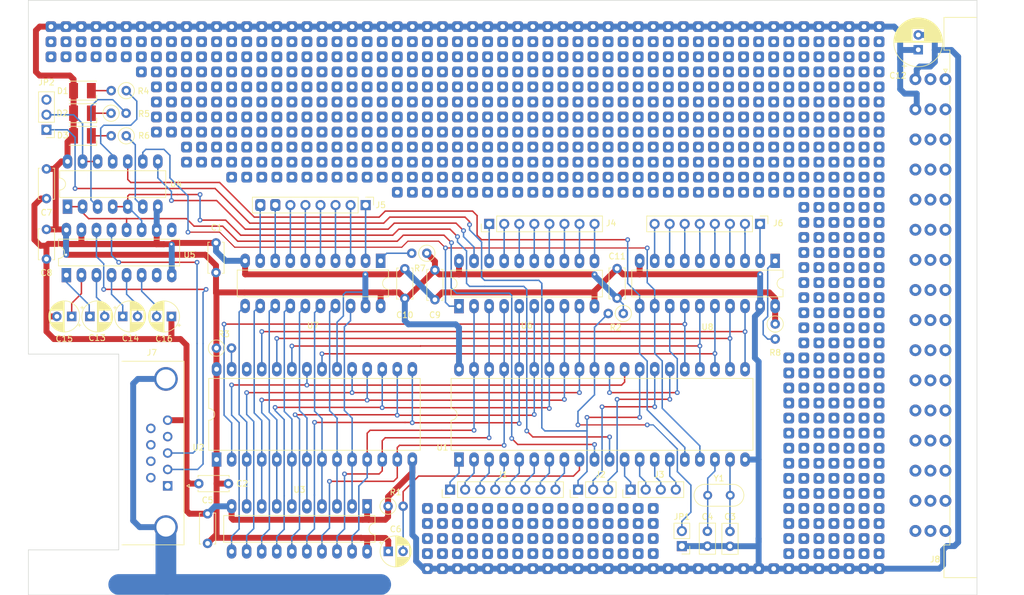
<source format=kicad_pcb>
(kicad_pcb (version 20211014) (generator pcbnew)
  (title_block (title "Control and communication card") (date "2026-02-14") (rev "1.0") (company "Pozsar Zsolt") (comment 1 "PEIX External interface box"))
  (layers (0 "F.Cu" signal) (31 "B.Cu" signal) (34 "B.Paste" user) (35 "F.Paste" user) (36 "B.SilkS" user "B.Silkscreen") (37 "F.SilkS" user "F.Silkscreen") (38 "B.Mask" user) (39 "F.Mask" user) (44 "Edge.Cuts" user))
  (net 0 "")
  (net 1 "/-WR")
  (net 2 "/-RD")
  (net 3 "/A8")
  (net 4 "/A9")
  (net 5 "/A10")
  (net 6 "/A11")
  (net 7 "/A12")
  (net 8 "/-PSEN")
  (net 9 "/ALE")
  (net 10 "/EA")
  (net 11 "/D7")
  (net 12 "/D6")
  (net 13 "/D5")
  (net 14 "/D4")
  (net 15 "/D3")
  (net 16 "/D2")
  (net 17 "/D1")
  (net 18 "/D0")
  (net 19 "/A7")
  (net 20 "/A6")
  (net 21 "/A5")
  (net 22 "/A4")
  (net 23 "/A3")
  (net 24 "/A2")
  (net 25 "/A1")
  (net 26 "/A0")
  (net 27 "Net-(C3-Pad2)")
  (net 28 "GNDD")
  (net 29 "+5V")
  (net 31 "Net-(J1-Pad1)")
  (net 32 "Net-(J1-Pad2)")
  (net 33 "Net-(J1-Pad3)")
  (net 34 "Net-(J1-Pad4)")
  (net 35 "Net-(J1-Pad5)")
  (net 36 "Net-(J1-Pad6)")
  (net 37 "Net-(J1-Pad7)")
  (net 38 "Net-(J1-Pad8)")
  (net 39 "Net-(J2-Pad1)")
  (net 40 "Net-(J2-Pad2)")
  (net 41 "Net-(J2-Pad3)")
  (net 42 "Net-(J3-Pad1)")
  (net 43 "Net-(J3-Pad2)")
  (net 44 "Net-(J3-Pad3)")
  (net 45 "Net-(J3-Pad4)")
  (net 46 "Net-(J4-Pad1)")
  (net 47 "Net-(J4-Pad2)")
  (net 48 "Net-(J4-Pad3)")
  (net 49 "Net-(J4-Pad4)")
  (net 50 "Net-(J4-Pad5)")
  (net 51 "Net-(J4-Pad6)")
  (net 52 "Net-(J4-Pad7)")
  (net 53 "Net-(J4-Pad8)")
  (net 54 "Net-(J5-Pad1)")
  (net 55 "Net-(J5-Pad2)")
  (net 56 "Net-(J5-Pad3)")
  (net 57 "Net-(J5-Pad4)")
  (net 58 "Net-(J5-Pad5)")
  (net 59 "Net-(J5-Pad6)")
  (net 60 "Net-(J5-Pad7)")
  (net 61 "Net-(J5-Pad8)")
  (net 62 "Net-(J6-Pad1)")
  (net 63 "Net-(J6-Pad2)")
  (net 64 "Net-(J6-Pad3)")
  (net 65 "Net-(J6-Pad4)")
  (net 66 "Net-(J6-Pad5)")
  (net 67 "Net-(J6-Pad6)")
  (net 68 "Net-(J6-Pad7)")
  (net 69 "Net-(J6-Pad8)")
  (net 77 "Net-(R3-Pad2)")
  (net 78 "Net-(C13-Pad1)")
  (net 79 "Net-(C13-Pad2)")
  (net 80 "Net-(C14-Pad1)")
  (net 81 "Net-(D1-Pad1)")
  (net 82 "Net-(D2-Pad1)")
  (net 83 "Net-(D3-Pad1)")
  (net 84 "Net-(R7-Pad2)")
  (net 85 "Net-(R8-Pad2)")
  (net 86 "Net-(U1-Pad10)")
  (net 87 "Net-(U1-Pad11)")
  (net 88 "Net-(JP2-Pad2)")
  (net 92 "Net-(C4-Pad2)")
  (net 93 "Net-(C6-Pad2)")
  (net 94 "Net-(C14-Pad2)")
  (net 95 "Net-(C15-Pad1)")
  (net 96 "Net-(C16-Pad2)")
  (net 97 "Net-(J7-Pad2)")
  (net 98 "Net-(J7-Pad3)")
  (net 99 "Net-(R4-Pad1)")
  (net 100 "Net-(R5-Pad2)")
  (net 101 "Net-(R6-Pad1)")
  (net 102 "Earth")
  (net 103 "Net-(U4-Pad8)")
  (footprint "" (layer "F.Cu") (at 204.47 83.185)
    (fp_text reference "")
    (fp_text value "")
  )
  (footprint "" (layer "F.Cu") (at 138.43 52.705)
    (fp_text reference "")
    (fp_text value "")
  )
  (footprint "" (layer "F.Cu") (at 74.93 47.625)
    (fp_text reference "")
    (fp_text value "")
  )
  (footprint "" (layer "F.Cu") (at 204.47 126.365)
    (fp_text reference "")
    (fp_text value "")
  )
  (footprint "" (layer "F.Cu") (at 140.97 136.525)
    (fp_text reference "")
    (fp_text value "")
  )
  (footprint "" (layer "F.Cu") (at 158.75 65.405)
    (fp_text reference "")
    (fp_text value "")
  )
  (footprint "" (layer "F.Cu") (at 107.95 52.705)
    (fp_text reference "")
    (fp_text value "")
  )
  (footprint "" (layer "F.Cu") (at 118.11 47.625)
    (fp_text reference "")
    (fp_text value "")
  )
  (footprint "" (layer "F.Cu") (at 199.39 70.485)
    (fp_text reference "")
    (fp_text value "")
  )
  (footprint "MountingHole:MountingHole_2.2mm_M2_Pad" (layer "F.Cu") (at 120.65 70.485)
    (fp_text reference "REF**" hide)
    (fp_text value "MountingHole_2.2mm_M2_Pad")
  )
  (footprint "" (layer "F.Cu") (at 113.03 62.865)
    (fp_text reference "")
    (fp_text value "")
  )
  (footprint "" (layer "F.Cu") (at 128.27 47.625)
    (fp_text reference "")
    (fp_text value "")
  )
  (footprint "" (layer "F.Cu") (at 90.17 57.785)
    (fp_text reference "")
    (fp_text value "")
  )
  (footprint "" (layer "F.Cu") (at 209.55 55.245)
    (fp_text reference "")
    (fp_text value "")
  )
  (footprint "" (layer "F.Cu") (at 201.93 123.825)
    (fp_text reference "")
    (fp_text value "")
  )
  (footprint "" (layer "F.Cu") (at 207.01 50.165)
    (fp_text reference "")
    (fp_text value "")
  )
  (footprint "MountingHole:MountingHole_2.2mm_M2_Pad" (layer "F.Cu") (at 115.57 67.945)
    (fp_text reference "REF**" hide)
    (fp_text value "MountingHole_2.2mm_M2_Pad")
  )
  (footprint "" (layer "F.Cu") (at 125.73 47.625)
    (fp_text reference "")
    (fp_text value "")
  )
  (footprint "" (layer "F.Cu") (at 135.89 131.445)
    (fp_text reference "")
    (fp_text value "")
  )
  (footprint "" (layer "F.Cu") (at 102.87 67.945)
    (fp_text reference "")
    (fp_text value "")
  )
  (footprint "" (layer "F.Cu") (at 163.83 133.985)
    (fp_text reference "")
    (fp_text value "")
  )
  (footprint "MountingHole:MountingHole_2.2mm_M2_Pad" (layer "F.Cu") (at 191.77 60.325)
    (fp_text reference "REF**" hide)
    (fp_text value "MountingHole_2.2mm_M2_Pad")
  )
  (footprint "" (layer "F.Cu") (at 199.39 95.885)
    (fp_text reference "")
    (fp_text value "")
  )
  (footprint "" (layer "F.Cu") (at 176.53 65.405)
    (fp_text reference "")
    (fp_text value "")
  )
  (footprint "" (layer "F.Cu") (at 110.49 52.705)
    (fp_text reference "")
    (fp_text value "")
  )
  (footprint "" (layer "F.Cu") (at 85.09 47.625)
    (fp_text reference "")
    (fp_text value "")
  )
  (footprint "" (layer "F.Cu") (at 209.55 60.325)
    (fp_text reference "")
    (fp_text value "")
  )
  (footprint "" (layer "F.Cu") (at 207.01 113.665)
    (fp_text reference "")
    (fp_text value "")
  )
  (footprint "" (layer "F.Cu") (at 161.29 47.625)
    (fp_text reference "")
    (fp_text value "")
  )
  (footprint "" (layer "F.Cu") (at 118.11 57.785)
    (fp_text reference "")
    (fp_text value "")
  )
  (footprint "" (layer "F.Cu") (at 179.07 52.705)
    (fp_text reference "")
    (fp_text value "")
  )
  (footprint "" (layer "F.Cu") (at 199.39 93.345)
    (fp_text reference "")
    (fp_text value "")
  )
  (footprint "MountingHole:MountingHole_2.2mm_M2_Pad" (layer "F.Cu") (at 140.97 57.785)
    (fp_text reference "REF**" hide)
    (fp_text value "MountingHole_2.2mm_M2_Pad")
  )
  (footprint "" (layer "F.Cu") (at 77.47 47.625)
    (fp_text reference "")
    (fp_text value "")
  )
  (footprint "" (layer "F.Cu") (at 207.01 118.745)
    (fp_text reference "")
    (fp_text value "")
  )
  (footprint "MountingHole:MountingHole_2.2mm_M2_Pad" (layer "F.Cu") (at 166.37 67.945)
    (fp_text reference "REF**" hide)
    (fp_text value "MountingHole_2.2mm_M2_Pad")
  )
  (footprint "MountingHole:MountingHole_2.2mm_M2_Pad" (layer "F.Cu") (at 166.37 60.325)
    (fp_text reference "REF**" hide)
    (fp_text value "MountingHole_2.2mm_M2_Pad")
  )
  (footprint "Capacitor_THT:CP_Radial_D5.0mm_P2.50mm" (layer "F.Cu") (at 126.746 136.144)
    (fp_text reference "C6")
    (fp_text value "10u")
  )
  (footprint "" (layer "F.Cu") (at 87.63 50.165)
    (fp_text reference "")
    (fp_text value "")
  )
  (footprint "" (layer "F.Cu") (at 161.29 67.945)
    (fp_text reference "")
    (fp_text value "")
  )
  (footprint "" (layer "F.Cu") (at 173.99 55.245)
    (fp_text reference "")
    (fp_text value "")
  )
  (footprint "Resistor_THT:R_Axial_DIN0207_L6.3mm_D2.5mm_P2.54mm_Vertical" (layer "F.Cu") (at 82.55 58.42 180)
    (fp_text reference "R4")
    (fp_text value "470")
  )
  (footprint "" (layer "F.Cu") (at 204.47 98.425)
    (fp_text reference "")
    (fp_text value "")
  )
  (footprint "MountingHole:MountingHole_2.2mm_M2_Pad" (layer "F.Cu") (at 196.85 67.945)
    (fp_text reference "REF**" hide)
    (fp_text value "MountingHole_2.2mm_M2_Pad")
  )
  (footprint "" (layer "F.Cu") (at 199.39 85.725)
    (fp_text reference "")
    (fp_text value "")
  )
  (footprint "MountingHole:MountingHole_2.2mm_M2_Pad" (layer "F.Cu") (at 196.85 55.245)
    (fp_text reference "REF**" hide)
    (fp_text value "MountingHole_2.2mm_M2_Pad")
  )
  (footprint "" (layer "F.Cu") (at 135.89 128.905)
    (fp_text reference "")
    (fp_text value "")
  )
  (footprint "" (layer "F.Cu") (at 69.85 50.165)
    (fp_text reference "")
    (fp_text value "")
  )
  (footprint "" (layer "F.Cu") (at 163.83 75.565)
    (fp_text reference "")
    (fp_text value "")
  )
  (footprint "LED_SMD:LED_PLCC-2_3.4x3.0mm_KA" (layer "F.Cu") (at 75.16 62.23 180)
    (fp_text reference "D2")
    (fp_text value "LED")
  )
  (footprint "" (layer "F.Cu") (at 194.31 47.625)
    (fp_text reference "")
    (fp_text value "")
  )
  (footprint "" (layer "F.Cu") (at 201.93 75.565)
    (fp_text reference "")
    (fp_text value "")
  )
  (footprint "" (layer "F.Cu") (at 196.85 88.265)
    (fp_text reference "")
    (fp_text value "")
  )
  (footprint "" (layer "F.Cu") (at 186.69 57.785)
    (fp_text reference "")
    (fp_text value "")
  )
  (footprint "" (layer "F.Cu") (at 156.21 131.445)
    (fp_text reference "")
    (fp_text value "")
  )
  (footprint "" (layer "F.Cu") (at 100.33 50.165)
    (fp_text reference "")
    (fp_text value "")
  )
  (footprint "" (layer "F.Cu") (at 153.67 133.985)
    (fp_text reference "")
    (fp_text value "")
  )
  (footprint "" (layer "F.Cu") (at 196.85 100.965)
    (fp_text reference "")
    (fp_text value "")
  )
  (footprint "" (layer "F.Cu") (at 204.47 52.705)
    (fp_text reference "")
    (fp_text value "")
  )
  (footprint "" (layer "F.Cu") (at 199.39 136.525)
    (fp_text reference "")
    (fp_text value "")
  )
  (footprint "" (layer "F.Cu") (at 92.71 50.165)
    (fp_text reference "")
    (fp_text value "")
  )
  (footprint "" (layer "F.Cu") (at 176.53 70.485)
    (fp_text reference "")
    (fp_text value "")
  )
  (footprint "" (layer "F.Cu") (at 199.39 111.125)
    (fp_text reference "")
    (fp_text value "")
  )
  (footprint "" (layer "F.Cu") (at 80.01 50.165)
    (fp_text reference "")
    (fp_text value "")
  )
  (footprint "Connector_PinHeader_2.54mm:PinHeader_1x04_P2.54mm_Vertical" (layer "F.Cu") (at 167.64 125.73 90)
    (fp_text reference "J3")
    (fp_text value "Conn_01x04_Male")
  )
  (footprint "" (layer "F.Cu") (at 171.45 133.985)
    (fp_text reference "")
    (fp_text value "")
  )
  (footprint "MountingHole:MountingHole_2.2mm_M2_Pad" (layer "F.Cu") (at 140.97 55.245)
    (fp_text reference "REF**" hide)
    (fp_text value "MountingHole_2.2mm_M2_Pad")
  )
  (footprint "MountingHole:MountingHole_2.2mm_M2_Pad" (layer "F.Cu") (at 166.37 47.625)
    (fp_text reference "REF**" hide)
    (fp_text value "MountingHole_2.2mm_M2_Pad")
  )
  (footprint "Capacitor_THT:C_Disc_D5.0mm_W2.5mm_P5.00mm" (layer "F.Cu") (at 94.782 124.714)
    (fp_text reference "C2")
    (fp_text value "100n")
  )
  (footprint "" (layer "F.Cu") (at 194.31 108.585)
    (fp_text reference "")
    (fp_text value "")
  )
  (footprint "" (layer "F.Cu") (at 168.91 75.565)
    (fp_text reference "")
    (fp_text value "")
  )
  (footprint "" (layer "F.Cu") (at 171.45 128.905)
    (fp_text reference "")
    (fp_text value "")
  )
  (footprint "" (layer "F.Cu") (at 97.79 52.705)
    (fp_text reference "")
    (fp_text value "")
  )
  (footprint "" (layer "F.Cu") (at 102.87 70.485)
    (fp_text reference "")
    (fp_text value "")
  )
  (footprint "" (layer "F.Cu") (at 105.41 70.485)
    (fp_text reference "")
    (fp_text value "")
  )
  (footprint "" (layer "F.Cu") (at 118.11 73.025)
    (fp_text reference "")
    (fp_text value "")
  )
  (footprint "MountingHole:MountingHole_2.2mm_M2_Pad" (layer "F.Cu") (at 166.37 75.565)
    (fp_text reference "REF**" hide)
    (fp_text value "MountingHole_2.2mm_M2_Pad")
  )
  (footprint "" (layer "F.Cu") (at 102.87 52.705)
    (fp_text reference "")
    (fp_text value "")
  )
  (footprint "" (layer "F.Cu") (at 201.93 111.125)
    (fp_text reference "")
    (fp_text value "")
  )
  (footprint "" (layer "F.Cu") (at 186.69 75.565)
    (fp_text reference "")
    (fp_text value "")
  )
  (footprint "" (layer "F.Cu") (at 143.51 131.445)
    (fp_text reference "")
    (fp_text value "")
  )
  (footprint "" (layer "F.Cu") (at 110.49 70.485)
    (fp_text reference "")
    (fp_text value "")
  )
  (footprint "" (layer "F.Cu") (at 110.49 57.785)
    (fp_text reference "")
    (fp_text value "")
  )
  (footprint "" (layer "F.Cu") (at 196.85 90.805)
    (fp_text reference "")
    (fp_text value "")
  )
  (footprint "" (layer "F.Cu") (at 199.39 90.805)
    (fp_text reference "")
    (fp_text value "")
  )
  (footprint "" (layer "F.Cu") (at 209.55 113.665)
    (fp_text reference "")
    (fp_text value "")
  )
  (footprint "" (layer "F.Cu") (at 207.01 111.125)
    (fp_text reference "")
    (fp_text value "")
  )
  (footprint "" (layer "F.Cu") (at 189.23 62.865)
    (fp_text reference "")
    (fp_text value "")
  )
  (footprint "" (layer "F.Cu") (at 201.93 126.365)
    (fp_text reference "")
    (fp_text value "")
  )
  (footprint "" (layer "F.Cu") (at 105.41 62.865)
    (fp_text reference "")
    (fp_text value "")
  )
  (footprint "" (layer "F.Cu") (at 168.91 52.705)
    (fp_text reference "")
    (fp_text value "")
  )
  (footprint "" (layer "F.Cu") (at 123.19 62.865)
    (fp_text reference "")
    (fp_text value "")
  )
  (footprint "" (layer "F.Cu") (at 130.81 47.625)
    (fp_text reference "")
    (fp_text value "")
  )
  (footprint "MountingHole:MountingHole_2.2mm_M2_Pad" (layer "F.Cu") (at 191.77 62.865)
    (fp_text reference "REF**" hide)
    (fp_text value "MountingHole_2.2mm_M2_Pad")
  )
  (footprint "" (layer "F.Cu") (at 113.03 47.625)
    (fp_text reference "")
    (fp_text value "")
  )
  (footprint "" (layer "F.Cu") (at 204.47 78.105)
    (fp_text reference "")
    (fp_text value "")
  )
  (footprint "" (layer "F.Cu") (at 123.19 50.165)
    (fp_text reference "")
    (fp_text value "")
  )
  (footprint "" (layer "F.Cu") (at 184.15 75.565)
    (fp_text reference "")
    (fp_text value "")
  )
  (footprint "" (layer "F.Cu") (at 163.83 128.905)
    (fp_text reference "")
    (fp_text value "")
  )
  (footprint "" (layer "F.Cu") (at 74.93 52.705)
    (fp_text reference "")
    (fp_text value "")
  )
  (footprint "Resistor_THT:R_Axial_DIN0207_L6.3mm_D2.5mm_P2.54mm_Vertical" (layer "F.Cu") (at 97.761 101.854)
    (fp_text reference "R3")
    (fp_text value "1k")
  )
  (footprint "" (layer "F.Cu") (at 209.55 70.485)
    (fp_text reference "")
    (fp_text value "")
  )
  (footprint "" (layer "F.Cu") (at 74.93 50.165)
    (fp_text reference "")
    (fp_text value "")
  )
  (footprint "Capacitor_THT:C_Disc_D5.0mm_W2.5mm_P5.00mm" (layer "F.Cu") (at 165.354 93.432 90)
    (fp_text reference "C11")
    (fp_text value "100n")
  )
  (footprint "MountingHole:MountingHole_2.2mm_M2_Pad" (layer "F.Cu") (at 196.85 60.325)
    (fp_text reference "REF**" hide)
    (fp_text value "MountingHole_2.2mm_M2_Pad")
  )
  (footprint "MountingHole:MountingHole_2.2mm_M2_Pad" (layer "F.Cu") (at 115.57 47.625)
    (fp_text reference "REF**" hide)
    (fp_text value "MountingHole_2.2mm_M2_Pad")
  )
  (footprint "" (layer "F.Cu") (at 156.21 139.065)
    (fp_text reference "")
    (fp_text value "")
  )
  (footprint "" (layer "F.Cu") (at 151.13 67.945)
    (fp_text reference "")
    (fp_text value "")
  )
  (footprint "" (layer "F.Cu") (at 140.97 131.445)
    (fp_text reference "")
    (fp_text value "")
  )
  (footprint "" (layer "F.Cu") (at 186.69 139.065)
    (fp_text reference "")
    (fp_text value "")
  )
  (footprint "" (layer "F.Cu") (at 128.27 65.405)
    (fp_text reference "")
    (fp_text value "")
  )
  (footprint "MountingHole:MountingHole_2.2mm_M2_Pad" (layer "F.Cu") (at 120.65 55.245)
    (fp_text reference "REF**" hide)
    (fp_text value "MountingHole_2.2mm_M2_Pad")
  )
  (footprint "" (layer "F.Cu") (at 168.91 136.525)
    (fp_text reference "")
    (fp_text value "")
  )
  (footprint "" (layer "F.Cu") (at 176.53 75.565)
    (fp_text reference "")
    (fp_text value "")
  )
  (footprint "" (layer "F.Cu") (at 173.99 62.865)
    (fp_text reference "")
    (fp_text value "")
  )
  (footprint "" (layer "F.Cu") (at 201.93 80.645)
    (fp_text reference "")
    (fp_text value "")
  )
  (footprint "" (layer "F.Cu") (at 194.31 128.905)
    (fp_text reference "")
    (fp_text value "")
  )
  (footprint "" (layer "F.Cu") (at 196.85 128.905)
    (fp_text reference "")
    (fp_text value "")
  )
  (footprint "" (layer "F.Cu") (at 186.69 67.945)
    (fp_text reference "")
    (fp_text value "")
  )
  (footprint "" (layer "F.Cu") (at 201.93 88.265)
    (fp_text reference "")
    (fp_text value "")
  )
  (footprint "" (layer "F.Cu") (at 196.85 111.125)
    (fp_text reference "")
    (fp_text value "")
  )
  (footprint "" (layer "F.Cu") (at 168.91 47.625)
    (fp_text reference "")
    (fp_text value "")
  )
  (footprint "Package_DIP:DIP-40_W15.24mm_LongPads" (layer "F.Cu") (at 138.679 120.65 90)
    (fp_text reference "U1")
    (fp_text value "87C51")
  )
  (footprint "" (layer "F.Cu") (at 209.55 133.985)
    (fp_text reference "")
    (fp_text value "")
  )
  (footprint "" (layer "F.Cu") (at 209.55 85.725)
    (fp_text reference "")
    (fp_text value "")
  )
  (footprint "" (layer "F.Cu") (at 204.47 118.745)
    (fp_text reference "")
    (fp_text value "")
  )
  (footprint "" (layer "F.Cu") (at 199.39 55.245)
    (fp_text reference "")
    (fp_text value "")
  )
  (footprint "" (layer "F.Cu") (at 125.73 50.165)
    (fp_text reference "")
    (fp_text value "")
  )
  (footprint "" (layer "F.Cu") (at 95.25 47.625)
    (fp_text reference "")
    (fp_text value "")
  )
  (footprint "" (layer "F.Cu") (at 92.71 65.405)
    (fp_text reference "")
    (fp_text value "")
  )
  (footprint "" (layer "F.Cu") (at 148.59 139.065)
    (fp_text reference "")
    (fp_text value "")
  )
  (footprint "" (layer "F.Cu") (at 148.59 131.445)
    (fp_text reference "")
    (fp_text value "")
  )
  (footprint "" (layer "F.Cu") (at 148.59 47.625)
    (fp_text reference "")
    (fp_text value "")
  )
  (footprint "" (layer "F.Cu") (at 179.07 75.565)
    (fp_text reference "")
    (fp_text value "")
  )
  (footprint "" (layer "F.Cu") (at 95.25 65.405)
    (fp_text reference "")
    (fp_text value "")
  )
  (footprint "" (layer "F.Cu") (at 204.47 128.905)
    (fp_text reference "")
    (fp_text value "")
  )
  (footprint "Connector_PinHeader_2.54mm:PinHeader_1x08_P2.54mm_Vertical" (layer "F.Cu") (at 137.175 125.73 90)
    (fp_text reference "J1")
    (fp_text value "Conn_01x08_Male")
  )
  (footprint "" (layer "F.Cu") (at 135.89 47.625)
    (fp_text reference "")
    (fp_text value "")
  )
  (footprint "MountingHole:MountingHole_2.2mm_M2_Pad" (layer "F.Cu") (at 191.77 73.025)
    (fp_text reference "REF**" hide)
    (fp_text value "MountingHole_2.2mm_M2_Pad")
  )
  (footprint "" (layer "F.Cu") (at 146.05 136.525)
    (fp_text reference "")
    (fp_text value "")
  )
  (footprint "" (layer "F.Cu") (at 90.17 47.625)
    (fp_text reference "")
    (fp_text value "")
  )
  (footprint "MountingHole:MountingHole_2.2mm_M2_Pad" (layer "F.Cu") (at 171.45 67.945)
    (fp_text reference "REF**" hide)
    (fp_text value "MountingHole_2.2mm_M2_Pad")
  )
  (footprint "MountingHole:MountingHole_2.2mm_M2_Pad" (layer "F.Cu") (at 196.85 50.165)
    (fp_text reference "REF**" hide)
    (fp_text value "MountingHole_2.2mm_M2_Pad")
  )
  (footprint "" (layer "F.Cu") (at 186.69 70.485)
    (fp_text reference "")
    (fp_text value "")
  )
  (footprint "" (layer "F.Cu") (at 199.39 83.185)
    (fp_text reference "")
    (fp_text value "")
  )
  (footprint "" (layer "F.Cu") (at 102.87 57.785)
    (fp_text reference "")
    (fp_text value "")
  )
  (footprint "" (layer "F.Cu") (at 148.59 136.525)
    (fp_text reference "")
    (fp_text value "")
  )
  (footprint "" (layer "F.Cu") (at 201.93 57.785)
    (fp_text reference "")
    (fp_text value "")
  )
  (footprint "" (layer "F.Cu") (at 151.13 57.785)
    (fp_text reference "")
    (fp_text value "")
  )
  (footprint "MountingHole:MountingHole_2.2mm_M2_Pad" (layer "F.Cu") (at 120.65 60.325)
    (fp_text reference "REF**" hide)
    (fp_text value "MountingHole_2.2mm_M2_Pad")
  )
  (footprint "" (layer "F.Cu") (at 87.63 52.705)
    (fp_text reference "")
    (fp_text value "")
  )
  (footprint "" (layer "F.Cu") (at 201.93 67.945)
    (fp_text reference "")
    (fp_text value "")
  )
  (footprint "" (layer "F.Cu") (at 92.71 55.245)
    (fp_text reference "")
    (fp_text value "")
  )
  (footprint "" (layer "F.Cu") (at 181.61 47.625)
    (fp_text reference "")
    (fp_text value "")
  )
  (footprint "" (layer "F.Cu") (at 186.69 52.705)
    (fp_text reference "")
    (fp_text value "")
  )
  (footprint "" (layer "F.Cu") (at 125.73 57.785)
    (fp_text reference "")
    (fp_text value "")
  )
  (footprint "" (layer "F.Cu") (at 186.69 55.245)
    (fp_text reference "")
    (fp_text value "")
  )
  (footprint "Capacitor_THT:C_Disc_D5.0mm_W2.5mm_P5.00mm" (layer "F.Cu") (at 97.6884 84.114 -90)
    (fp_text reference "C1")
    (fp_text value "100n")
  )
  (footprint "" (layer "F.Cu") (at 153.67 75.565)
    (fp_text reference "")
    (fp_text value "")
  )
  (footprint "" (layer "F.Cu") (at 138.43 65.405)
    (fp_text reference "")
    (fp_text value "")
  )
  (footprint "" (layer "F.Cu") (at 184.15 52.705)
    (fp_text reference "")
    (fp_text value "")
  )
  (footprint "" (layer "F.Cu") (at 133.35 52.705)
    (fp_text reference "")
    (fp_text value "")
  )
  (footprint "" (layer "F.Cu") (at 148.59 50.165)
    (fp_text reference "")
    (fp_text value "")
  )
  (footprint "" (layer "F.Cu") (at 95.25 52.705)
    (fp_text reference "")
    (fp_text value "")
  )
  (footprint "" (layer "F.Cu") (at 196.85 131.445)
    (fp_text reference "")
    (fp_text value "")
  )
  (footprint "" (layer "F.Cu") (at 105.41 65.405)
    (fp_text reference "")
    (fp_text value "")
  )
  (footprint "" (layer "F.Cu") (at 140.97 133.985)
    (fp_text reference "")
    (fp_text value "")
  )
  (footprint "" (layer "F.Cu") (at 156.21 70.485)
    (fp_text reference "")
    (fp_text value "")
  )
  (footprint "" (layer "F.Cu") (at 161.29 136.525)
    (fp_text reference "")
    (fp_text value "")
  )
  (footprint "" (layer "F.Cu") (at 194.31 113.665)
    (fp_text reference "")
    (fp_text value "")
  )
  (footprint "MountingHole:MountingHole_2.2mm_M2_Pad" (layer "F.Cu") (at 191.77 70.485)
    (fp_text reference "REF**" hide)
    (fp_text value "MountingHole_2.2mm_M2_Pad")
  )
  (footprint "" (layer "F.Cu") (at 95.25 70.485)
    (fp_text reference "")
    (fp_text value "")
  )
  (footprint "" (layer "F.Cu") (at 176.53 67.945)
    (fp_text reference "")
    (fp_text value "")
  )
  (footprint "" (layer "F.Cu") (at 204.47 60.325)
    (fp_text reference "")
    (fp_text value "")
  )
  (footprint "Capacitor_THT:CP_Radial_D5.0mm_P2.50mm" (layer "F.Cu") (at 76.411376 96.511)
    (fp_text reference "C13")
    (fp_text value "10u")
  )
  (footprint "" (layer "F.Cu") (at 207.01 73.025)
    (fp_text reference "")
    (fp_text value "")
  )
  (footprint "" (layer "F.Cu") (at 171.45 136.525)
    (fp_text reference "")
    (fp_text value "")
  )
  (footprint "" (layer "F.Cu") (at 204.47 106.045)
    (fp_text reference "")
    (fp_text value "")
  )
  (footprint "" (layer "F.Cu") (at 168.91 55.245)
    (fp_text reference "")
    (fp_text value "")
  )
  (footprint "" (layer "F.Cu") (at 209.55 62.865)
    (fp_text reference "")
    (fp_text value "")
  )
  (footprint "" (layer "F.Cu") (at 207.01 85.725)
    (fp_text reference "")
    (fp_text value "")
  )
  (footprint "" (layer "F.Cu") (at 138.43 55.245)
    (fp_text reference "")
    (fp_text value "")
  )
  (footprint "Package_DIP:DIP-16_W7.62mm_LongPads" (layer "F.Cu") (at 72.445 89.541 90)
    (fp_text reference "U5")
    (fp_text value "MAX232")
  )
  (footprint "" (layer "F.Cu") (at 87.63 55.245)
    (fp_text reference "")
    (fp_text value "")
  )
  (footprint "MountingHole:MountingHole_2.2mm_M2_Pad" (layer "F.Cu") (at 115.57 55.245)
    (fp_text reference "REF**" hide)
    (fp_text value "MountingHole_2.2mm_M2_Pad")
  )
  (footprint "" (layer "F.Cu") (at 163.83 67.945)
    (fp_text reference "")
    (fp_text value "")
  )
  (footprint "" (layer "F.Cu") (at 209.55 126.365)
    (fp_text reference "")
    (fp_text value "")
  )
  (footprint "" (layer "F.Cu") (at 69.85 52.705)
    (fp_text reference "")
    (fp_text value "")
  )
  (footprint "" (layer "F.Cu") (at 158.75 136.525)
    (fp_text reference "")
    (fp_text value "")
  )
  (footprint "MountingHole:MountingHole_2.2mm_M2_Pad" (layer "F.Cu") (at 140.97 65.405)
    (fp_text reference "REF**" hide)
    (fp_text value "MountingHole_2.2mm_M2_Pad")
  )
  (footprint "" (layer "F.Cu") (at 107.95 65.405)
    (fp_text reference "")
    (fp_text value "")
  )
  (footprint "" (layer "F.Cu") (at 153.67 136.525)
    (fp_text reference "")
    (fp_text value "")
  )
  (footprint "" (layer "F.Cu") (at 156.21 67.945)
    (fp_text reference "")
    (fp_text value "")
  )
  (footprint "" (layer "F.Cu") (at 102.87 60.325)
    (fp_text reference "")
    (fp_text value "")
  )
  (footprint "" (layer "F.Cu") (at 148.59 60.325)
    (fp_text reference "")
    (fp_text value "")
  )
  (footprint "" (layer "F.Cu") (at 143.51 62.865)
    (fp_text reference "")
    (fp_text value "")
  )
  (footprint "" (layer "F.Cu") (at 181.61 70.485)
    (fp_text reference "")
    (fp_text value "")
  )
  (footprint "" (layer "F.Cu") (at 201.93 108.585)
    (fp_text reference "")
    (fp_text value "")
  )
  (footprint "MountingHole:MountingHole_2.2mm_M2_Pad" (layer "F.Cu") (at 120.65 62.865)
    (fp_text reference "REF**" hide)
    (fp_text value "MountingHole_2.2mm_M2_Pad")
  )
  (footprint "" (layer "F.Cu") (at 199.39 133.985)
    (fp_text reference "")
    (fp_text value "")
  )
  (footprint "" (layer "F.Cu") (at 95.25 60.325)
    (fp_text reference "")
    (fp_text value "")
  )
  (footprint "" (layer "F.Cu") (at 209.55 75.565)
    (fp_text reference "")
    (fp_text value "")
  )
  (footprint "Resistor_THT:R_Axial_DIN0207_L6.3mm_D2.5mm_P2.54mm_Vertical" (layer "F.Cu") (at 192.024 97.79 -90)
    (fp_text reference "R8")
    (fp_text value "1k")
  )
  (footprint "" (layer "F.Cu") (at 97.79 60.325)
    (fp_text reference "")
    (fp_text value "")
  )
  (footprint "" (layer "F.Cu") (at 90.17 60.325)
    (fp_text reference "")
    (fp_text value "")
  )
  (footprint "" (layer "F.Cu") (at 196.85 116.205)
    (fp_text reference "")
    (fp_text value "")
  )
  (footprint "" (layer "F.Cu") (at 196.85 126.365)
    (fp_text reference "")
    (fp_text value "")
  )
  (footprint "Capacitor_THT:C_Disc_D5.0mm_W2.5mm_P5.00mm" (layer "F.Cu") (at 134.62 88.686 -90)
    (fp_text reference "C9")
    (fp_text value "100n")
  )
  (footprint "" (layer "F.Cu") (at 209.55 111.125)
    (fp_text reference "")
    (fp_text value "")
  )
  (footprint "Capacitor_THT:CP_Radial_D8.0mm_P2.50mm" (layer "F.Cu") (at 216.154 51.522 90)
    (fp_text reference "C12")
    (fp_text value "100u")
  )
  (footprint "" (layer "F.Cu") (at 143.51 65.405)
    (fp_text reference "")
    (fp_text value "")
  )
  (footprint "" (layer "F.Cu") (at 105.41 52.705)
    (fp_text reference "")
    (fp_text value "")
  )
  (footprint "" (layer "F.Cu") (at 194.31 52.705)
    (fp_text reference "")
    (fp_text value "")
  )
  (footprint "" (layer "F.Cu") (at 204.47 85.725)
    (fp_text reference "")
    (fp_text value "")
  )
  (footprint "" (layer "F.Cu") (at 138.43 60.325)
    (fp_text reference "")
    (fp_text value "")
  )
  (footprint "" (layer "F.Cu") (at 204.47 133.985)
    (fp_text reference "")
    (fp_text value "")
  )
  (footprint "" (layer "F.Cu") (at 199.39 80.645)
    (fp_text reference "")
    (fp_text value "")
  )
  (footprint "" (layer "F.Cu") (at 201.93 128.905)
    (fp_text reference "")
    (fp_text value "")
  )
  (footprint "" (layer "F.Cu") (at 204.47 95.885)
    (fp_text reference "")
    (fp_text value "")
  )
  (footprint "" (layer "F.Cu") (at 194.31 133.985)
    (fp_text reference "")
    (fp_text value "")
  )
  (footprint "" (layer "F.Cu") (at 151.13 55.245)
    (fp_text reference "")
    (fp_text value "")
  )
  (footprint "MountingHole:MountingHole_2.2mm_M2_Pad" (layer "F.Cu") (at 115.57 65.405)
    (fp_text reference "REF**" hide)
    (fp_text value "MountingHole_2.2mm_M2_Pad")
  )
  (footprint "" (layer "F.Cu") (at 196.85 136.525)
    (fp_text reference "")
    (fp_text value "")
  )
  (footprint "" (layer "F.Cu") (at 201.93 65.405)
    (fp_text reference "")
    (fp_text value "")
  )
  (footprint "" (layer "F.Cu") (at 135.89 70.485)
    (fp_text reference "")
    (fp_text value "")
  )
  (footprint "" (layer "F.Cu") (at 130.81 50.165)
    (fp_text reference "")
    (fp_text value "")
  )
  (footprint "" (layer "F.Cu") (at 194.31 139.065)
    (fp_text reference "")
    (fp_text value "")
  )
  (footprint "" (layer "F.Cu") (at 133.35 75.565)
    (fp_text reference "")
    (fp_text value "")
  )
  (footprint "" (layer "F.Cu") (at 125.73 60.325)
    (fp_text reference "")
    (fp_text value "")
  )
  (footprint "" (layer "F.Cu") (at 199.39 123.825)
    (fp_text reference "")
    (fp_text value "")
  )
  (footprint "" (layer "F.Cu") (at 128.27 67.945)
    (fp_text reference "")
    (fp_text value "")
  )
  (footprint "" (layer "F.Cu") (at 209.55 98.425)
    (fp_text reference "")
    (fp_text value "")
  )
  (footprint "MountingHole:MountingHole_2.2mm_M2_Pad" (layer "F.Cu") (at 140.97 67.945)
    (fp_text reference "REF**" hide)
    (fp_text value "MountingHole_2.2mm_M2_Pad")
  )
  (footprint "Connector_PinHeader_2.54mm:PinHeader_1x02_P2.54mm_Vertical" (layer "F.Cu") (at 176.276 135.26 180)
    (fp_text reference "JP1")
    (fp_text value "Ext ROM")
  )
  (footprint "" (layer "F.Cu") (at 204.47 136.525)
    (fp_text reference "")
    (fp_text value "")
  )
  (footprint "" (layer "F.Cu") (at 199.39 73.025)
    (fp_text reference "")
    (fp_text value "")
  )
  (footprint "" (layer "F.Cu") (at 156.21 75.565)
    (fp_text reference "")
    (fp_text value "")
  )
  (footprint "" (layer "F.Cu") (at 156.21 65.405)
    (fp_text reference "")
    (fp_text value "")
  )
  (footprint "" (layer "F.Cu") (at 184.15 70.485)
    (fp_text reference "")
    (fp_text value "")
  )
  (footprint "" (layer "F.Cu") (at 199.39 47.625)
    (fp_text reference "")
    (fp_text value "")
  )
  (footprint "" (layer "F.Cu") (at 153.67 73.025)
    (fp_text reference "")
    (fp_text value "")
  )
  (footprint "" (layer "F.Cu") (at 199.39 116.205)
    (fp_text reference "")
    (fp_text value "")
  )
  (footprint "" (layer "F.Cu") (at 176.53 50.165)
    (fp_text reference "")
    (fp_text value "")
  )
  (footprint "" (layer "F.Cu") (at 207.01 126.365)
    (fp_text reference "")
    (fp_text value "")
  )
  (footprint "" (layer "F.Cu") (at 196.85 85.725)
    (fp_text reference "")
    (fp_text value "")
  )
  (footprint "" (layer "F.Cu") (at 158.75 57.785)
    (fp_text reference "")
    (fp_text value "")
  )
  (footprint "" (layer "F.Cu") (at 158.75 73.025)
    (fp_text reference "")
    (fp_text value "")
  )
  (footprint "" (layer "F.Cu") (at 138.43 128.905)
    (fp_text reference "")
    (fp_text value "")
  )
  (footprint "" (layer "F.Cu") (at 194.31 57.785)
    (fp_text reference "")
    (fp_text value "")
  )
  (footprint "" (layer "F.Cu") (at 204.47 57.785)
    (fp_text reference "")
    (fp_text value "")
  )
  (footprint "MountingHole:MountingHole_2.2mm_M2_Pad" (layer "F.Cu") (at 140.97 60.325)
    (fp_text reference "REF**" hide)
    (fp_text value "MountingHole_2.2mm_M2_Pad")
  )
  (footprint "" (layer "F.Cu") (at 110.49 65.405)
    (fp_text reference "")
    (fp_text value "")
  )
  (footprint "" (layer "F.Cu") (at 72.39 47.625)
    (fp_text reference "")
    (fp_text value "")
  )
  (footprint "" (layer "F.Cu") (at 207.01 133.985)
    (fp_text reference "")
    (fp_text value "")
  )
  (footprint "MountingHole:MountingHole_2.2mm_M2_Pad" (layer "F.Cu") (at 191.77 55.245)
    (fp_text reference "REF**" hide)
    (fp_text value "MountingHole_2.2mm_M2_Pad")
  )
  (footprint "" (layer "F.Cu") (at 199.39 65.405)
    (fp_text reference "")
    (fp_text value "")
  )
  (footprint "" (layer "F.Cu") (at 90.17 52.705)
    (fp_text reference "")
    (fp_text value "")
  )
  (footprint "" (layer "F.Cu") (at 143.51 67.945)
    (fp_text reference "")
    (fp_text value "")
  )
  (footprint "" (layer "F.Cu") (at 179.07 50.165)
    (fp_text reference "")
    (fp_text value "")
  )
  (footprint "" (layer "F.Cu") (at 201.93 103.505)
    (fp_text reference "")
    (fp_text value "")
  )
  (footprint "" (layer "F.Cu") (at 207.01 65.405)
    (fp_text reference "")
    (fp_text value "")
  )
  (footprint "" (layer "F.Cu") (at 153.67 52.705)
    (fp_text reference "")
    (fp_text value "")
  )
  (footprint "" (layer "F.Cu") (at 209.55 116.205)
    (fp_text reference "")
    (fp_text value "")
  )
  (footprint "" (layer "F.Cu") (at 118.11 60.325)
    (fp_text reference "")
    (fp_text value "")
  )
  (footprint "" (layer "F.Cu") (at 128.27 62.865)
    (fp_text reference "")
    (fp_text value "")
  )
  (footprint "" (layer "F.Cu") (at 107.95 73.025)
    (fp_text reference "")
    (fp_text value "")
  )
  (footprint "" (layer "F.Cu") (at 179.07 47.625)
    (fp_text reference "")
    (fp_text value "")
  )
  (footprint "" (layer "F.Cu") (at 207.01 123.825)
    (fp_text reference "")
    (fp_text value "")
  )
  (footprint "MountingHole:MountingHole_2.2mm_M2_Pad" (layer "F.Cu") (at 140.97 47.625)
    (fp_text reference "REF**" hide)
    (fp_text value "MountingHole_2.2mm_M2_Pad")
  )
  (footprint "" (layer "F.Cu") (at 184.15 65.405)
    (fp_text reference "")
    (fp_text value "")
  )
  (footprint "" (layer "F.Cu") (at 194.31 67.945)
    (fp_text reference "")
    (fp_text value "")
  )
  (footprint "" (layer "F.Cu") (at 151.13 70.485)
    (fp_text reference "")
    (fp_text value "")
  )
  (footprint "" (layer "F.Cu") (at 151.13 62.865)
    (fp_text reference "")
    (fp_text value "")
  )
  (footprint "" (layer "F.Cu") (at 153.67 128.905)
    (fp_text reference "")
    (fp_text value "")
  )
  (footprint "MountingHole:MountingHole_2.2mm_M2_Pad" (layer "F.Cu") (at 171.45 75.565)
    (fp_text reference "REF**" hide)
    (fp_text value "MountingHole_2.2mm_M2_Pad")
  )
  (footprint "" (layer "F.Cu") (at 87.63 57.785)
    (fp_text reference "")
    (fp_text value "")
  )
  (footprint "" (layer "F.Cu") (at 156.21 57.785)
    (fp_text reference "")
    (fp_text value "")
  )
  (footprint "MountingHole:MountingHole_2.2mm_M2_Pad" (layer "F.Cu") (at 115.57 52.705)
    (fp_text reference "REF**" hide)
    (fp_text value "MountingHole_2.2mm_M2_Pad")
  )
  (footprint "" (layer "F.Cu") (at 97.79 70.485)
    (fp_text reference "")
    (fp_text value "")
  )
  (footprint "" (layer "F.Cu") (at 207.01 52.705)
    (fp_text reference "")
    (fp_text value "")
  )
  (footprint "" (layer "F.Cu") (at 184.15 57.785)
    (fp_text reference "")
    (fp_text value "")
  )
  (footprint "" (layer "F.Cu") (at 168.91 73.025)
    (fp_text reference "")
    (fp_text value "")
  )
  (footprint "" (layer "F.Cu") (at 179.07 65.405)
    (fp_text reference "")
    (fp_text value "")
  )
  (footprint "" (layer "F.Cu") (at 201.93 139.065)
    (fp_text reference "")
    (fp_text value "")
  )
  (footprint "" (layer "F.Cu") (at 90.17 55.245)
    (fp_text reference "")
    (fp_text value "")
  )
  (footprint "" (layer "F.Cu") (at 209.55 123.825)
    (fp_text reference "")
    (fp_text value "")
  )
  (footprint "" (layer "F.Cu") (at 181.61 50.165)
    (fp_text reference "")
    (fp_text value "")
  )
  (footprint "" (layer "F.Cu") (at 151.13 139.065)
    (fp_text reference "")
    (fp_text value "")
  )
  (footprint "" (layer "F.Cu") (at 168.91 60.325)
    (fp_text reference "")
    (fp_text value "")
  )
  (footprint "Package_DIP:DIP-20_W7.62mm_LongPads" (layer "F.Cu") (at 125.461 87.127 -90)
    (fp_text reference "U7")
    (fp_text value "74LS245")
  )
  (footprint "" (layer "F.Cu") (at 118.11 70.485)
    (fp_text reference "")
    (fp_text value "")
  )
  (footprint "" (layer "F.Cu") (at 207.01 100.965)
    (fp_text reference "")
    (fp_text value "")
  )
  (footprint "Resistor_THT:R_Axial_DIN0207_L6.3mm_D2.5mm_P2.54mm_Vertical" (layer "F.Cu") (at 82.55 66.04 180)
    (fp_text reference "R6")
    (fp_text value "470")
  )
  (footprint "" (layer "F.Cu") (at 199.39 100.965)
    (fp_text reference "")
    (fp_text value "")
  )
  (footprint "MountingHole:MountingHole_2.2mm_M2_Pad" (layer "F.Cu") (at 146.05 67.945)
    (fp_text reference "REF**" hide)
    (fp_text value "MountingHole_2.2mm_M2_Pad")
  )
  (footprint "" (layer "F.Cu") (at 166.37 128.905)
    (fp_text reference "")
    (fp_text value "")
  )
  (footprint "" (layer "F.Cu") (at 204.47 88.265)
    (fp_text reference "")
    (fp_text value "")
  )
  (footprint "" (layer "F.Cu") (at 143.51 70.485)
    (fp_text reference "")
    (fp_text value "")
  )
  (footprint "" (layer "F.Cu") (at 140.97 128.905)
    (fp_text reference "")
    (fp_text value "")
  )
  (footprint "" (layer "F.Cu") (at 199.39 103.505)
    (fp_text reference "")
    (fp_text value "")
  )
  (footprint "" (layer "F.Cu") (at 80.01 52.705)
    (fp_text reference "")
    (fp_text value "")
  )
  (footprint "" (layer "F.Cu") (at 186.69 62.865)
    (fp_text reference "")
    (fp_text value "")
  )
  (footprint "" (layer "F.Cu") (at 189.23 52.705)
    (fp_text reference "")
    (fp_text value "")
  )
  (footprint "" (layer "F.Cu") (at 102.87 47.625)
    (fp_text reference "")
    (fp_text value "")
  )
  (footprint "" (layer "F.Cu") (at 207.01 67.945)
    (fp_text reference "")
    (fp_text value "")
  )
  (footprint "Package_DIP:DIP-20_W7.62mm_LongPads" (layer "F.Cu") (at 138.679 94.777 90)
    (fp_text reference "U6")
    (fp_text value "74LS245")
  )
  (footprint "" (layer "F.Cu") (at 97.79 65.405)
    (fp_text reference "")
    (fp_text value "")
  )
  (footprint "MountingHole:MountingHole_2.2mm_M2_Pad" (layer "F.Cu") (at 115.57 60.325)
    (fp_text reference "REF**" hide)
    (fp_text value "MountingHole_2.2mm_M2_Pad")
  )
  (footprint "" (layer "F.Cu") (at 194.31 65.405)
    (fp_text reference "")
    (fp_text value "")
  )
  (footprint "" (layer "F.Cu") (at 173.99 60.325)
    (fp_text reference "")
    (fp_text value "")
  )
  (footprint "" (layer "F.Cu") (at 204.47 113.665)
    (fp_text reference "")
    (fp_text value "")
  )
  (footprint "" (layer "F.Cu") (at 97.79 57.785)
    (fp_text reference "")
    (fp_text value "")
  )
  (footprint "" (layer "F.Cu") (at 163.83 73.025)
    (fp_text reference "")
    (fp_text value "")
  )
  (footprint "" (layer "F.Cu") (at 168.91 70.485)
    (fp_text reference "")
    (fp_text value "")
  )
  (footprint "" (layer "F.Cu") (at 173.99 73.025)
    (fp_text reference "")
    (fp_text value "")
  )
  (footprint "MountingHole:MountingHole_2.2mm_M2_Pad" (layer "F.Cu") (at 146.05 70.485)
    (fp_text reference "REF**" hide)
    (fp_text value "MountingHole_2.2mm_M2_Pad")
  )
  (footprint "" (layer "F.Cu") (at 85.09 52.705)
    (fp_text reference "")
    (fp_text value "")
  )
  (footprint "" (layer "F.Cu") (at 201.93 116.205)
    (fp_text reference "")
    (fp_text value "")
  )
  (footprint "MountingHole:MountingHole_2.2mm_M2_Pad" (layer "F.Cu") (at 120.65 50.165)
    (fp_text reference "REF**" hide)
    (fp_text value "MountingHole_2.2mm_M2_Pad")
  )
  (footprint "MountingHole:MountingHole_2.2mm_M2_Pad" (layer "F.Cu") (at 171.45 50.165)
    (fp_text reference "REF**" hide)
    (fp_text value "MountingHole_2.2mm_M2_Pad")
  )
  (footprint "" (layer "F.Cu") (at 161.29 55.245)
    (fp_text reference "")
    (fp_text value "")
  )
  (footprint "MountingHole:MountingHole_2.2mm_M2_Pad" (layer "F.Cu") (at 120.65 52.705)
    (fp_text reference "REF**" hide)
    (fp_text value "MountingHole_2.2mm_M2_Pad")
  )
  (footprint "" (layer "F.Cu") (at 209.55 118.745)
    (fp_text reference "")
    (fp_text value "")
  )
  (footprint "" (layer "F.Cu") (at 186.69 73.025)
    (fp_text reference "")
    (fp_text value "")
  )
  (footprint "" (layer "F.Cu") (at 123.19 55.245)
    (fp_text reference "")
    (fp_text value "")
  )
  (footprint "" (layer "F.Cu") (at 97.79 50.165)
    (fp_text reference "")
    (fp_text value "")
  )
  (footprint "" (layer "F.Cu") (at 176.53 47.625)
    (fp_text reference "")
    (fp_text value "")
  )
  (footprint "" (layer "F.Cu") (at 130.81 65.405)
    (fp_text reference "")
    (fp_text value "")
  )
  (footprint "MountingHole:MountingHole_2.2mm_M2_Pad" (layer "F.Cu") (at 166.37 62.865)
    (fp_text reference "REF**" hide)
    (fp_text value "MountingHole_2.2mm_M2_Pad")
  )
  (footprint "" (layer "F.Cu") (at 97.79 67.945)
    (fp_text reference "")
    (fp_text value "")
  )
  (footprint "" (layer "F.Cu") (at 181.61 57.785)
    (fp_text reference "")
    (fp_text value "")
  )
  (footprint "" (layer "F.Cu") (at 153.67 55.245)
    (fp_text reference "")
    (fp_text value "")
  )
  (footprint "Capacitor_THT:C_Disc_D5.0mm_W2.5mm_P5.00mm" (layer "F.Cu") (at 96.266 129.794 -90)
    (fp_text reference "C5")
    (fp_text value "100n")
  )
  (footprint "" (layer "F.Cu") (at 156.21 133.985)
    (fp_text reference "")
    (fp_text value "")
  )
  (footprint "" (layer "F.Cu") (at 209.55 57.785)
    (fp_text reference "")
    (fp_text value "")
  )
  (footprint "MountingHole:MountingHole_2.2mm_M2_Pad" (layer "F.Cu") (at 166.37 57.785)
    (fp_text reference "REF**" hide)
    (fp_text value "MountingHole_2.2mm_M2_Pad")
  )
  (footprint "" (layer "F.Cu") (at 135.89 62.865)
    (fp_text reference "")
    (fp_text value "")
  )
  (footprint "MountingHole:MountingHole_2.2mm_M2_Pad" (layer "F.Cu") (at 191.77 65.405)
    (fp_text reference "REF**" hide)
    (fp_text value "MountingHole_2.2mm_M2_Pad")
  )
  (footprint "" (layer "F.Cu") (at 209.55 78.105)
    (fp_text reference "")
    (fp_text value "")
  )
  (footprint "" (layer "F.Cu") (at 100.33 70.485)
    (fp_text reference "")
    (fp_text value "")
  )
  (footprint "" (layer "F.Cu") (at 181.61 62.865)
    (fp_text reference "")
    (fp_text value "")
  )
  (footprint "" (layer "F.Cu") (at 100.33 62.865)
    (fp_text reference "")
    (fp_text value "")
  )
  (footprint "" (layer "F.Cu") (at 179.07 70.485)
    (fp_text reference "")
    (fp_text value "")
  )
  (footprint "" (layer "F.Cu") (at 102.87 55.245)
    (fp_text reference "")
    (fp_text value "")
  )
  (footprint "" (layer "F.Cu") (at 196.85 78.105)
    (fp_text reference "")
    (fp_text value "")
  )
  (footprint "" (layer "F.Cu") (at 105.41 67.945)
    (fp_text reference "")
    (fp_text value "")
  )
  (footprint "" (layer "F.Cu") (at 194.31 111.125)
    (fp_text reference "")
    (fp_text value "")
  )
  (footprint "LED_SMD:LED_PLCC-2_3.4x3.0mm_KA" (layer "F.Cu") (at 75.16 66.04 180)
    (fp_text reference "D3")
    (fp_text value "LED")
  )
  (footprint "Connector_DIN:DIN41612_C_3x16_Male_Horizontal_THT" (layer "F.Cu") (at 220.7514 53.9496 -90)
    (fp_text reference "J8")
    (fp_text value locked "DIN41612_02x16_AC_EvenPins")
  )
  (footprint "" (layer "F.Cu") (at 201.93 73.025)
    (fp_text reference "")
    (fp_text value "")
  )
  (footprint "" (layer "F.Cu") (at 158.75 62.865)
    (fp_text reference "")
    (fp_text value "")
  )
  (footprint "" (layer "F.Cu") (at 196.85 83.185)
    (fp_text reference "")
    (fp_text value "")
  )
  (footprint "" (layer "F.Cu") (at 161.29 70.485)
    (fp_text reference "")
    (fp_text value "")
  )
  (footprint "" (layer "F.Cu") (at 173.99 70.485)
    (fp_text reference "")
    (fp_text value "")
  )
  (footprint "" (layer "F.Cu") (at 173.99 50.165)
    (fp_text reference "")
    (fp_text value "")
  )
  (footprint "" (layer "F.Cu") (at 151.13 128.905)
    (fp_text reference "")
    (fp_text value "")
  )
  (footprint "" (layer "F.Cu") (at 123.19 65.405)
    (fp_text reference "")
    (fp_text value "")
  )
  (footprint "" (layer "F.Cu") (at 196.85 103.505)
    (fp_text reference "")
    (fp_text value "")
  )
  (footprint "" (layer "F.Cu") (at 161.29 62.865)
    (fp_text reference "")
    (fp_text value "")
  )
  (footprint "" (layer "F.Cu") (at 130.81 62.865)
    (fp_text reference "")
    (fp_text value "")
  )
  (footprint "" (layer "F.Cu") (at 100.33 47.625)
    (fp_text reference "")
    (fp_text value "")
  )
  (footprint "" (layer "F.Cu") (at 135.89 75.565)
    (fp_text reference "")
    (fp_text value "")
  )
  (footprint "" (layer "F.Cu") (at 105.41 60.325)
    (fp_text reference "")
    (fp_text value "")
  )
  (footprint "" (layer "F.Cu") (at 128.27 73.025)
    (fp_text reference "")
    (fp_text value "")
  )
  (footprint "" (layer "F.Cu") (at 168.91 50.165)
    (fp_text reference "")
    (fp_text value "")
  )
  (footprint "" (layer "F.Cu") (at 82.55 50.165)
    (fp_text reference "")
    (fp_text value "")
  )
  (footprint "" (layer "F.Cu") (at 209.55 121.285)
    (fp_text reference "")
    (fp_text value "")
  )
  (footprint "" (layer "F.Cu") (at 133.35 57.785)
    (fp_text reference "")
    (fp_text value "")
  )
  (footprint "" (layer "F.Cu") (at 153.67 70.485)
    (fp_text reference "")
    (fp_text value "")
  )
  (footprint "" (layer "F.Cu") (at 199.39 128.905)
    (fp_text reference "")
    (fp_text value "")
  )
  (footprint "" (layer "F.Cu") (at 196.85 121.285)
    (fp_text reference "")
    (fp_text value "")
  )
  (footprint "" (layer "F.Cu") (at 194.31 50.165)
    (fp_text reference "")
    (fp_text value "")
  )
  (footprint "" (layer "F.Cu") (at 163.83 139.065)
    (fp_text reference "")
    (fp_text value "")
  )
  (footprint "" (layer "F.Cu") (at 176.53 139.065)
    (fp_text reference "")
    (fp_text value "")
  )
  (footprint "MountingHole:MountingHole_2.2mm_M2_Pad" (layer "F.Cu") (at 171.45 47.625)
    (fp_text reference "REF**" hide)
    (fp_text value "MountingHole_2.2mm_M2_Pad")
  )
  (footprint "" (layer "F.Cu") (at 189.23 73.025)
    (fp_text reference "")
    (fp_text value "")
  )
  (footprint "" (layer "F.Cu") (at 123.19 67.945)
    (fp_text reference "")
    (fp_text value "")
  )
  (footprint "" (layer "F.Cu") (at 181.61 55.245)
    (fp_text reference "")
    (fp_text value "")
  )
  (footprint "" (layer "F.Cu") (at 92.71 47.625)
    (fp_text reference "")
    (fp_text value "")
  )
  (footprint "Package_DIP:DIP-28_W15.24mm_LongPads" (layer "F.Cu") (at 97.79 120.65 90)
    (fp_text reference "U2")
    (fp_text value "27C64")
  )
  (footprint "MountingHole:MountingHole_2.2mm_M2_Pad" (layer "F.Cu") (at 171.45 70.485)
    (fp_text reference "REF**" hide)
    (fp_text value "MountingHole_2.2mm_M2_Pad")
  )
  (footprint "" (layer "F.Cu") (at 151.13 133.985)
    (fp_text reference "")
    (fp_text value "")
  )
  (footprint "" (layer "F.Cu") (at 209.55 52.705)
    (fp_text reference "")
    (fp_text value "")
  )
  (footprint "MountingHole:MountingHole_2.2mm_M2_Pad" (layer "F.Cu") (at 120.65 67.945)
    (fp_text reference "REF**" hide)
    (fp_text value "MountingHole_2.2mm_M2_Pad")
  )
  (footprint "" (layer "F.Cu") (at 194.31 136.525)
    (fp_text reference "")
    (fp_text value "")
  )
  (footprint "" (layer "F.Cu") (at 148.59 133.985)
    (fp_text reference "")
    (fp_text value "")
  )
  (footprint "" (layer "F.Cu") (at 87.63 62.865)
    (fp_text reference "")
    (fp_text value "")
  )
  (footprint "" (layer "F.Cu") (at 153.67 57.785)
    (fp_text reference "")
    (fp_text value "")
  )
  (footprint "" (layer "F.Cu") (at 207.01 98.425)
    (fp_text reference "")
    (fp_text value "")
  )
  (footprint "" (layer "F.Cu") (at 201.93 52.705)
    (fp_text reference "")
    (fp_text value "")
  )
  (footprint "" (layer "F.Cu") (at 204.47 62.865)
    (fp_text reference "")
    (fp_text value "")
  )
  (footprint "" (layer "F.Cu") (at 163.83 65.405)
    (fp_text reference "")
    (fp_text value "")
  )
  (footprint "" (layer "F.Cu") (at 158.75 133.985)
    (fp_text reference "")
    (fp_text value "")
  )
  (footprint "" (layer "F.Cu") (at 148.59 52.705)
    (fp_text reference "")
    (fp_text value "")
  )
  (footprint "" (layer "F.Cu") (at 179.07 60.325)
    (fp_text reference "")
    (fp_text value "")
  )
  (footprint "" (layer "F.Cu") (at 133.35 128.905)
    (fp_text reference "")
    (fp_text value "")
  )
  (footprint "MountingHole:MountingHole_2.2mm_M2_Pad" (layer "F.Cu") (at 146.05 57.785)
    (fp_text reference "REF**" hide)
    (fp_text value "MountingHole_2.2mm_M2_Pad")
  )
  (footprint "" (layer "F.Cu") (at 209.55 95.885)
    (fp_text reference "")
    (fp_text value "")
  )
  (footprint "" (layer "F.Cu") (at 196.85 98.425)
    (fp_text reference "")
    (fp_text value "")
  )
  (footprint "" (layer "F.Cu") (at 148.59 128.905)
    (fp_text reference "")
    (fp_text value "")
  )
  (footprint "" (layer "F.Cu") (at 194.31 103.505)
    (fp_text reference "")
    (fp_text value "")
  )
  (footprint "MountingHole:MountingHole_2.2mm_M2_Pad" (layer "F.Cu") (at 140.97 70.485)
    (fp_text reference "REF**" hide)
    (fp_text value "MountingHole_2.2mm_M2_Pad")
  )
  (footprint "" (layer "F.Cu") (at 189.23 65.405)
    (fp_text reference "")
    (fp_text value "")
  )
  (footprint "" (layer "F.Cu") (at 148.59 55.245)
    (fp_text reference "")
    (fp_text value "")
  )
  (footprint "" (layer "F.Cu") (at 130.81 60.325)
    (fp_text reference "")
    (fp_text value "")
  )
  (footprint "" (layer "F.Cu") (at 173.99 52.705)
    (fp_text reference "")
    (fp_text value "")
  )
  (footprint "" (layer "F.Cu") (at 151.13 60.325)
    (fp_text reference "")
    (fp_text value "")
  )
  (footprint "" (layer "F.Cu") (at 201.93 50.165)
    (fp_text reference "")
    (fp_text value "")
  )
  (footprint "" (layer "F.Cu") (at 143.51 128.905)
    (fp_text reference "")
    (fp_text value "")
  )
  (footprint "" (layer "F.Cu") (at 125.73 52.705)
    (fp_text reference "")
    (fp_text value "")
  )
  (footprint "" (layer "F.Cu") (at 105.41 47.625)
    (fp_text reference "")
    (fp_text value "")
  )
  (footprint "" (layer "F.Cu") (at 128.27 52.705)
    (fp_text reference "")
    (fp_text value "")
  )
  (footprint "" (layer "F.Cu") (at 189.23 57.785)
    (fp_text reference "")
    (fp_text value "")
  )
  (footprint "" (layer "F.Cu") (at 173.99 75.565)
    (fp_text reference "")
    (fp_text value "")
  )
  (footprint "" (layer "F.Cu") (at 163.83 47.625)
    (fp_text reference "")
    (fp_text value "")
  )
  (footprint "" (layer "F.Cu") (at 186.69 60.325)
    (fp_text reference "")
    (fp_text value "")
  )
  (footprint "MountingHole:MountingHole_2.2mm_M2_Pad" (layer "F.Cu") (at 140.97 50.165)
    (fp_text reference "REF**" hide)
    (fp_text value "MountingHole_2.2mm_M2_Pad")
  )
  (footprint "" (layer "F.Cu") (at 151.13 50.165)
    (fp_text reference "")
    (fp_text value "")
  )
  (footprint "" (layer "F.Cu") (at 138.43 47.625)
    (fp_text reference "")
    (fp_text value "")
  )
  (footprint "" (layer "F.Cu") (at 209.55 88.265)
    (fp_text reference "")
    (fp_text value "")
  )
  (footprint "" (layer "F.Cu") (at 102.87 50.165)
    (fp_text reference "")
    (fp_text value "")
  )
  (footprint "" (layer "F.Cu") (at 207.01 70.485)
    (fp_text reference "")
    (fp_text value "")
  )
  (footprint "" (layer "F.Cu") (at 199.39 67.945)
    (fp_text reference "")
    (fp_text value "")
  )
  (footprint "" (layer "F.Cu") (at 209.55 136.525)
    (fp_text reference "")
    (fp_text value "")
  )
  (footprint "" (layer "F.Cu") (at 196.85 108.585)
    (fp_text reference "")
    (fp_text value "")
  )
  (footprint "" (layer "F.Cu") (at 189.23 67.945)
    (fp_text reference "")
    (fp_text value "")
  )
  (footprint "" (layer "F.Cu") (at 130.81 67.945)
    (fp_text reference "")
    (fp_text value "")
  )
  (footprint "" (layer "F.Cu") (at 209.55 67.945)
    (fp_text reference "")
    (fp_text value "")
  )
  (footprint "MountingHole:MountingHole_2.2mm_M2_Pad" (layer "F.Cu") (at 196.85 65.405)
    (fp_text reference "REF**" hide)
    (fp_text value "MountingHole_2.2mm_M2_Pad")
  )
  (footprint "" (layer "F.Cu") (at 72.39 52.705)
    (fp_text reference "")
    (fp_text value "")
  )
  (footprint "" (layer "F.Cu") (at 143.51 73.025)
    (fp_text reference "")
    (fp_text value "")
  )
  (footprint "" (layer "F.Cu") (at 107.95 67.945)
    (fp_text reference "")
    (fp_text value "")
  )
  (footprint "" (layer "F.Cu") (at 118.11 55.245)
    (fp_text reference "")
    (fp_text value "")
  )
  (footprint "Connector_Dsub:DSUB-9_Female_Horizontal_P2.77x2.84mm_EdgePinOffset4.94mm_Housed_MountingHolesOffset7.48mm" (layer "F.Cu") (at 89.535 125.095 -90)
    (fp_text reference "J7")
    (fp_text value "DB9_Female_MountingHoles")
  )
  (footprint "MountingHole:MountingHole_2.2mm_M2_Pad" (layer "F.Cu") (at 196.85 75.565)
    (fp_text reference "REF**" hide)
    (fp_text value "MountingHole_2.2mm_M2_Pad")
  )
  (footprint "" (layer "F.Cu") (at 207.01 121.285)
    (fp_text reference "")
    (fp_text value "")
  )
  (footprint "" (layer "F.Cu") (at 130.81 73.025)
    (fp_text reference "")
    (fp_text value "")
  )
  (footprint "" (layer "F.Cu") (at 181.61 60.325)
    (fp_text reference "")
    (fp_text value "")
  )
  (footprint "" (layer "F.Cu") (at 201.93 136.525)
    (fp_text reference "")
    (fp_text value "")
  )
  (footprint "" (layer "F.Cu") (at 194.31 118.745)
    (fp_text reference "")
    (fp_text value "")
  )
  (footprint "" (layer "F.Cu") (at 161.29 65.405)
    (fp_text reference "")
    (fp_text value "")
  )
  (footprint "" (layer "F.Cu") (at 156.21 62.865)
    (fp_text reference "")
    (fp_text value "")
  )
  (footprint "" (layer "F.Cu") (at 77.47 50.165)
    (fp_text reference "")
    (fp_text value "")
  )
  (footprint "" (layer "F.Cu") (at 123.19 60.325)
    (fp_text reference "")
    (fp_text value "")
  )
  (footprint "" (layer "F.Cu") (at 181.61 75.565)
    (fp_text reference "")
    (fp_text value "")
  )
  (footprint "" (layer "F.Cu") (at 153.67 139.065)
    (fp_text reference "")
    (fp_text value "")
  )
  (footprint "" (layer "F.Cu") (at 107.95 70.485)
    (fp_text reference "")
    (fp_text value "")
  )
  (footprint "" (layer "F.Cu") (at 146.05 128.905)
    (fp_text reference "")
    (fp_text value "")
  )
  (footprint "" (layer "F.Cu") (at 201.93 55.245)
    (fp_text reference "")
    (fp_text value "")
  )
  (footprint "" (layer "F.Cu") (at 161.29 128.905)
    (fp_text reference "")
    (fp_text value "")
  )
  (footprint "" (layer "F.Cu") (at 138.43 131.445)
    (fp_text reference "")
    (fp_text value "")
  )
  (footprint "" (layer "F.Cu") (at 110.49 47.625)
    (fp_text reference "")
    (fp_text value "")
  )
  (footprint "" (layer "F.Cu") (at 201.93 100.965)
    (fp_text reference "")
    (fp_text value "")
  )
  (footprint "" (layer "F.Cu") (at 207.01 57.785)
    (fp_text reference "")
    (fp_text value "")
  )
  (footprint "" (layer "F.Cu") (at 133.35 70.485)
    (fp_text reference "")
    (fp_text value "")
  )
  (footprint "" (layer "F.Cu") (at 148.59 65.405)
    (fp_text reference "")
    (fp_text value "")
  )
  (footprint "" (layer "F.Cu") (at 143.51 47.625)
    (fp_text reference "")
    (fp_text value "")
  )
  (footprint "Capacitor_THT:CP_Radial_D5.0mm_P2.50mm" (layer "F.Cu") (at 81.955 96.511)
    (fp_text reference "C14")
    (fp_text value "10u")
  )
  (footprint "MountingHole:MountingHole_2.2mm_M2_Pad" (layer "F.Cu") (at 166.37 65.405)
    (fp_text reference "REF**" hide)
    (fp_text value "MountingHole_2.2mm_M2_Pad")
  )
  (footprint "" (layer "F.Cu") (at 204.47 90.805)
    (fp_text reference "")
    (fp_text value "")
  )
  (footprint "MountingHole:MountingHole_2.2mm_M2_Pad" (layer "F.Cu") (at 146.05 52.705)
    (fp_text reference "REF**" hide)
    (fp_text value "MountingHole_2.2mm_M2_Pad")
  )
  (footprint "MountingHole:MountingHole_2.2mm_M2_Pad" (layer "F.Cu") (at 166.37 70.485)
    (fp_text reference "REF**" hide)
    (fp_text value "MountingHole_2.2mm_M2_Pad")
  )
  (footprint "" (layer "F.Cu") (at 204.47 80.645)
    (fp_text reference "")
    (fp_text value "")
  )
  (footprint "" (layer "F.Cu") (at 186.69 50.165)
    (fp_text reference "")
    (fp_text value "")
  )
  (footprint "" (layer "F.Cu") (at 77.47 52.705)
    (fp_text reference "")
    (fp_text value "")
  )
  (footprint "" (layer "F.Cu") (at 204.47 100.965)
    (fp_text reference "")
    (fp_text value "")
  )
  (footprint "" (layer "F.Cu") (at 130.81 55.245)
    (fp_text reference "")
    (fp_text value "")
  )
  (footprint "" (layer "F.Cu") (at 113.03 52.705)
    (fp_text reference "")
    (fp_text value "")
  )
  (footprint "" (layer "F.Cu") (at 107.95 60.325)
    (fp_text reference "")
    (fp_text value "")
  )
  (footprint "" (layer "F.Cu") (at 204.47 70.485)
    (fp_text reference "")
    (fp_text value "")
  )
  (footprint "" (layer "F.Cu") (at 161.29 139.065)
    (fp_text reference "")
    (fp_text value "")
  )
  (footprint "" (layer "F.Cu") (at 204.47 75.565)
    (fp_text reference "")
    (fp_text value "")
  )
  (footprint "" (layer "F.Cu") (at 168.91 62.865)
    (fp_text reference "")
    (fp_text value "")
  )
  (footprint "Capacitor_THT:CP_Radial_D5.0mm_P2.50mm" (layer "F.Cu") (at 73.341113 96.511 180)
    (fp_text reference "C15")
    (fp_text value "10u")
  )
  (footprint "Package_DIP:DIP-14_W7.62mm_LongPads" (layer "F.Cu") (at 72.639 77.993 90)
    (fp_text reference "U4")
    (fp_text value "74LS08")
  )
  (footprint "Resistor_THT:R_Axial_DIN0207_L6.3mm_D2.5mm_P2.54mm_Vertical" (layer "F.Cu") (at 166.399 96.012 180)
    (fp_text reference "R2")
    (fp_text value "1k")
  )
  (footprint "" (layer "F.Cu") (at 143.51 52.705)
    (fp_text reference "")
    (fp_text value "")
  )
  (footprint "" (layer "F.Cu") (at 158.75 60.325)
    (fp_text reference "")
    (fp_text value "")
  )
  (footprint "" (layer "F.Cu") (at 156.21 60.325)
    (fp_text reference "")
    (fp_text value "")
  )
  (footprint "" (layer "F.Cu") (at 128.27 70.485)
    (fp_text reference "")
    (fp_text value "")
  )
  (footprint "" (layer "F.Cu") (at 97.79 47.625)
    (fp_text reference "")
    (fp_text value "")
  )
  (footprint "" (layer "F.Cu") (at 196.85 106.045)
    (fp_text reference "")
    (fp_text value "")
  )
  (footprint "" (layer "F.Cu") (at 204.47 93.345)
    (fp_text reference "")
    (fp_text value "")
  )
  (footprint "" (layer "F.Cu") (at 199.39 52.705)
    (fp_text reference "")
    (fp_text value "")
  )
  (footprint "" (layer "F.Cu") (at 146.05 133.985)
    (fp_text reference "")
    (fp_text value "")
  )
  (footprint "" (layer "F.Cu") (at 156.21 128.905)
    (fp_text reference "")
    (fp_text value "")
  )
  (footprint "" (layer "F.Cu") (at 199.39 75.565)
    (fp_text reference "")
    (fp_text value "")
  )
  (footprint "" (layer "F.Cu") (at 161.29 133.985)
    (fp_text reference "")
    (fp_text value "")
  )
  (footprint "" (layer "F.Cu") (at 110.49 67.945)
    (fp_text reference "")
    (fp_text value "")
  )
  (footprint "" (layer "F.Cu") (at 173.99 47.625)
    (fp_text reference "")
    (fp_text value "")
  )
  (footprint "" (layer "F.Cu") (at 156.21 55.245)
    (fp_text reference "")
    (fp_text value "")
  )
  (footprint "" (layer "F.Cu") (at 194.31 73.025)
    (fp_text reference "")
    (fp_text value "")
  )
  (footprint "" (layer "F.Cu") (at 207.01 60.325)
    (fp_text reference "")
    (fp_text value "")
  )
  (footprint "" (layer "F.Cu") (at 201.93 85.725)
    (fp_text reference "")
    (fp_text value "")
  )
  (footprint "" (layer "F.Cu") (at 204.47 121.285)
    (fp_text reference "")
    (fp_text value "")
  )
  (footprint "" (layer "F.Cu") (at 107.95 50.165)
    (fp_text reference "")
    (fp_text value "")
  )
  (footprint "" (layer "F.Cu") (at 100.33 60.325)
    (fp_text reference "")
    (fp_text value "")
  )
  (footprint "" (layer "F.Cu") (at 204.47 139.065)
    (fp_text reference "")
    (fp_text value "")
  )
  (footprint "" (layer "F.Cu") (at 143.51 55.245)
    (fp_text reference "")
    (fp_text value "")
  )
  (footprint "" (layer "F.Cu") (at 100.33 55.245)
    (fp_text reference "")
    (fp_text value "")
  )
  (footprint "" (layer "F.Cu") (at 87.63 65.405)
    (fp_text reference "")
    (fp_text value "")
  )
  (footprint "" (layer "F.Cu") (at 153.67 47.625)
    (fp_text reference "")
    (fp_text value "")
  )
  (footprint "" (layer "F.Cu") (at 107.95 47.625)
    (fp_text reference "")
    (fp_text value "")
  )
  (footprint "MountingHole:MountingHole_2.2mm_M2_Pad" (layer "F.Cu") (at 171.45 57.785)
    (fp_text reference "REF**" hide)
    (fp_text value "MountingHole_2.2mm_M2_Pad")
  )
  (footprint "" (layer "F.Cu") (at 148.59 75.565)
    (fp_text reference "")
    (fp_text value "")
  )
  (footprint "" (layer "F.Cu") (at 156.21 52.705)
    (fp_text reference "")
    (fp_text value "")
  )
  (footprint "" (layer "F.Cu") (at 194.31 70.485)
    (fp_text reference "")
    (fp_text value "")
  )
  (footprint "" (layer "F.Cu") (at 135.89 67.945)
    (fp_text reference "")
    (fp_text value "")
  )
  (footprint "" (layer "F.Cu") (at 128.27 55.245)
    (fp_text reference "")
    (fp_text value "")
  )
  (footprint "" (layer "F.Cu") (at 148.59 67.945)
    (fp_text reference "")
    (fp_text value "")
  )
  (footprint "" (layer "F.Cu") (at 135.89 133.985)
    (fp_text reference "")
    (fp_text value "")
  )
  (footprint "Package_DIP:DIP-20_W7.62mm_LongPads" (layer "F.Cu") (at 192.014 87.142 -90)
    (fp_text reference "U8")
    (fp_text value "74LS245")
  )
  (footprint "" (layer "F.Cu") (at 184.15 62.865)
    (fp_text reference "")
    (fp_text value "")
  )
  (footprint "Capacitor_THT:C_Disc_D5.0mm_W2.5mm_P5.00mm" (layer "F.Cu") (at 129.54 93.472 90)
    (fp_text reference "C10")
    (fp_text value "100n")
  )
  (footprint "" (layer "F.Cu") (at 97.79 62.865)
    (fp_text reference "")
    (fp_text value "")
  )
  (footprint "" (layer "F.Cu") (at 110.49 60.325)
    (fp_text reference "")
    (fp_text value "")
  )
  (footprint "" (layer "F.Cu") (at 69.85 47.625)
    (fp_text reference "")
    (fp_text value "")
  )
  (footprint "" (layer "F.Cu") (at 209.55 128.905)
    (fp_text reference "")
    (fp_text value "")
  )
  (footprint "" (layer "F.Cu") (at 201.93 62.865)
    (fp_text reference "")
    (fp_text value "")
  )
  (footprint "" (layer "F.Cu") (at 201.93 121.285)
    (fp_text reference "")
    (fp_text value "")
  )
  (footprint "" (layer "F.Cu") (at 191.77 139.065)
    (fp_text reference "")
    (fp_text value "")
  )
  (footprint "" (layer "F.Cu") (at 143.51 50.165)
    (fp_text reference "")
    (fp_text value "")
  )
  (footprint "" (layer "F.Cu") (at 199.39 50.165)
    (fp_text reference "")
    (fp_text value "")
  )
  (footprint "MountingHole:MountingHole_2.2mm_M2_Pad" (layer "F.Cu") (at 115.57 50.165)
    (fp_text reference "REF**" hide)
    (fp_text value "MountingHole_2.2mm_M2_Pad")
  )
  (footprint "" (layer "F.Cu") (at 133.35 131.445)
    (fp_text reference "")
    (fp_text value "")
  )
  (footprint "" (layer "F.Cu") (at 209.55 80.645)
    (fp_text reference "")
    (fp_text value "")
  )
  (footprint "" (layer "F.Cu") (at 143.51 139.065)
    (fp_text reference "")
    (fp_text value "")
  )
  (footprint "MountingHole:MountingHole_2.2mm_M2_Pad" (layer "F.Cu") (at 146.05 60.325)
    (fp_text reference "REF**" hide)
    (fp_text value "MountingHole_2.2mm_M2_Pad")
  )
  (footprint "" (layer "F.Cu") (at 168.91 139.065)
    (fp_text reference "")
    (fp_text value "")
  )
  (footprint "MountingHole:MountingHole_2.2mm_M2_Pad" (layer "F.Cu") (at 115.57 62.865)
    (fp_text reference "REF**" hide)
    (fp_text value "MountingHole_2.2mm_M2_Pad")
  )
  (footprint "" (layer "F.Cu") (at 186.69 47.625)
    (fp_text reference "")
    (fp_text value "")
  )
  (footprint "" (layer "F.Cu") (at 158.75 67.945)
    (fp_text reference "")
    (fp_text value "")
  )
  (footprint "" (layer "F.Cu") (at 199.39 62.865)
    (fp_text reference "")
    (fp_text value "")
  )
  (footprint "" (layer "F.Cu") (at 92.71 67.945)
    (fp_text reference "")
    (fp_text value "")
  )
  (footprint "" (layer "F.Cu") (at 156.21 73.025)
    (fp_text reference "")
    (fp_text value "")
  )
  (footprint "" (layer "F.Cu") (at 133.35 62.865)
    (fp_text reference "")
    (fp_text value "")
  )
  (footprint "" (layer "F.Cu") (at 194.31 106.045)
    (fp_text reference "")
    (fp_text value "")
  )
  (footprint "" (layer "F.Cu") (at 90.17 50.165)
    (fp_text reference "")
    (fp_text value "")
  )
  (footprint "" (layer "F.Cu") (at 194.31 60.325)
    (fp_text reference "")
    (fp_text value "")
  )
  (footprint "MountingHole:MountingHole_2.2mm_M2_Pad" (layer "F.Cu") (at 171.45 52.705)
    (fp_text reference "REF**" hide)
    (fp_text value "MountingHole_2.2mm_M2_Pad")
  )
  (footprint "Capacitor_THT:C_Disc_D5.0mm_W2.5mm_P2.50mm" (layer "F.Cu") (at 180.584 135.255 90)
    (fp_text reference "C4")
    (fp_text value "33")
  )
  (footprint "MountingHole:MountingHole_2.2mm_M2_Pad" (layer "F.Cu") (at 146.05 73.025)
    (fp_text reference "REF**" hide)
    (fp_text value "MountingHole_2.2mm_M2_Pad")
  )
  (footprint "" (layer "F.Cu") (at 90.17 65.405)
    (fp_text reference "")
    (fp_text value "")
  )
  (footprint "" (layer "F.Cu") (at 171.45 131.445)
    (fp_text reference "")
    (fp_text value "")
  )
  (footprint "" (layer "F.Cu") (at 209.55 100.965)
    (fp_text reference "")
    (fp_text value "")
  )
  (footprint "" (layer "F.Cu") (at 204.47 73.025)
    (fp_text reference "")
    (fp_text value "")
  )
  (footprint "" (layer "F.Cu") (at 194.31 62.865)
    (fp_text reference "")
    (fp_text value "")
  )
  (footprint "" (layer "F.Cu") (at 199.39 121.285)
    (fp_text reference "")
    (fp_text value "")
  )
  (footprint "" (layer "F.Cu") (at 151.13 131.445)
    (fp_text reference "")
    (fp_text value "")
  )
  (footprint "" (layer "F.Cu") (at 194.31 55.245)
    (fp_text reference "")
    (fp_text value "")
  )
  (footprint "" (layer "F.Cu") (at 85.09 55.245)
    (fp_text reference "")
    (fp_text value "")
  )
  (footprint "MountingHole:MountingHole_2.2mm_M2_Pad" (layer "F.Cu") (at 140.97 52.705)
    (fp_text reference "REF**" hide)
    (fp_text value "MountingHole_2.2mm_M2_Pad")
  )
  (footprint "" (layer "F.Cu") (at 176.53 57.785)
    (fp_text reference "")
    (fp_text value "")
  )
  (footprint "MountingHole:MountingHole_2.2mm_M2_Pad" (layer "F.Cu") (at 115.57 70.485)
    (fp_text reference "REF**" hide)
    (fp_text value "MountingHole_2.2mm_M2_Pad")
  )
  (footprint "" (layer "F.Cu") (at 158.75 55.245)
    (fp_text reference "")
    (fp_text value "")
  )
  (footprint "MountingHole:MountingHole_2.2mm_M2_Pad" (layer "F.Cu") (at 166.37 55.245)
    (fp_text reference "REF**" hide)
    (fp_text value "MountingHole_2.2mm_M2_Pad")
  )
  (footprint "" (layer "F.Cu") (at 179.07 67.945)
    (fp_text reference "")
    (fp_text value "")
  )
  (footprint "" (layer "F.Cu") (at 123.19 52.705)
    (fp_text reference "")
    (fp_text value "")
  )
  (footprint "" (layer "F.Cu") (at 207.01 75.565)
    (fp_text reference "")
    (fp_text value "")
  )
  (footprint "" (layer "F.Cu") (at 181.61 52.705)
    (fp_text reference "")
    (fp_text value "")
  )
  (footprint "" (layer "F.Cu") (at 113.03 50.165)
    (fp_text reference "")
    (fp_text value "")
  )
  (footprint "MountingHole:MountingHole_2.2mm_M2_Pad" (layer "F.Cu") (at 146.05 62.865)
    (fp_text reference "REF**" hide)
    (fp_text value "MountingHole_2.2mm_M2_Pad")
  )
  (footprint "" (layer "F.Cu") (at 181.61 65.405)
    (fp_text reference "")
    (fp_text value "")
  )
  (footprint "MountingHole:MountingHole_2.2mm_M2_Pad" (layer "F.Cu") (at 140.97 73.025)
    (fp_text reference "REF**" hide)
    (fp_text value "MountingHole_2.2mm_M2_Pad")
  )
  (footprint "MountingHole:MountingHole_2.2mm_M2_Pad" (layer "F.Cu") (at 191.77 50.165)
    (fp_text reference "REF**" hide)
    (fp_text value "MountingHole_2.2mm_M2_Pad")
  )
  (footprint "" (layer "F.Cu") (at 201.93 83.185)
    (fp_text reference "")
    (fp_text value "")
  )
  (footprint "" (layer "F.Cu") (at 130.81 70.485)
    (fp_text reference "")
    (fp_text value "")
  )
  (footprint "" (layer "F.Cu") (at 133.35 47.625)
    (fp_text reference "")
    (fp_text value "")
  )
  (footprint "" (layer "F.Cu") (at 196.85 123.825)
    (fp_text reference "")
    (fp_text value "")
  )
  (footprint "" (layer "F.Cu") (at 194.31 123.825)
    (fp_text reference "")
    (fp_text value "")
  )
  (footprint "" (layer "F.Cu") (at 125.73 62.865)
    (fp_text reference "")
    (fp_text value "")
  )
  (footprint "" (layer "F.Cu") (at 92.71 57.785)
    (fp_text reference "")
    (fp_text value "")
  )
  (footprint "" (layer "F.Cu") (at 151.13 47.625)
    (fp_text reference "")
    (fp_text value "")
  )
  (footprint "" (layer "F.Cu") (at 201.93 113.665)
    (fp_text reference "")
    (fp_text value "")
  )
  (footprint "" (layer "F.Cu") (at 153.67 50.165)
    (fp_text reference "")
    (fp_text value "")
  )
  (footprint "" (layer "F.Cu") (at 207.01 139.065)
    (fp_text reference "")
    (fp_text value "")
  )
  (footprint "Capacitor_THT:CP_Radial_D5.0mm_P2.50mm" (layer "F.Cu") (at 90.17 96.52 180)
    (fp_text reference "C16")
    (fp_text value "10u")
  )
  (footprint "Connector_PinHeader_2.54mm:PinHeader_1x08_P2.54mm_Vertical" (layer "F.Cu") (at 122.936 77.724 -90)
    (fp_text reference "J5")
    (fp_text value locked "Conn_01x08_Male")
  )
  (footprint "MountingHole:MountingHole_2.2mm_M2_Pad" (layer "F.Cu") (at 191.77 75.565)
    (fp_text reference "REF**" hide)
    (fp_text value "MountingHole_2.2mm_M2_Pad")
  )
  (footprint "" (layer "F.Cu") (at 204.47 116.205)
    (fp_text reference "")
    (fp_text value "")
  )
  (footprint "" (layer "F.Cu") (at 207.01 95.885)
    (fp_text reference "")
    (fp_text value "")
  )
  (footprint "" (layer "F.Cu") (at 85.09 50.165)
    (fp_text reference "")
    (fp_text value "")
  )
  (footprint "" (layer "F.Cu") (at 135.89 65.405)
    (fp_text reference "")
    (fp_text value "")
  )
  (footprint "" (layer "F.Cu") (at 207.01 55.245)
    (fp_text reference "")
    (fp_text value "")
  )
  (footprint "" (layer "F.Cu") (at 199.39 118.745)
    (fp_text reference "")
    (fp_text value "")
  )
  (footprint "MountingHole:MountingHole_2.2mm_M2_Pad" (layer "F.Cu") (at 120.65 47.625)
    (fp_text reference "REF**" hide)
    (fp_text value "MountingHole_2.2mm_M2_Pad")
  )
  (footprint "" (layer "F.Cu") (at 113.03 60.325)
    (fp_text reference "")
    (fp_text value "")
  )
  (footprint "" (layer "F.Cu") (at 163.83 57.785)
    (fp_text reference "")
    (fp_text value "")
  )
  (footprint "" (layer "F.Cu") (at 207.01 88.265)
    (fp_text reference "")
    (fp_text value "")
  )
  (footprint "" (layer "F.Cu") (at 158.75 70.485)
    (fp_text reference "")
    (fp_text value "")
  )
  (footprint "" (layer "F.Cu") (at 207.01 108.585)
    (fp_text reference "")
    (fp_text value "")
  )
  (footprint "Resistor_THT:R_Axial_DIN0207_L6.3mm_D2.5mm_P2.54mm_Vertical" (layer "F.Cu") (at 133.25 85.852 180)
    (fp_text reference "R7")
    (fp_text value "1k")
  )
  (footprint "" (layer "F.Cu") (at 179.07 62.865)
    (fp_text reference "")
    (fp_text value "")
  )
  (footprint "" (layer "F.Cu") (at 204.47 103.505)
    (fp_text reference "")
    (fp_text value "")
  )
  (footprint "" (layer "F.Cu") (at 153.67 60.325)
    (fp_text reference "")
    (fp_text value "")
  )
  (footprint "" (layer "F.Cu") (at 184.15 47.625)
    (fp_text reference "")
    (fp_text value "")
  )
  (footprint "" (layer "F.Cu") (at 133.35 133.985)
    (fp_text reference "")
    (fp_text value "")
  )
  (footprint "" (layer "F.Cu") (at 133.35 50.165)
    (fp_text reference "")
    (fp_text value "")
  )
  (footprint "" (layer "F.Cu") (at 173.99 57.785)
    (fp_text reference "")
    (fp_text value "")
  )
  (footprint "" (layer "F.Cu") (at 110.49 62.865)
    (fp_text reference "")
    (fp_text value "")
  )
  (footprint "" (layer "F.Cu") (at 163.83 136.525)
    (fp_text reference "")
    (fp_text value "")
  )
  (footprint "" (layer "F.Cu") (at 138.43 57.785)
    (fp_text reference "")
    (fp_text value "")
  )
  (footprint "" (layer "F.Cu") (at 201.93 90.805)
    (fp_text reference "")
    (fp_text value "")
  )
  (footprint "" (layer "F.Cu") (at 194.31 121.285)
    (fp_text reference "")
    (fp_text value "")
  )
  (footprint "Connector_PinHeader_2.54mm:PinHeader_1x08_P2.54mm_Vertical" (layer "F.Cu") (at 189.459 80.899 -90)
    (fp_text reference "J6")
    (fp_text value "Conn_01x08_Male")
  )
  (footprint "" (layer "F.Cu") (at 123.19 73.025)
    (fp_text reference "")
    (fp_text value "")
  )
  (footprint "" (layer "F.Cu") (at 199.39 57.785)
    (fp_text reference "")
    (fp_text value "")
  )
  (footprint "" (layer "F.Cu") (at 176.53 60.325)
    (fp_text reference "")
    (fp_text value "")
  )
  (footprint "" (layer "F.Cu") (at 201.93 95.885)
    (fp_text reference "")
    (fp_text value "")
  )
  (footprint "" (layer "F.Cu") (at 102.87 73.025)
    (fp_text reference "")
    (fp_text value "")
  )
  (footprint "" (layer "F.Cu") (at 110.49 73.025)
    (fp_text reference "")
    (fp_text value "")
  )
  (footprint "MountingHole:MountingHole_2.2mm_M2_Pad" (layer "F.Cu") (at 196.85 57.785)
    (fp_text reference "REF**" hide)
    (fp_text value "MountingHole_2.2mm_M2_Pad")
  )
  (footprint "" (layer "F.Cu") (at 199.39 131.445)
    (fp_text reference "")
    (fp_text value "")
  )
  (footprint "Package_DIP:DIP-20_W7.62mm_LongPads" (layer "F.Cu") (at 123.18 128.544 -90)
    (fp_text reference "U3")
    (fp_text value "74LS573")
  )
  (footprint "" (layer "F.Cu") (at 207.01 131.445)
    (fp_text reference "")
    (fp_text value "")
  )
  (footprint "" (layer "F.Cu") (at 105.41 73.025)
    (fp_text reference "")
    (fp_text value "")
  )
  (footprint "" (layer "F.Cu") (at 140.97 139.065)
    (fp_text reference "")
    (fp_text value "")
  )
  (footprint "" (layer "F.Cu") (at 163.83 55.245)
    (fp_text reference "")
    (fp_text value "")
  )
  (footprint "" (layer "F.Cu") (at 199.39 78.105)
    (fp_text reference "")
    (fp_text value "")
  )
  (footprint "" (layer "F.Cu") (at 184.15 67.945)
    (fp_text reference "")
    (fp_text value "")
  )
  (footprint "" (layer "F.Cu") (at 207.01 106.045)
    (fp_text reference "")
    (fp_text value "")
  )
  (footprint "" (layer "F.Cu") (at 209.55 65.405)
    (fp_text reference "")
    (fp_text value "")
  )
  (footprint "" (layer "F.Cu") (at 181.61 139.065)
    (fp_text reference "")
    (fp_text value "")
  )
  (footprint "MountingHole:MountingHole_2.2mm_M2_Pad" (layer "F.Cu") (at 171.45 55.245)
    (fp_text reference "REF**" hide)
    (fp_text value "MountingHole_2.2mm_M2_Pad")
  )
  (footprint "" (layer "F.Cu") (at 176.53 52.705)
    (fp_text reference "")
    (fp_text value "")
  )
  (footprint "" (layer "F.Cu") (at 143.51 60.325)
    (fp_text reference "")
    (fp_text value "")
  )
  (footprint "" (layer "F.Cu") (at 107.95 57.785)
    (fp_text reference "")
    (fp_text value "")
  )
  (footprint "" (layer "F.Cu") (at 82.55 47.625)
    (fp_text reference "")
    (fp_text value "")
  )
  (footprint "" (layer "F.Cu") (at 138.43 75.565)
    (fp_text reference "")
    (fp_text value "")
  )
  (footprint "" (layer "F.Cu") (at 173.99 65.405)
    (fp_text reference "")
    (fp_text value "")
  )
  (footprint "" (layer "F.Cu") (at 133.35 139.065)
    (fp_text reference "")
    (fp_text value "")
  )
  (footprint "" (layer "F.Cu") (at 207.01 83.185)
    (fp_text reference "")
    (fp_text value "")
  )
  (footprint "" (layer "F.Cu") (at 209.55 83.185)
    (fp_text reference "")
    (fp_text value "")
  )
  (footprint "" (layer "F.Cu") (at 158.75 50.165)
    (fp_text reference "")
    (fp_text value "")
  )
  (footprint "" (layer "F.Cu") (at 113.03 55.245)
    (fp_text reference "")
    (fp_text value "")
  )
  (footprint "" (layer "F.Cu") (at 128.27 50.165)
    (fp_text reference "")
    (fp_text value "")
  )
  (footprint "" (layer "F.Cu") (at 168.91 67.945)
    (fp_text reference "")
    (fp_text value "")
  )
  (footprint "" (layer "F.Cu") (at 168.91 57.785)
    (fp_text reference "")
    (fp_text value "")
  )
  (footprint "" (layer "F.Cu") (at 138.43 62.865)
    (fp_text reference "")
    (fp_text value "")
  )
  (footprint "" (layer "F.Cu") (at 179.07 57.785)
    (fp_text reference "")
    (fp_text value "")
  )
  (footprint "" (layer "F.Cu") (at 146.05 139.065)
    (fp_text reference "")
    (fp_text value "")
  )
  (footprint "" (layer "F.Cu") (at 201.93 70.485)
    (fp_text reference "")
    (fp_text value "")
  )
  (footprint "" (layer "F.Cu") (at 135.89 50.165)
    (fp_text reference "")
    (fp_text value "")
  )
  (footprint "" (layer "F.Cu") (at 207.01 80.645)
    (fp_text reference "")
    (fp_text value "")
  )
  (footprint "" (layer "F.Cu") (at 123.19 70.485)
    (fp_text reference "")
    (fp_text value "")
  )
  (footprint "" (layer "F.Cu") (at 196.85 113.665)
    (fp_text reference "")
    (fp_text value "")
  )
  (footprint "MountingHole:MountingHole_2.2mm_M2_Pad" (layer "F.Cu") (at 171.45 62.865)
    (fp_text reference "REF**" hide)
    (fp_text value "MountingHole_2.2mm_M2_Pad")
  )
  (footprint "" (layer "F.Cu") (at 168.91 131.445)
    (fp_text reference "")
    (fp_text value "")
  )
  (footprint "" (layer "F.Cu") (at 82.55 52.705)
    (fp_text reference "")
    (fp_text value "")
  )
  (footprint "" (layer "F.Cu") (at 158.75 128.905)
    (fp_text reference "")
    (fp_text value "")
  )
  (footprint "MountingHole:MountingHole_2.2mm_M2_Pad" (layer "F.Cu") (at 146.05 50.165)
    (fp_text reference "REF**" hide)
    (fp_text value "MountingHole_2.2mm_M2_Pad")
  )
  (footprint "" (layer "F.Cu") (at 100.33 52.705)
    (fp_text reference "")
    (fp_text value "")
  )
  (footprint "" (layer "F.Cu") (at 100.33 73.025)
    (fp_text reference "")
    (fp_text value "")
  )
  (footprint "" (layer "F.Cu") (at 92.71 52.705)
    (fp_text reference "")
    (fp_text value "")
  )
  (footprint "" (layer "F.Cu") (at 87.63 60.325)
    (fp_text reference "")
    (fp_text value "")
  )
  (footprint "" (layer "F.Cu") (at 207.01 93.345)
    (fp_text reference "")
    (fp_text value "")
  )
  (footprint "MountingHole:MountingHole_2.2mm_M2_Pad" (layer "F.Cu") (at 146.05 55.245)
    (fp_text reference "REF**" hide)
    (fp_text value "MountingHole_2.2mm_M2_Pad")
  )
  (footprint "" (layer "F.Cu") (at 201.93 78.105)
    (fp_text reference "")
    (fp_text value "")
  )
  (footprint "" (layer "F.Cu") (at 179.07 73.025)
    (fp_text reference "")
    (fp_text value "")
  )
  (footprint "" (layer "F.Cu") (at 209.55 93.345)
    (fp_text reference "")
    (fp_text value "")
  )
  (footprint "" (layer "F.Cu") (at 158.75 139.065)
    (fp_text reference "")
    (fp_text value "")
  )
  (footprint "" (layer "F.Cu") (at 184.15 50.165)
    (fp_text reference "")
    (fp_text value "")
  )
  (footprint "" (layer "F.Cu") (at 199.39 60.325)
    (fp_text reference "")
    (fp_text value "")
  )
  (footprint "" (layer "F.Cu") (at 80.01 47.625)
    (fp_text reference "")
    (fp_text value "")
  )
  (footprint "MountingHole:MountingHole_2.2mm_M2_Pad" (layer "F.Cu") (at 146.05 75.565)
    (fp_text reference "REF**" hide)
    (fp_text value "MountingHole_2.2mm_M2_Pad")
  )
  (footprint "" (layer "F.Cu") (at 201.93 47.625)
    (fp_text reference "")
    (fp_text value "")
  )
  (footprint "" (layer "F.Cu") (at 189.23 60.325)
    (fp_text reference "")
    (fp_text value "")
  )
  (footprint "Capacitor_THT:C_Disc_D5.0mm_W2.5mm_P5.00mm" (layer "F.Cu") (at 69.088 81.828 -90)
    (fp_text reference "C8")
    (fp_text value "100n")
  )
  (footprint "" (layer "F.Cu") (at 189.23 47.625)
    (fp_text reference "")
    (fp_text value "")
  )
  (footprint "" (layer "F.Cu") (at 151.13 136.525)
    (fp_text reference "")
    (fp_text value "")
  )
  (footprint "" (layer "F.Cu") (at 125.73 67.945)
    (fp_text reference "")
    (fp_text value "")
  )
  (footprint "" (layer "F.Cu") (at 107.95 55.245)
    (fp_text reference "")
    (fp_text value "")
  )
  (footprint "MountingHole:MountingHole_2.2mm_M2_Pad" (layer "F.Cu") (at 196.85 47.625)
    (fp_text reference "REF**" hide)
    (fp_text value "MountingHole_2.2mm_M2_Pad")
  )
  (footprint "" (layer "F.Cu") (at 176.53 55.245)
    (fp_text reference "")
    (fp_text value "")
  )
  (footprint "" (layer "F.Cu") (at 125.73 73.025)
    (fp_text reference "")
    (fp_text value "")
  )
  (footprint "" (layer "F.Cu") (at 196.85 80.645)
    (fp_text reference "")
    (fp_text value "")
  )
  (footprint "" (layer "F.Cu") (at 189.23 55.245)
    (fp_text reference "")
    (fp_text value "")
  )
  (footprint "" (layer "F.Cu") (at 186.69 65.405)
    (fp_text reference "")
    (fp_text value "")
  )
  (footprint "" (layer "F.Cu") (at 204.47 65.405)
    (fp_text reference "")
    (fp_text value "")
  )
  (footprint "" (layer "F.Cu") (at 189.23 50.165)
    (fp_text reference "")
    (fp_text value "")
  )
  (footprint "" (layer "F.Cu") (at 209.55 90.805)
    (fp_text reference "")
    (fp_text value "")
  )
  (footprint "" (layer "F.Cu") (at 110.49 50.165)
    (fp_text reference "")
    (fp_text value "")
  )
  (footprint "" (layer "F.Cu") (at 161.29 52.705)
    (fp_text reference "")
    (fp_text value "")
  )
  (footprint "" (layer "F.Cu") (at 201.93 106.045)
    (fp_text reference "")
    (fp_text value "")
  )
  (footprint "" (layer "F.Cu") (at 153.67 131.445)
    (fp_text reference "")
    (fp_text value "")
  )
  (footprint "" (layer "F.Cu") (at 199.39 108.585)
    (fp_text reference "")
    (fp_text value "")
  )
  (footprint "" (layer "F.Cu") (at 207.01 116.205)
    (fp_text reference "")
    (fp_text value "")
  )
  (footprint "" (layer "F.Cu") (at 176.53 73.025)
    (fp_text reference "")
    (fp_text value "")
  )
  (footprint "" (layer "F.Cu") (at 163.83 131.445)
    (fp_text reference "")
    (fp_text value "")
  )
  (footprint "Capacitor_THT:C_Disc_D5.0mm_W2.5mm_P2.50mm" (layer "F.Cu") (at 184.394 135.275 90)
    (fp_text reference "C3")
    (fp_text value "33")
  )
  (footprint "" (layer "F.Cu") (at 199.39 88.265)
    (fp_text reference "")
    (fp_text value "")
  )
  (footprint "Resistor_THT:R_Axial_DIN0207_L6.3mm_D2.5mm_P2.54mm_Vertical" (layer "F.Cu") (at 126.717 128.524)
    (fp_text reference "R1")
    (fp_text value "8.2k")
  )
  (footprint "" (layer "F.Cu") (at 176.53 62.865)
    (fp_text reference "")
    (fp_text value "")
  )
  (footprint "" (layer "F.Cu") (at 135.89 136.525)
    (fp_text reference "")
    (fp_text value "")
  )
  (footprint "" (layer "F.Cu") (at 135.89 55.245)
    (fp_text reference "")
    (fp_text value "")
  )
  (footprint "" (layer "F.Cu") (at 105.41 55.245)
    (fp_text reference "")
    (fp_text value "")
  )
  (footprint "" (layer "F.Cu") (at 92.71 70.485)
    (fp_text reference "")
    (fp_text value "")
  )
  (footprint "" (layer "F.Cu") (at 143.51 57.785)
    (fp_text reference "")
    (fp_text value "")
  )
  (footprint "" (layer "F.Cu") (at 161.29 131.445)
    (fp_text reference "")
    (fp_text value "")
  )
  (footprint "MountingHole:MountingHole_2.2mm_M2_Pad" (layer "F.Cu") (at 196.85 70.485)
    (fp_text reference "REF**" hide)
    (fp_text value "MountingHole_2.2mm_M2_Pad")
  )
  (footprint "" (layer "F.Cu") (at 138.43 133.985)
    (fp_text reference "")
    (fp_text value "")
  )
  (footprint "" (layer "F.Cu") (at 95.25 57.785)
    (fp_text reference "")
    (fp_text value "")
  )
  (footprint "Resistor_THT:R_Axial_DIN0207_L6.3mm_D2.5mm_P2.54mm_Vertical" (layer "F.Cu") (at 79.981 62.23)
    (fp_text reference "R5")
    (fp_text value "470")
  )
  (footprint "" (layer "F.Cu") (at 133.35 65.405)
    (fp_text reference "")
    (fp_text value "")
  )
  (footprint "" (layer "F.Cu") (at 118.11 67.945)
    (fp_text reference "")
    (fp_text value "")
  )
  (footprint "" (layer "F.Cu") (at 209.55 73.025)
    (fp_text reference "")
    (fp_text value "")
  )
  (footprint "" (layer "F.Cu") (at 110.49 55.245)
    (fp_text reference "")
    (fp_text value "")
  )
  (footprint "" (layer "F.Cu") (at 151.13 65.405)
    (fp_text reference "")
    (fp_text value "")
  )
  (footprint "" (layer "F.Cu") (at 184.15 60.325)
    (fp_text reference "")
    (fp_text value "")
  )
  (footprint "" (layer "F.Cu") (at 196.85 139.065)
    (fp_text reference "")
    (fp_text value "")
  )
  (footprint "" (layer "F.Cu") (at 163.83 60.325)
    (fp_text reference "")
    (fp_text value "")
  )
  (footprint "" (layer "F.Cu") (at 138.43 73.025)
    (fp_text reference "")
    (fp_text value "")
  )
  (footprint "" (layer "F.Cu") (at 199.39 126.365)
    (fp_text reference "")
    (fp_text value "")
  )
  (footprint "" (layer "F.Cu") (at 189.23 75.565)
    (fp_text reference "")
    (fp_text value "")
  )
  (footprint "" (layer "F.Cu") (at 184.15 139.065)
    (fp_text reference "")
    (fp_text value "")
  )
  (footprint "" (layer "F.Cu") (at 128.27 57.785)
    (fp_text reference "")
    (fp_text value "")
  )
  (footprint "Capacitor_THT:C_Disc_D5.0mm_W2.5mm_P5.00mm" (layer "F.Cu") (at 69.088 71.628 -90)
    (fp_text reference "C7")
    (fp_text value "100n")
  )
  (footprint "" (layer "F.Cu") (at 92.71 60.325)
    (fp_text reference "")
    (fp_text value "")
  )
  (footprint "Connector_PinHeader_2.54mm:PinHeader_1x03_P2.54mm_Vertical" (layer "F.Cu") (at 69.088 65.024 180)
    (fp_text reference "JP2")
    (fp_text value "Jumper_3_Bridged12")
  )
  (footprint "" (layer "F.Cu") (at 204.47 131.445)
    (fp_text reference "")
    (fp_text value "")
  )
  (footprint "MountingHole:MountingHole_2.2mm_M2_Pad" (layer "F.Cu") (at 115.57 57.785)
    (fp_text reference "REF**" hide)
    (fp_text value "MountingHole_2.2mm_M2_Pad")
  )
  (footprint "" (layer "F.Cu") (at 207.01 136.525)
    (fp_text reference "")
    (fp_text value "")
  )
  (footprint "" (layer "F.Cu") (at 204.47 67.945)
    (fp_text reference "")
    (fp_text value "")
  )
  (footprint "" (layer "F.Cu") (at 181.61 67.945)
    (fp_text reference "")
    (fp_text value "")
  )
  (footprint "" (layer "F.Cu") (at 163.83 70.485)
    (fp_text reference "")
    (fp_text value "")
  )
  (footprint "" (layer "F.Cu") (at 135.89 139.065)
    (fp_text reference "")
    (fp_text value "")
  )
  (footprint "MountingHole:MountingHole_2.2mm_M2_Pad" (layer "F.Cu") (at 191.77 52.705)
    (fp_text reference "REF**" hide)
    (fp_text value "MountingHole_2.2mm_M2_Pad")
  )
  (footprint "" (layer "F.Cu") (at 148.59 57.785)
    (fp_text reference "")
    (fp_text value "")
  )
  (footprint "" (layer "F.Cu") (at 209.55 50.165)
    (fp_text reference "")
    (fp_text value "")
  )
  (footprint "" (layer "F.Cu") (at 113.03 73.025)
    (fp_text reference "")
    (fp_text value "")
  )
  (footprint "" (layer "F.Cu") (at 130.81 52.705)
    (fp_text reference "")
    (fp_text value "")
  )
  (footprint "" (layer "F.Cu") (at 168.91 128.905)
    (fp_text reference "")
    (fp_text value "")
  )
  (footprint "" (layer "F.Cu") (at 184.15 55.245)
    (fp_text reference "")
    (fp_text value "")
  )
  (footprint "" (layer "F.Cu") (at 168.91 133.985)
    (fp_text reference "")
    (fp_text value "")
  )
  (footprint "" (layer "F.Cu") (at 156.21 136.525)
    (fp_text reference "")
    (fp_text value "")
  )
  (footprint "" (layer "F.Cu") (at 90.17 62.865)
    (fp_text reference "")
    (fp_text value "")
  )
  (footprint "" (layer "F.Cu") (at 128.27 60.325)
    (fp_text reference "")
    (fp_text value "")
  )
  (footprint "" (layer "F.Cu") (at 204.47 111.125)
    (fp_text reference "")
    (fp_text value "")
  )
  (footprint "Connector_PinHeader_2.54mm:PinHeader_1x08_P2.54mm_Vertical" (layer "F.Cu") (at 143.769 80.899 90)
    (fp_text reference "J4")
    (fp_text value locked "Conn_01x08_Male")
  )
  (footprint "MountingHole:MountingHole_2.2mm_M2_Pad" (layer "F.Cu") (at 166.37 52.705)
    (fp_text reference "REF**" hide)
    (fp_text value "MountingHole_2.2mm_M2_Pad")
  )
  (footprint "" (layer "F.Cu") (at 113.03 65.405)
    (fp_text reference "")
    (fp_text value "")
  )
  (footprint "" (layer "F.Cu") (at 97.79 55.245)
    (fp_text reference "")
    (fp_text value "")
  )
  (footprint "MountingHole:MountingHole_2.2mm_M2_Pad" (layer "F.Cu") (at 146.05 47.625)
    (fp_text reference "REF**" hide)
    (fp_text value "MountingHole_2.2mm_M2_Pad")
  )
  (footprint "" (layer "F.Cu") (at 148.59 73.025)
    (fp_text reference "")
    (fp_text value "")
  )
  (footprint "" (layer "F.Cu") (at 204.47 47.625)
    (fp_text reference "")
    (fp_text value "")
  )
  (footprint "" (layer "F.Cu") (at 161.29 50.165)
    (fp_text reference "")
    (fp_text value "")
  )
  (footprint "" (layer "F.Cu") (at 100.33 57.785)
    (fp_text reference "")
    (fp_text value "")
  )
  (footprint "" (layer "F.Cu") (at 196.85 93.345)
    (fp_text reference "")
    (fp_text value "")
  )
  (footprint "MountingHole:MountingHole_2.2mm_M2_Pad" (layer "F.Cu") (at 196.85 62.865)
    (fp_text reference "REF**" hide)
    (fp_text value "MountingHole_2.2mm_M2_Pad")
  )
  (footprint "" (layer "F.Cu") (at 173.99 67.945)
    (fp_text reference "")
    (fp_text value "")
  )
  (footprint "" (layer "F.Cu") (at 148.59 70.485)
    (fp_text reference "")
    (fp_text value "")
  )
  (footprint "LED_SMD:LED_PLCC-2_3.4x3.0mm_KA" (layer "F.Cu") (at 75.16 58.42 180)
    (fp_text reference "D1")
    (fp_text value "LED")
  )
  (footprint "" (layer "F.Cu") (at 201.93 131.445)
    (fp_text reference "")
    (fp_text value "")
  )
  (footprint "" (layer "F.Cu") (at 189.23 139.065)
    (fp_text reference "")
    (fp_text value "")
  )
  (footprint "MountingHole:MountingHole_2.2mm_M2_Pad" (layer "F.Cu") (at 166.37 50.165)
    (fp_text reference "REF**" hide)
    (fp_text value "MountingHole_2.2mm_M2_Pad")
  )
  (footprint "MountingHole:MountingHole_2.2mm_M2_Pad" (layer "F.Cu") (at 140.97 75.565)
    (fp_text reference "REF**" hide)
    (fp_text value "MountingHole_2.2mm_M2_Pad")
  )
  (footprint "" (layer "F.Cu") (at 118.11 65.405)
    (fp_text reference "")
    (fp_text value "")
  )
  (footprint "" (layer "F.Cu") (at 105.41 50.165)
    (fp_text reference "")
    (fp_text value "")
  )
  (footprint "" (layer "F.Cu") (at 209.55 47.625)
    (fp_text reference "")
    (fp_text value "")
  )
  (footprint "" (layer "F.Cu") (at 199.39 139.065)
    (fp_text reference "")
    (fp_text value "")
  )
  (footprint "" (layer "F.Cu") (at 158.75 52.705)
    (fp_text reference "")
    (fp_text value "")
  )
  (footprint "" (layer "F.Cu") (at 196.85 133.985)
    (fp_text reference "")
    (fp_text value "")
  )
  (footprint "MountingHole:MountingHole_2.2mm_M2_Pad" (layer "F.Cu") (at 171.45 73.025)
    (fp_text reference "REF**" hide)
    (fp_text value "MountingHole_2.2mm_M2_Pad")
  )
  (footprint "" (layer "F.Cu") (at 151.13 75.565)
    (fp_text reference "")
    (fp_text value "")
  )
  (footprint "" (layer "F.Cu") (at 113.03 70.485)
    (fp_text reference "")
    (fp_text value "")
  )
  (footprint "" (layer "F.Cu") (at 123.19 57.785)
    (fp_text reference "")
    (fp_text value "")
  )
  (footprint "" (layer "F.Cu") (at 166.37 133.985)
    (fp_text reference "")
    (fp_text value "")
  )
  (footprint "" (layer "F.Cu") (at 204.47 50.165)
    (fp_text reference "")
    (fp_text value "")
  )
  (footprint "" (layer "F.Cu") (at 161.29 60.325)
    (fp_text reference "")
    (fp_text value "")
  )
  (footprint "MountingHole:MountingHole_2.2mm_M2_Pad" (layer "F.Cu") (at 196.85 52.705)
    (fp_text reference "REF**" hide)
    (fp_text value "MountingHole_2.2mm_M2_Pad")
  )
  (footprint "" (layer "F.Cu") (at 153.67 65.405)
    (fp_text reference "")
    (fp_text value "")
  )
  (footprint "" (layer "F.Cu") (at 168.91 65.405)
    (fp_text reference "")
    (fp_text value "")
  )
  (footprint "" (layer "F.Cu") (at 163.83 50.165)
    (fp_text reference "")
    (fp_text value "")
  )
  (footprint "" (layer "F.Cu") (at 135.89 60.325)
    (fp_text reference "")
    (fp_text value "")
  )
  (footprint "MountingHole:MountingHole_2.2mm_M2_Pad" (layer "F.Cu") (at 166.37 73.025)
    (fp_text reference "REF**" hide)
    (fp_text value "MountingHole_2.2mm_M2_Pad")
  )
  (footprint "" (layer "F.Cu") (at 181.61 73.025)
    (fp_text reference "")
    (fp_text value "")
  )
  (footprint "MountingHole:MountingHole_2.2mm_M2_Pad" (layer "F.Cu") (at 191.77 67.945)
    (fp_text reference "REF**" hide)
    (fp_text value "MountingHole_2.2mm_M2_Pad")
  )
  (footprint "" (layer "F.Cu") (at 158.75 75.565)
    (fp_text reference "")
    (fp_text value "")
  )
  (footprint "" (layer "F.Cu") (at 128.27 75.565)
    (fp_text reference "")
    (fp_text value "")
  )
  (footprint "" (layer "F.Cu") (at 130.81 75.565)
    (fp_text reference "")
    (fp_text value "")
  )
  (footprint "" (layer "F.Cu") (at 133.35 60.325)
    (fp_text reference "")
    (fp_text value "")
  )
  (footprint "" (layer "F.Cu") (at 118.11 62.865)
    (fp_text reference "")
    (fp_text value "")
  )
  (footprint "" (layer "F.Cu") (at 156.21 47.625)
    (fp_text reference "")
    (fp_text value "")
  )
  (footprint "" (layer "F.Cu") (at 158.75 47.625)
    (fp_text reference "")
    (fp_text value "")
  )
  (footprint "" (layer "F.Cu") (at 179.07 139.065)
    (fp_text reference "")
    (fp_text value "")
  )
  (footprint "" (layer "F.Cu") (at 118.11 52.705)
    (fp_text reference "")
    (fp_text value "")
  )
  (footprint "" (layer "F.Cu") (at 125.73 65.405)
    (fp_text reference "")
    (fp_text value "")
  )
  (footprint "" (layer "F.Cu") (at 209.55 103.505)
    (fp_text reference "")
    (fp_text value "")
  )
  (footprint "" (layer "F.Cu") (at 189.23 70.485)
    (fp_text reference "")
    (fp_text value "")
  )
  (footprint "MountingHole:MountingHole_2.2mm_M2_Pad" (layer "F.Cu") (at 120.65 57.785)
    (fp_text reference "REF**" hide)
    (fp_text value "MountingHole_2.2mm_M2_Pad")
  )
  (footprint "" (layer "F.Cu") (at 107.95 62.865)
    (fp_text reference "")
    (fp_text value "")
  )
  (footprint "" (layer "F.Cu") (at 72.39 50.165)
    (fp_text reference "")
    (fp_text value "")
  )
  (footprint "" (layer "F.Cu") (at 146.05 131.445)
    (fp_text reference "")
    (fp_text value "")
  )
  (footprint "" (layer "F.Cu") (at 92.71 62.865)
    (fp_text reference "")
    (fp_text value "")
  )
  (footprint "" (layer "F.Cu") (at 105.41 57.785)
    (fp_text reference "")
    (fp_text value "")
  )
  (footprint "MountingHole:MountingHole_2.2mm_M2_Pad" (layer "F.Cu") (at 171.45 65.405)
    (fp_text reference "REF**" hide)
    (fp_text value "MountingHole_2.2mm_M2_Pad")
  )
  (footprint "" (layer "F.Cu") (at 201.93 93.345)
    (fp_text reference "")
    (fp_text value "")
  )
  (footprint "MountingHole:MountingHole_2.2mm_M2_Pad" (layer "F.Cu") (at 191.77 47.625)
    (fp_text reference "REF**" hide)
    (fp_text value "MountingHole_2.2mm_M2_Pad")
  )
  (footprint "" (layer "F.Cu") (at 156.21 50.165)
    (fp_text reference "")
    (fp_text value "")
  )
  (footprint "" (layer "F.Cu") (at 135.89 52.705)
    (fp_text reference "")
    (fp_text value "")
  )
  (footprint "" (layer "F.Cu") (at 133.35 73.025)
    (fp_text reference "")
    (fp_text value "")
  )
  (footprint "" (layer "F.Cu") (at 204.47 108.585)
    (fp_text reference "")
    (fp_text value "")
  )
  (footprint "" (layer "F.Cu") (at 95.25 55.245)
    (fp_text reference "")
    (fp_text value "")
  )
  (footprint "" (layer "F.Cu") (at 133.35 136.525)
    (fp_text reference "")
    (fp_text value "")
  )
  (footprint "" (layer "F.Cu") (at 163.83 52.705)
    (fp_text reference "")
    (fp_text value "")
  )
  (footprint "" (layer "F.Cu") (at 158.75 131.445)
    (fp_text reference "")
    (fp_text value "")
  )
  (footprint "" (layer "F.Cu") (at 209.55 139.065)
    (fp_text reference "")
    (fp_text value "")
  )
  (footprint "" (layer "F.Cu") (at 207.01 103.505)
    (fp_text reference "")
    (fp_text value "")
  )
  (footprint "" (layer "F.Cu") (at 201.93 98.425)
    (fp_text reference "")
    (fp_text value "")
  )
  (footprint "" (layer "F.Cu") (at 194.31 116.205)
    (fp_text reference "")
    (fp_text value "")
  )
  (footprint "" (layer "F.Cu") (at 100.33 65.405)
    (fp_text reference "")
    (fp_text value "")
  )
  (footprint "" (layer "F.Cu") (at 151.13 73.025)
    (fp_text reference "")
    (fp_text value "")
  )
  (footprint "" (layer "F.Cu") (at 135.89 73.025)
    (fp_text reference "")
    (fp_text value "")
  )
  (footprint "" (layer "F.Cu") (at 161.29 75.565)
    (fp_text reference "")
    (fp_text value "")
  )
  (footprint "" (layer "F.Cu") (at 171.45 139.065)
    (fp_text reference "")
    (fp_text value "")
  )
  (footprint "" (layer "F.Cu") (at 138.43 50.165)
    (fp_text reference "")
    (fp_text value "")
  )
  (footprint "" (layer "F.Cu") (at 204.47 55.245)
    (fp_text reference "")
    (fp_text value "")
  )
  (footprint "" (layer "F.Cu") (at 95.25 67.945)
    (fp_text reference "")
    (fp_text value "")
  )
  (footprint "" (layer "F.Cu") (at 135.89 57.785)
    (fp_text reference "")
    (fp_text value "")
  )
  (footprint "" (layer "F.Cu") (at 179.07 55.245)
    (fp_text reference "")
    (fp_text value "")
  )
  (footprint "" (layer "F.Cu") (at 95.25 50.165)
    (fp_text reference "")
    (fp_text value "")
  )
  (footprint "MountingHole:MountingHole_2.2mm_M2_Pad" (layer "F.Cu") (at 171.45 60.325)
    (fp_text reference "REF**" hide)
    (fp_text value "MountingHole_2.2mm_M2_Pad")
  )
  (footprint "Connector_PinHeader_2.54mm:PinHeader_1x03_P2.54mm_Vertical" (layer "F.Cu") (at 158.765 125.73 90)
    (fp_text reference "J2")
    (fp_text value "Conn_01x03_Male")
  )
  (footprint "" (layer "F.Cu") (at 102.87 62.865)
    (fp_text reference "")
    (fp_text value "")
  )
  (footprint "" (layer "F.Cu") (at 133.35 55.245)
    (fp_text reference "")
    (fp_text value "")
  )
  (footprint "" (layer "F.Cu") (at 207.01 62.865)
    (fp_text reference "")
    (fp_text value "")
  )
  (footprint "" (layer "F.Cu") (at 148.59 62.865)
    (fp_text reference "")
    (fp_text value "")
  )
  (footprint "MountingHole:MountingHole_2.2mm_M2_Pad" (layer "F.Cu") (at 191.77 57.785)
    (fp_text reference "REF**" hide)
    (fp_text value "MountingHole_2.2mm_M2_Pad")
  )
  (footprint "MountingHole:MountingHole_2.2mm_M2_Pad" (layer "F.Cu") (at 146.05 65.405)
    (fp_text reference "REF**" hide)
    (fp_text value "MountingHole_2.2mm_M2_Pad")
  )
  (footprint "" (layer "F.Cu") (at 151.13 52.705)
    (fp_text reference "")
    (fp_text value "")
  )
  (footprint "" (layer "F.Cu") (at 153.67 67.945)
    (fp_text reference "")
    (fp_text value "")
  )
  (footprint "" (layer "F.Cu") (at 196.85 118.745)
    (fp_text reference "")
    (fp_text value "")
  )
  (footprint "" (layer "F.Cu") (at 209.55 108.585)
    (fp_text reference "")
    (fp_text value "")
  )
  (footprint "" (layer "F.Cu") (at 209.55 131.445)
    (fp_text reference "")
    (fp_text value "")
  )
  (footprint "" (layer "F.Cu") (at 204.47 123.825)
    (fp_text reference "")
    (fp_text value "")
  )
  (footprint "" (layer "F.Cu") (at 125.73 55.245)
    (fp_text reference "")
    (fp_text value "")
  )
  (footprint "MountingHole:MountingHole_2.2mm_M2_Pad" (layer "F.Cu") (at 120.65 65.405)
    (fp_text reference "REF**" hide)
    (fp_text value "MountingHole_2.2mm_M2_Pad")
  )
  (footprint "" (layer "F.Cu") (at 173.99 139.065)
    (fp_text reference "")
    (fp_text value "")
  )
  (footprint "" (layer "F.Cu") (at 153.67 62.865)
    (fp_text reference "")
    (fp_text value "")
  )
  (footprint "" (layer "F.Cu") (at 207.01 78.105)
    (fp_text reference "")
    (fp_text value "")
  )
  (footprint "" (layer "F.Cu") (at 201.93 133.985)
    (fp_text reference "")
    (fp_text value "")
  )
  (footprint "" (layer "F.Cu") (at 166.37 139.065)
    (fp_text reference "")
    (fp_text value "")
  )
  (footprint "" (layer "F.Cu") (at 194.31 75.565)
    (fp_text reference "")
    (fp_text value "")
  )
  (footprint "" (layer "F.Cu") (at 199.39 98.425)
    (fp_text reference "")
    (fp_text value "")
  )
  (footprint "" (layer "F.Cu") (at 125.73 70.485)
    (fp_text reference "")
    (fp_text value "")
  )
  (footprint "" (layer "F.Cu") (at 138.43 136.525)
    (fp_text reference "")
    (fp_text value "")
  )
  (footprint "" (layer "F.Cu") (at 143.51 133.985)
    (fp_text reference "")
    (fp_text value "")
  )
  (footprint "MountingHole:MountingHole_2.2mm_M2_Pad" (layer "F.Cu") (at 140.97 62.865)
    (fp_text reference "REF**" hide)
    (fp_text value "MountingHole_2.2mm_M2_Pad")
  )
  (footprint "" (layer "F.Cu") (at 194.31 131.445)
    (fp_text reference "")
    (fp_text value "")
  )
  (footprint "" (layer "F.Cu") (at 130.81 57.785)
    (fp_text reference "")
    (fp_text value "")
  )
  (footprint "" (layer "F.Cu") (at 194.31 126.365)
    (fp_text reference "")
    (fp_text value "")
  )
  (footprint "" (layer "F.Cu") (at 102.87 65.405)
    (fp_text reference "")
    (fp_text value "")
  )
  (footprint "Crystal:Crystal_HC52-6mm_Vertical" (layer "F.Cu") (at 180.636 126.679)
    (fp_text reference "Y1")
    (fp_text value "11.0592 MHz")
  )
  (footprint "" (layer "F.Cu") (at 123.19 47.625)
    (fp_text reference "")
    (fp_text value "")
  )
  (footprint "" (layer "F.Cu") (at 163.83 62.865)
    (fp_text reference "")
    (fp_text value "")
  )
  (footprint "" (layer "F.Cu") (at 201.93 60.325)
    (fp_text reference "")
    (fp_text value "")
  )
  (footprint "" (layer "F.Cu") (at 100.33 67.945)
    (fp_text reference "")
    (fp_text value "")
  )
  (footprint "" (layer "F.Cu") (at 207.01 90.805)
    (fp_text reference "")
    (fp_text value "")
  )
  (footprint "MountingHole:MountingHole_2.2mm_M2_Pad" (layer "F.Cu") (at 120.65 73.025)
    (fp_text reference "REF**" hide)
    (fp_text value "MountingHole_2.2mm_M2_Pad")
  )
  (footprint "MountingHole:MountingHole_2.2mm_M2_Pad" (layer "F.Cu") (at 115.57 73.025)
    (fp_text reference "REF**" hide)
    (fp_text value "MountingHole_2.2mm_M2_Pad")
  )
  (footprint "" (layer "F.Cu") (at 87.63 47.625)
    (fp_text reference "")
    (fp_text value "")
  )
  (footprint "" (layer "F.Cu") (at 166.37 131.445)
    (fp_text reference "")
    (fp_text value "")
  )
  (footprint "" (layer "F.Cu") (at 118.11 50.165)
    (fp_text reference "")
    (fp_text value "")
  )
  (footprint "" (layer "F.Cu") (at 138.43 139.065)
    (fp_text reference "")
    (fp_text value "")
  )
  (footprint "" (layer "F.Cu") (at 166.37 136.525)
    (fp_text reference "")
    (fp_text value "")
  )
  (footprint "" (layer "F.Cu") (at 138.43 67.945)
    (fp_text reference "")
    (fp_text value "")
  )
  (footprint "" (layer "F.Cu") (at 207.01 128.905)
    (fp_text reference "")
    (fp_text value "")
  )
  (footprint "" (layer "F.Cu") (at 143.51 75.565)
    (fp_text reference "")
    (fp_text value "")
  )
  (footprint "" (layer "F.Cu") (at 161.29 57.785)
    (fp_text reference "")
    (fp_text value "")
  )
  (footprint "" (layer "F.Cu") (at 209.55 106.045)
    (fp_text reference "")
    (fp_text value "")
  )
  (footprint "" (layer "F.Cu") (at 201.93 118.745)
    (fp_text reference "")
    (fp_text value "")
  )
  (footprint "" (layer "F.Cu") (at 95.25 62.865)
    (fp_text reference "")
    (fp_text value "")
  )
  (footprint "" (layer "F.Cu") (at 161.29 73.025)
    (fp_text reference "")
    (fp_text value "")
  )
  (footprint "" (layer "F.Cu") (at 143.51 136.525)
    (fp_text reference "")
    (fp_text value "")
  )
  (footprint "" (layer "F.Cu") (at 113.03 57.785)
    (fp_text reference "")
    (fp_text value "")
  )
  (footprint "" (layer "F.Cu") (at 199.39 113.665)
    (fp_text reference "")
    (fp_text value "")
  )
  (footprint "" (layer "F.Cu") (at 196.85 95.885)
    (fp_text reference "")
    (fp_text value "")
  )
  (footprint "MountingHole:MountingHole_2.2mm_M2_Pad" (layer "F.Cu") (at 196.85 73.025)
    (fp_text reference "REF**" hide)
    (fp_text value "MountingHole_2.2mm_M2_Pad")
  )
  (footprint "" (layer "F.Cu") (at 133.35 67.945)
    (fp_text reference "")
    (fp_text value "")
  )
  (footprint "" (layer "F.Cu") (at 113.03 67.945)
    (fp_text reference "")
    (fp_text value "")
  )
  (footprint "" (layer "F.Cu") (at 138.43 70.485)
    (fp_text reference "")
    (fp_text value "")
  )
  (footprint "" (layer "F.Cu") (at 207.01 47.625)
    (fp_text reference "")
    (fp_text value "")
  )
  (footprint "" (layer "F.Cu") (at 184.15 73.025)
    (fp_text reference "")
    (fp_text value "")
  )
  (footprint "" (layer "F.Cu") (at 199.39 106.045)
    (fp_text reference "")
    (fp_text value "")
  )
  (gr_line locked (start 226.06 143.51) (end 66.04 143.51) (layer "Edge.Cuts") (width 0.1))
  (gr_line (start 81.28 135.89) (end 81.28 102.87) (layer "Edge.Cuts") (width 0.1))
  (gr_line (start 66.04 143.51) (end 66.04 135.89) (layer "Edge.Cuts") (width 0.1))
  (gr_line (start 226.06 43.18) (end 226.06 143.51) (layer "Edge.Cuts") (width 0.1))
  (gr_line (start 81.28 102.87) (end 66.04 102.87) (layer "Edge.Cuts") (width 0.1))
  (gr_line (start 66.04 43.18) (end 226.06 43.18) (layer "Edge.Cuts") (width 0.1))
  (gr_line (start 66.04 102.87) (end 66.04 43.18) (layer "Edge.Cuts") (width 0.1))
  (gr_line (start 66.04 135.89) (end 81.28 135.89) (layer "Edge.Cuts") (width 0.1))
  (segment (start 142.494 83.566) (end 141.732 82.804) (width 0.25) (layer "F.Cu") (net 1))
  (segment (start 140.97 78.74) (end 126.238 78.74) (width 0.25) (layer "F.Cu") (net 1))
  (segment (start 82.799 73.401) (end 83.312 73.914) (width 0.25) (layer "F.Cu") (net 1))
  (segment (start 126.238 78.74) (end 125.222 79.756) (width 0.25) (layer "F.Cu") (net 1))
  (segment (start 167.132 83.566) (end 142.494 83.566) (width 0.25) (layer "F.Cu") (net 1))
  (segment (start 82.799 70.373) (end 82.799 73.401) (width 0.25) (layer "F.Cu") (net 1))
  (segment (start 83.312 73.914) (end 98.298 73.914) (width 0.25) (layer "F.Cu") (net 1))
  (segment (start 141.732 82.804) (end 141.732 79.502) (width 0.25) (layer "F.Cu") (net 1))
  (segment (start 125.222 79.756) (end 104.14 79.756) (width 0.25) (layer "F.Cu") (net 1))
  (segment (start 104.14 79.756) (end 101.6 77.216) (width 0.25) (layer "F.Cu") (net 1))
  (segment (start 98.298 73.914) (end 101.6 77.216) (width 0.25) (layer "F.Cu") (net 1))
  (segment (start 141.732 79.502) (end 140.97 78.74) (width 0.25) (layer "F.Cu") (net 1))
  (via (at 167.132 83.566) (size 0.8) (drill 0.4) (layers "F.Cu" "B.Cu") (net 1))
  (segment (start 169.154 94.762) (end 169.154 102.763) (width 0.25) (layer "B.Cu") (net 1))
  (segment (start 170.424 112.268) (end 176.779 118.623) (width 0.25) (layer "B.Cu") (net 1))
  (segment (start 169.154 92.954) (end 167.132 90.932) (width 0.25) (layer "B.Cu") (net 1))
  (segment (start 169.154 94.762) (end 169.154 92.954) (width 0.25) (layer "B.Cu") (net 1))
  (segment (start 167.132 90.932) (end 167.132 83.566) (width 0.25) (layer "B.Cu") (net 1))
  (segment (start 176.779 118.623) (end 176.779 120.65) (width 0.25) (layer "B.Cu") (net 1))
  (segment (start 169.154 102.763) (end 170.424 104.033) (width 0.25) (layer "B.Cu") (net 1))
  (segment (start 170.424 104.033) (end 170.424 112.268) (width 0.25) (layer "B.Cu") (net 1))
  (segment (start 170.434 84.963) (end 136.398 84.963) (width 0.2) (layer "F.Cu") (net 2))
  (segment (start 129.032 84.836) (end 130.048 83.82) (width 0.2) (layer "F.Cu") (net 2))
  (segment (start 130.048 83.82) (end 135.255 83.82) (width 0.2) (layer "F.Cu") (net 2))
  (segment (start 92.964 82.296) (end 98.298 82.296) (width 0.2) (layer "F.Cu") (net 2))
  (segment (start 100.838 84.836) (end 129.032 84.836) (width 0.2) (layer "F.Cu") (net 2))
  (segment (start 135.255 83.82) (end 136.398 84.963) (width 0.2) (layer "F.Cu") (net 2))
  (segment (start 98.298 82.296) (end 100.838 84.836) (width 0.2) (layer "F.Cu") (net 2))
  (via (at 170.434 84.963) (size 0.8) (drill 0.4) (layers "F.Cu" "B.Cu") (net 2))
  (via (at 92.964 82.296) (size 0.8) (drill 0.4) (layers "F.Cu" "B.Cu") (net 2))
  (via (at 136.398 84.963) (size 0.8) (drill 0.4) (layers "F.Cu" "B.Cu") (net 2))
  (segment (start 171.694 92.065) (end 170.434 90.805) (width 0.25) (layer "B.Cu") (net 2))
  (segment (start 136.398 94.1324) (end 136.9568 94.6912) (width 0.2) (layer "B.Cu") (net 2))
  (segment (start 85.852 68.326) (end 88.9 68.326) (width 0.25) (layer "B.Cu") (net 2))
  (segment (start 171.694 94.762) (end 171.694 102.763) (width 0.25) (layer "B.Cu") (net 2))
  (segment (start 92.964 76.2) (end 92.964 82.296) (width 0.25) (layer "B.Cu") (net 2))
  (segment (start 171.694 102.763) (end 172.964 104.033) (width 0.25) (layer "B.Cu") (net 2))
  (segment (start 136.398 94.1324) (end 136.398 84.963) (width 0.25) (layer "B.Cu") (net 2))
  (segment (start 89.916 73.152) (end 92.964 76.2) (width 0.25) (layer "B.Cu") (net 2))
  (segment (start 85.339 70.373) (end 85.339 68.839) (width 0.25) (layer "B.Cu") (net 2))
  (segment (start 172.964 112.004) (end 179.319 118.359) (width 0.25) (layer "B.Cu") (net 2))
  (segment (start 170.434 90.805) (end 170.434 84.963) (width 0.25) (layer "B.Cu") (net 2))
  (segment (start 172.964 104.033) (end 172.964 112.004) (width 0.25) (layer "B.Cu") (net 2))
  (segment (start 171.694 94.762) (end 171.694 92.065) (width 0.25) (layer "B.Cu") (net 2))
  (segment (start 89.916 69.342) (end 89.916 73.152) (width 0.25) (layer "B.Cu") (net 2))
  (segment (start 138.679 94.777) (end 137.0426 94.777) (width 0.25) (layer "B.Cu") (net 2))
  (segment (start 137.0426 94.777) (end 136.9568 94.6912) (width 0.25) (layer "B.Cu") (net 2))
  (segment (start 137.0426 94.777) (end 136.398 94.1324) (width 0.25) (layer "B.Cu") (net 2))
  (segment (start 179.319 118.359) (end 179.319 120.65) (width 0.25) (layer "B.Cu") (net 2))
  (segment (start 85.339 68.839) (end 85.852 68.326) (width 0.25) (layer "B.Cu") (net 2))
  (segment (start 88.9 68.326) (end 89.916 69.342) (width 0.25) (layer "B.Cu") (net 2))
  (segment (start 105.41 99.07) (end 186.924 99.07) (width 0.25) (layer "F.Cu") (net 3))
  (segment (start 186.924 99.07) (end 186.934 99.08) (width 0.25) (layer "F.Cu") (net 3))
  (via (at 105.41 99.07) (size 0.8) (drill 0.4) (layers "F.Cu" "B.Cu") (net 3))
  (via (at 186.934 99.08) (size 0.8) (drill 0.4) (layers "F.Cu" "B.Cu") (net 3))
  (segment (start 186.934 99.08) (end 186.939 99.085) (width 0.25) (layer "B.Cu") (net 3))
  (segment (start 186.939 99.085) (end 186.939 105.41) (width 0.25) (layer "B.Cu") (net 3))
  (segment (start 186.934 99.08) (end 186.934 96.032) (width 0.25) (layer "B.Cu") (net 3))
  (segment (start 105.41 105.41) (end 105.41 99.07) (width 0.25) (layer "B.Cu") (net 3))
  (segment (start 107.94 100.223) (end 184.394 100.223) (width 0.25) (layer "F.Cu") (net 4))
  (via (at 184.394 100.223) (size 0.8) (drill 0.4) (layers "F.Cu" "B.Cu") (net 4))
  (via (at 107.94 100.223) (size 0.8) (drill 0.4) (layers "F.Cu" "B.Cu") (net 4))
  (segment (start 184.399 105.41) (end 184.399 100.228) (width 0.25) (layer "B.Cu") (net 4))
  (segment (start 184.394 100.223) (end 184.394 94.762) (width 0.25) (layer "B.Cu") (net 4))
  (segment (start 107.95 100.233) (end 107.94 100.223) (width 0.25) (layer "B.Cu") (net 4))
  (segment (start 184.399 100.228) (end 184.394 100.223) (width 0.25) (layer "B.Cu") (net 4))
  (segment (start 107.95 105.41) (end 107.95 100.233) (width 0.25) (layer "B.Cu") (net 4))
  (segment (start 181.8032 102.8138) (end 181.854 102.763) (width 0.25) (layer "F.Cu") (net 5))
  (segment (start 115.56 102.8138) (end 181.8032 102.8138) (width 0.25) (layer "F.Cu") (net 5))
  (via (at 181.854 102.763) (size 0.8) (drill 0.4) (layers "F.Cu" "B.Cu") (net 5))
  (via (at 115.56 102.8138) (size 0.8) (drill 0.4) (layers "F.Cu" "B.Cu") (net 5))
  (segment (start 181.854 102.763) (end 181.854 96.032) (width 0.25) (layer "B.Cu") (net 5))
  (segment (start 115.57 105.41) (end 115.57 102.8238) (width 0.25) (layer "B.Cu") (net 5))
  (segment (start 181.859 102.768) (end 181.859 105.41) (width 0.25) (layer "B.Cu") (net 5))
  (segment (start 181.854 102.763) (end 181.859 102.768) (width 0.25) (layer "B.Cu") (net 5))
  (segment (start 115.57 102.8238) (end 115.56 102.8138) (width 0.25) (layer "B.Cu") (net 5))
  (segment (start 132.197 101.493) (end 179.314 101.493) (width 0.25) (layer "F.Cu") (net 6))
  (segment (start 110.4927 101.5057) (end 132.1843 101.5057) (width 0.25) (layer "F.Cu") (net 6))
  (segment (start 132.1843 101.5057) (end 132.197 101.493) (width 0.25) (layer "F.Cu") (net 6))
  (via (at 110.4927 101.5057) (size 0.8) (drill 0.4) (layers "F.Cu" "B.Cu") (net 6))
  (via (at 179.314 101.493) (size 0.8) (drill 0.4) (layers "F.Cu" "B.Cu") (net 6))
  (segment (start 110.49 105.41) (end 110.49 101.5084) (width 0.25) (layer "B.Cu") (net 6))
  (segment (start 179.319 105.41) (end 179.319 101.498) (width 0.25) (layer "B.Cu") (net 6))
  (segment (start 110.49 101.5084) (end 110.4927 101.5057) (width 0.25) (layer "B.Cu") (net 6))
  (segment (start 179.319 101.498) (end 179.314 101.493) (width 0.25) (layer "B.Cu") (net 6))
  (segment (start 179.314 101.493) (end 179.314 94.762) (width 0.25) (layer "B.Cu") (net 6))
  (segment (start 176.779 97.805) (end 99.055 97.805) (width 0.25) (layer "F.Cu") (net 7))
  (segment (start 99.055 97.805) (end 99.05 97.81) (width 0.25) (layer "F.Cu") (net 7))
  (via (at 99.05 97.81) (size 0.8) (drill 0.4) (layers "F.Cu" "B.Cu") (net 7))
  (via (at 176.779 97.805) (size 0.8) (drill 0.4) (layers "F.Cu" "B.Cu") (net 7))
  (segment (start 100.33 114.457) (end 100.33 120.65) (width 0.25) (layer "B.Cu") (net 7))
  (segment (start 176.779 105.41) (end 176.779 97.805) (width 0.25) (layer "B.Cu") (net 7))
  (segment (start 99.05 97.81) (end 99.05 113.177) (width 0.25) (layer "B.Cu") (net 7))
  (segment (start 99.05 113.177) (end 100.33 114.457) (width 0.25) (layer "B.Cu") (net 7))
  (segment (start 176.779 97.805) (end 176.779 96.037) (width 0.25) (layer "B.Cu") (net 7))
  (segment (start 113.02 108.097) (end 166.106 108.097) (width 0.25) (layer "F.Cu") (net 8))
  (segment (start 166.619 107.584) (end 166.619 105.41) (width 0.25) (layer "F.Cu") (net 8))
  (segment (start 166.106 108.097) (end 166.619 107.584) (width 0.25) (layer "F.Cu") (net 8))
  (segment (start 100.32 108.0716) (end 112.639 108.0716) (width 0.25) (layer "F.Cu") (net 8))
  (via (at 113.02 108.097) (size 0.8) (drill 0.4) (layers "F.Cu" "B.Cu") (net 8))
  (via (at 100.32 108.0716) (size 0.8) (drill 0.4) (layers "F.Cu" "B.Cu") (net 8))
  (segment (start 101.59 132.3794) (end 101.59 127.4772) (width 0.25) (layer "B.Cu") (net 8))
  (segment (start 100.32 136.164) (end 100.32 133.6494) (width 0.25) (layer "B.Cu") (net 8))
  (segment (start 113.02 108.097) (end 113.03 108.087) (width 0.25) (layer "B.Cu") (net 8))
  (segment (start 101.59 127.4772) (end 101.59 114.4216) (width 0.25) (layer "B.Cu") (net 8))
  (segment (start 100.3454 113.177) (end 100.32 113.1516) (width 0.25) (layer "B.Cu") (net 8))
  (segment (start 113.03 108.087) (end 113.03 105.41) (width 0.25) (layer "B.Cu") (net 8))
  (segment (start 100.32 133.6494) (end 101.59 132.3794) (width 0.25) (layer "B.Cu") (net 8))
  (segment (start 100.32 113.1516) (end 100.32 108.0716) (width 0.25) (layer "B.Cu") (net 8))
  (segment (start 101.59 114.4216) (end 100.3454 113.177) (width 0.25) (layer "B.Cu") (net 8))
  (segment (start 164.074 109.367) (end 175.504 109.367) (width 0.25) (layer "F.Cu") (net 9))
  (via (at 164.074 109.367) (size 0.8) (drill 0.4) (layers "F.Cu" "B.Cu") (net 9))
  (via (at 175.504 109.367) (size 0.8) (drill 0.4) (layers "F.Cu" "B.Cu") (net 9))
  (segment (start 174.234 102.382) (end 174.234 94.762) (width 0.25) (layer "B.Cu") (net 9))
  (segment (start 175.504 103.652) (end 174.234 102.382) (width 0.25) (layer "B.Cu") (net 9))
  (segment (start 164.079 105.41) (end 164.079 109.362) (width 0.25) (layer "B.Cu") (net 9))
  (segment (start 164.079 109.362) (end 164.074 109.367) (width 0.25) (layer "B.Cu") (net 9))
  (segment (start 175.504 109.367) (end 175.504 103.652) (width 0.25) (layer "B.Cu") (net 9))
  (segment (start 158.75 114.808) (end 170.434 114.808) (width 0.2) (layer "F.Cu") (net 10))
  (via (at 170.434 114.808) (size 0.8) (drill 0.4) (layers "F.Cu" "B.Cu") (net 10))
  (via (at 158.75 114.808) (size 0.8) (drill 0.4) (layers "F.Cu" "B.Cu") (net 10))
  (segment (start 177.8 124.968) (end 177.8 129.54) (width 0.25) (layer "B.Cu") (net 10))
  (segment (start 161.539 105.41) (end 161.539 109.733) (width 0.25) (layer "B.Cu") (net 10))
  (segment (start 174.244 117.602) (end 171.45 114.808) (width 0.2) (layer "B.Cu") (net 10))
  (segment (start 175.514 118.872) (end 174.244 117.602) (width 0.25) (layer "B.Cu") (net 10))
  (segment (start 175.514 122.682) (end 175.514 118.872) (width 0.25) (layer "B.Cu") (net 10))
  (segment (start 161.539 109.733) (end 158.75 112.522) (width 0.25) (layer "B.Cu") (net 10))
  (segment (start 158.75 114.808) (end 158.75 112.522) (width 0.25) (layer "B.Cu") (net 10))
  (segment (start 161.539 98.332) (end 163.859 96.012) (width 0.25) (layer "B.Cu") (net 10))
  (segment (start 177.8 129.54) (end 176.276 131.064) (width 0.25) (layer "B.Cu") (net 10))
  (segment (start 176.276 131.064) (end 176.276 132.588) (width 0.25) (layer "B.Cu") (net 10))
  (segment (start 171.45 114.808) (end 170.434 114.808) (width 0.2) (layer "B.Cu") (net 10))
  (segment (start 175.514 122.682) (end 177.8 124.968) (width 0.25) (layer "B.Cu") (net 10))
  (segment (start 161.539 105.41) (end 161.539 98.332) (width 0.25) (layer "B.Cu") (net 10))
  (segment (start 120.64 109.367) (end 102.86 109.367) (width 0.25) (layer "F.Cu") (net 11))
  (segment (start 120.64 109.367) (end 158.994 109.367) (width 0.25) (layer "F.Cu") (net 11))
  (via (at 120.64 109.367) (size 0.8) (drill 0.4) (layers "F.Cu" "B.Cu") (net 11))
  (via (at 158.994 109.367) (size 0.8) (drill 0.4) (layers "F.Cu" "B.Cu") (net 11))
  (via (at 102.86 109.367) (size 0.8) (drill 0.4) (layers "F.Cu" "B.Cu") (net 11))
  (segment (start 158.999 105.41) (end 158.999 109.362) (width 0.25) (layer "B.Cu") (net 11))
  (segment (start 158.999 105.41) (end 158.999 94.777) (width 0.25) (layer "B.Cu") (net 11))
  (segment (start 104.0538 132.3032) (end 104.0538 114.2438) (width 0.25) (layer "B.Cu") (net 11))
  (segment (start 102.86 136.164) (end 102.86 133.497) (width 0.25) (layer "B.Cu") (net 11))
  (segment (start 104.0538 114.2438) (end 102.86 113.05) (width 0.25) (layer "B.Cu") (net 11))
  (segment (start 158.999 109.362) (end 158.994 109.367) (width 0.25) (layer "B.Cu") (net 11))
  (segment (start 102.86 133.497) (end 104.0538 132.3032) (width 0.25) (layer "B.Cu") (net 11))
  (segment (start 120.65 105.41) (end 120.65 109.357) (width 0.25) (layer "B.Cu") (net 11))
  (segment (start 102.86 113.05) (end 102.86 109.367) (width 0.25) (layer "B.Cu") (net 11))
  (segment (start 105.4 110.6116) (end 122.7428 110.6116) (width 0.25) (layer "F.Cu") (net 12))
  (segment (start 156.327 110.637) (end 156.454 110.51) (width 0.25) (layer "F.Cu") (net 12))
  (segment (start 123.18 110.637) (end 156.327 110.637) (width 0.25) (layer "F.Cu") (net 12))
  (via (at 123.18 110.637) (size 0.8) (drill 0.4) (layers "F.Cu" "B.Cu") (net 12))
  (via (at 156.454 110.51) (size 0.8) (drill 0.4) (layers "F.Cu" "B.Cu") (net 12))
  (via (at 105.4 110.6116) (size 0.8) (drill 0.4) (layers "F.Cu" "B.Cu") (net 12))
  (segment (start 105.4 133.7002) (end 106.6954 132.4048) (width 0.25) (layer "B.Cu") (net 12))
  (segment (start 106.6954 132.4048) (end 106.6954 114.0406) (width 0.25) (layer "B.Cu") (net 12))
  (segment (start 123.19 110.627) (end 123.18 110.637) (width 0.25) (layer "B.Cu") (net 12))
  (segment (start 156.454 110.51) (end 156.459 110.505) (width 0.25) (layer "B.Cu") (net 12))
  (segment (start 156.459 105.41) (end 156.459 94.777) (width 0.25) (layer "B.Cu") (net 12))
  (segment (start 105.4 136.164) (end 105.4 133.7002) (width 0.25) (layer "B.Cu") (net 12))
  (segment (start 105.4 112.7452) (end 105.4 110.6116) (width 0.25) (layer "B.Cu") (net 12))
  (segment (start 106.6954 114.0406) (end 105.4 112.7452) (width 0.25) (layer "B.Cu") (net 12))
  (segment (start 156.459 110.505) (end 156.459 105.41) (width 0.25) (layer "B.Cu") (net 12))
  (segment (start 123.19 105.41) (end 123.19 110.627) (width 0.25) (layer "B.Cu") (net 12))
  (segment (start 153.787 111.907) (end 153.914 112.034) (width 0.25) (layer "F.Cu") (net 13))
  (segment (start 125.72 111.907) (end 153.787 111.907) (width 0.25) (layer "F.Cu") (net 13))
  (segment (start 107.6606 111.8562) (end 125.6692 111.8562) (width 0.25) (layer "F.Cu") (net 13))
  (segment (start 125.6692 111.8562) (end 125.72 111.907) (width 0.25) (layer "F.Cu") (net 13))
  (via (at 153.914 112.034) (size 0.8) (drill 0.4) (layers "F.Cu" "B.Cu") (net 13))
  (via (at 107.6606 111.8562) (size 0.8) (drill 0.4) (layers "F.Cu" "B.Cu") (net 13))
  (via (at 125.72 111.907) (size 0.8) (drill 0.4) (layers "F.Cu" "B.Cu") (net 13))
  (segment (start 107.94 133.6748) (end 109.1846 132.4302) (width 0.25) (layer "B.Cu") (net 13))
  (segment (start 109.1846 132.4302) (end 109.1846 126.766) (width 0.25) (layer "B.Cu") (net 13))
  (segment (start 125.72 111.907) (end 125.73 111.897) (width 0.25) (layer "B.Cu") (net 13))
  (segment (start 107.94 136.164) (end 107.94 133.6748) (width 0.25) (layer "B.Cu") (net 13))
  (segment (start 153.919 105.41) (end 153.919 94.777) (width 0.25) (layer "B.Cu") (net 13))
  (segment (start 109.1846 113.9136) (end 107.9654 112.6944) (width 0.25) (layer "B.Cu") (net 13))
  (segment (start 107.9654 112.6944) (end 107.6606 112.3896) (width 0.25) (layer "B.Cu") (net 13))
  (segment (start 109.1846 126.766) (end 109.1846 113.9136) (width 0.25) (layer "B.Cu") (net 13))
  (segment (start 153.919 112.029) (end 153.919 105.41) (width 0.25) (layer "B.Cu") (net 13))
  (segment (start 107.6606 112.3896) (end 107.6606 111.8562) (width 0.25) (layer "B.Cu") (net 13))
  (segment (start 153.914 112.034) (end 153.919 112.029) (width 0.25) (layer "B.Cu") (net 13))
  (segment (start 125.73 111.897) (end 125.73 105.41) (width 0.25) (layer "B.Cu") (net 13))
  (segment (start 128.26 113.177) (end 151.247 113.177) (width 0.25) (layer "F.Cu") (net 14))
  (segment (start 111.0388 113.1008) (end 128.1838 113.1008) (width 0.25) (layer "F.Cu") (net 14))
  (segment (start 151.247 113.177) (end 151.374 113.05) (width 0.25) (layer "F.Cu") (net 14))
  (segment (start 128.1838 113.1008) (end 128.26 113.177) (width 0.25) (layer "F.Cu") (net 14))
  (via (at 151.374 113.05) (size 0.8) (drill 0.4) (layers "F.Cu" "B.Cu") (net 14))
  (via (at 111.0388 113.1008) (size 0.8) (drill 0.4) (layers "F.Cu" "B.Cu") (net 14))
  (via (at 128.26 113.177) (size 0.8) (drill 0.4) (layers "F.Cu" "B.Cu") (net 14))
  (segment (start 110.48 136.164) (end 110.48 133.7002) (width 0.25) (layer "B.Cu") (net 14))
  (segment (start 151.379 113.045) (end 151.379 105.41) (width 0.25) (layer "B.Cu") (net 14))
  (segment (start 151.374 113.05) (end 151.379 113.045) (width 0.25) (layer "B.Cu") (net 14))
  (segment (start 111.7754 132.4048) (end 111.7754 126.5628) (width 0.25) (layer "B.Cu") (net 14))
  (segment (start 151.379 105.41) (end 151.379 94.777) (width 0.25) (layer "B.Cu") (net 14))
  (segment (start 128.27 105.41) (end 128.27 113.167) (width 0.25) (layer "B.Cu") (net 14))
  (segment (start 128.27 113.167) (end 128.26 113.177) (width 0.25) (layer "B.Cu") (net 14))
  (segment (start 110.48 133.7002) (end 111.7754 132.4048) (width 0.25) (layer "B.Cu") (net 14))
  (segment (start 111.7754 113.8374) (end 111.0388 113.1008) (width 0.25) (layer "B.Cu") (net 14))
  (segment (start 111.7754 126.5628) (end 111.7754 113.8374) (width 0.25) (layer "B.Cu") (net 14))
  (segment (start 114.3154 114.3708) (end 114.3408 114.3962) (width 0.25) (layer "F.Cu") (net 15))
  (segment (start 129.5808 114.3962) (end 130.7492 114.3962) (width 0.25) (layer "F.Cu") (net 15))
  (segment (start 130.7492 114.3962) (end 130.8 114.447) (width 0.25) (layer "F.Cu") (net 15))
  (segment (start 148.707 114.447) (end 148.834 114.574) (width 0.25) (layer "F.Cu") (net 15))
  (segment (start 114.3408 114.3962) (end 129.5808 114.3962) (width 0.25) (layer "F.Cu") (net 15))
  (segment (start 130.8 114.447) (end 148.707 114.447) (width 0.25) (layer "F.Cu") (net 15))
  (via (at 148.834 114.574) (size 0.8) (drill 0.4) (layers "F.Cu" "B.Cu") (net 15))
  (via (at 114.3154 114.3708) (size 0.8) (drill 0.4) (layers "F.Cu" "B.Cu") (net 15))
  (via (at 130.8 114.447) (size 0.8) (drill 0.4) (layers "F.Cu" "B.Cu") (net 15))
  (segment (start 130.81 114.437) (end 130.81 105.41) (width 0.25) (layer "B.Cu") (net 15))
  (segment (start 113.02 136.164) (end 113.02 133.624) (width 0.25) (layer "B.Cu") (net 15))
  (segment (start 148.839 105.41) (end 148.839 94.777) (width 0.25) (layer "B.Cu") (net 15))
  (segment (start 114.29 114.3962) (end 114.3154 114.3708) (width 0.25) (layer "B.Cu") (net 15))
  (segment (start 114.29 132.354) (end 114.29 126.639) (width 0.25) (layer "B.Cu") (net 15))
  (segment (start 148.834 114.574) (end 148.839 114.569) (width 0.25) (layer "B.Cu") (net 15))
  (segment (start 114.29 126.639) (end 114.29 114.3962) (width 0.25) (layer "B.Cu") (net 15))
  (segment (start 130.8 114.447) (end 130.81 114.437) (width 0.25) (layer "B.Cu") (net 15))
  (segment (start 148.839 114.569) (end 148.839 105.41) (width 0.25) (layer "B.Cu") (net 15))
  (segment (start 113.02 133.624) (end 114.29 132.354) (width 0.25) (layer "B.Cu") (net 15))
  (segment (start 128.27 120.65) (end 128.27 118.628) (width 0.25) (layer "F.Cu") (net 16))
  (segment (start 128.27 123.708) (end 128.27 120.65) (width 0.25) (layer "F.Cu") (net 16))
  (segment (start 127.6504 124.3276) (end 128.27 123.708) (width 0.25) (layer "F.Cu") (net 16))
  (segment (start 128.641 118.257) (end 135.626 118.257) (width 0.25) (layer "F.Cu") (net 16))
  (segment (start 128.27 118.628) (end 128.641 118.257) (width 0.25) (layer "F.Cu") (net 16))
  (segment (start 135.626 118.257) (end 146.294 118.257) (width 0.25) (layer "F.Cu") (net 16))
  (segment (start 116.83 124.3276) (end 127.6504 124.3276) (width 0.25) (layer "F.Cu") (net 16))
  (via (at 146.294 118.257) (size 0.8) (drill 0.4) (layers "F.Cu" "B.Cu") (net 16))
  (via (at 116.83 124.3276) (size 0.8) (drill 0.4) (layers "F.Cu" "B.Cu") (net 16))
  (segment (start 116.83 132.227) (end 116.83 124.3276) (width 0.25) (layer "B.Cu") (net 16))
  (segment (start 115.56 133.497) (end 116.83 132.227) (width 0.25) (layer "B.Cu") (net 16))
  (segment (start 115.56 136.164) (end 115.56 133.497) (width 0.25) (layer "B.Cu") (net 16))
  (segment (start 146.299 118.252) (end 146.299 105.41) (width 0.25) (layer "B.Cu") (net 16))
  (segment (start 146.294 118.257) (end 146.299 118.252) (width 0.25) (layer "B.Cu") (net 16))
  (segment (start 146.299 105.41) (end 146.299 94.777) (width 0.25) (layer "B.Cu") (net 16))
  (segment (start 125.73 117.485) (end 126.228 116.987) (width 0.25) (layer "F.Cu") (net 17))
  (segment (start 125.73 122.565) (end 125.73 120.65) (width 0.25) (layer "F.Cu") (net 17))
  (segment (start 125.73 120.65) (end 125.73 117.485) (width 0.25) (layer "F.Cu") (net 17))
  (segment (start 125.212 123.083) (end 125.73 122.565) (width 0.25) (layer "F.Cu") (net 17))
  (segment (start 119.37 123.083) (end 125.212 123.083) (width 0.25) (layer "F.Cu") (net 17))
  (segment (start 126.228 116.987) (end 143.754 116.987) (width 0.25) (layer "F.Cu") (net 17))
  (via (at 143.754 116.987) (size 0.8) (drill 0.4) (layers "F.Cu" "B.Cu") (net 17))
  (via (at 119.37 123.083) (size 0.8) (drill 0.4) (layers "F.Cu" "B.Cu") (net 17))
  (segment (start 118.1 133.624) (end 119.37 132.354) (width 0.25) (layer "B.Cu") (net 17))
  (segment (start 143.759 116.982) (end 143.759 105.41) (width 0.25) (layer "B.Cu") (net 17))
  (segment (start 143.754 116.987) (end 143.759 116.982) (width 0.25) (layer "B.Cu") (net 17))
  (segment (start 143.759 105.41) (end 143.759 94.777) (width 0.25) (layer "B.Cu") (net 17))
  (segment (start 119.37 132.354) (end 119.37 123.083) (width 0.25) (layer "B.Cu") (net 17))
  (segment (start 118.1 136.164) (end 118.1 133.624) (width 0.25) (layer "B.Cu") (net 17))
  (segment (start 135.753 115.717) (end 141.214 115.717) (width 0.25) (layer "F.Cu") (net 18))
  (segment (start 123.19 116.215) (end 123.688 115.717) (width 0.25) (layer "F.Cu") (net 18))
  (segment (start 123.19 120.65) (end 123.19 116.215) (width 0.25) (layer "F.Cu") (net 18))
  (segment (start 123.688 115.717) (end 135.753 115.717) (width 0.25) (layer "F.Cu") (net 18))
  (via (at 141.214 115.717) (size 0.8) (drill 0.4) (layers "F.Cu" "B.Cu") (net 18))
  (segment (start 120.64 133.624) (end 121.783 132.481) (width 0.25) (layer "B.Cu") (net 18))
  (segment (start 123.19 120.65) (end 123.19 123.708) (width 0.25) (layer "B.Cu") (net 18))
  (segment (start 141.219 115.712) (end 141.219 105.41) (width 0.25) (layer "B.Cu") (net 18))
  (segment (start 141.219 105.41) (end 141.219 94.777) (width 0.25) (layer "B.Cu") (net 18))
  (segment (start 120.64 136.164) (end 120.64 133.624) (width 0.25) (layer "B.Cu") (net 18))
  (segment (start 121.783 132.481) (end 121.783 125.115) (width 0.25) (layer "B.Cu") (net 18))
  (segment (start 141.214 115.717) (end 141.219 115.712) (width 0.25) (layer "B.Cu") (net 18))
  (segment (start 123.19 123.708) (end 121.783 125.115) (width 0.25) (layer "B.Cu") (net 18))
  (segment (start 101.59 113.05) (end 102.87 114.33) (width 0.25) (layer "B.Cu") (net 19))
  (segment (start 102.86 120.66) (end 102.87 120.65) (width 0.25) (layer "B.Cu") (net 19))
  (segment (start 102.86 128.544) (end 102.86 120.66) (width 0.25) (layer "B.Cu") (net 19))
  (segment (start 101.59 95.758) (end 101.59 113.05) (width 0.25) (layer "B.Cu") (net 19))
  (segment (start 102.601 94.747) (end 101.59 95.758) (width 0.25) (layer "B.Cu") (net 19))
  (segment (start 102.87 114.33) (end 102.87 120.65) (width 0.25) (layer "B.Cu") (net 19))
  (segment (start 105.141 94.747) (end 105.034 94.747) (width 0.25) (layer "B.Cu") (net 20))
  (segment (start 104.13 112.796) (end 105.41 114.076) (width 0.25) (layer "B.Cu") (net 20))
  (segment (start 105.4 128.544) (end 105.4 120.66) (width 0.25) (layer "B.Cu") (net 20))
  (segment (start 105.41 114.076) (end 105.41 120.65) (width 0.25) (layer "B.Cu") (net 20))
  (segment (start 104.13 95.651) (end 104.13 112.796) (width 0.25) (layer "B.Cu") (net 20))
  (segment (start 105.4 120.66) (end 105.41 120.65) (width 0.25) (layer "B.Cu") (net 20))
  (segment (start 105.034 94.747) (end 104.13 95.651) (width 0.25) (layer "B.Cu") (net 20))
  (segment (start 107.681 94.747) (end 107.574 94.747) (width 0.25) (layer "B.Cu") (net 21))
  (segment (start 107.94 128.544) (end 107.94 120.66) (width 0.25) (layer "B.Cu") (net 21))
  (segment (start 106.67 112.669) (end 107.95 113.949) (width 0.25) (layer "B.Cu") (net 21))
  (segment (start 107.94 120.66) (end 107.95 120.65) (width 0.25) (layer "B.Cu") (net 21))
  (segment (start 107.574 94.747) (end 106.67 95.651) (width 0.25) (layer "B.Cu") (net 21))
  (segment (start 106.67 95.651) (end 106.67 112.669) (width 0.25) (layer "B.Cu") (net 21))
  (segment (start 107.95 113.949) (end 107.95 120.65) (width 0.25) (layer "B.Cu") (net 21))
  (segment (start 110.49 120.65) (end 110.49 113.822) (width 0.25) (layer "B.Cu") (net 22))
  (segment (start 109.21 95.758) (end 110.221 94.747) (width 0.25) (layer "B.Cu") (net 22))
  (segment (start 109.21 112.542) (end 109.21 95.758) (width 0.25) (layer "B.Cu") (net 22))
  (segment (start 110.48 128.544) (end 110.48 120.66) (width 0.25) (layer "B.Cu") (net 22))
  (segment (start 110.48 120.66) (end 110.49 120.65) (width 0.25) (layer "B.Cu") (net 22))
  (segment (start 110.49 113.822) (end 109.21 112.542) (width 0.25) (layer "B.Cu") (net 22))
  (segment (start 111.7754 112.3896) (end 111.7754 95.8288) (width 0.25) (layer "B.Cu") (net 23))
  (segment (start 113.03 113.6442) (end 111.7754 112.3896) (width 0.25) (layer "B.Cu") (net 23))
  (segment (start 113.03 120.65) (end 113.03 113.6442) (width 0.25) (layer "B.Cu") (net 23))
  (segment (start 111.7754 95.8288) (end 112.761 94.8432) (width 0.25) (layer "B.Cu") (net 23))
  (segment (start 113.02 120.66) (end 113.03 120.65) (width 0.25) (layer "B.Cu") (net 23))
  (segment (start 112.761 94.8432) (end 112.761 94.747) (width 0.25) (layer "B.Cu") (net 23))
  (segment (start 113.02 128.544) (end 113.02 120.66) (width 0.25) (layer "B.Cu") (net 23))
  (segment (start 115.301 94.894) (end 115.301 94.747) (width 0.25) (layer "B.Cu") (net 24))
  (segment (start 115.56 120.66) (end 115.57 120.65) (width 0.25) (layer "B.Cu") (net 24))
  (segment (start 115.57 120.65) (end 115.57 113.7458) (width 0.25) (layer "B.Cu") (net 24))
  (segment (start 115.57 113.7458) (end 114.3154 112.4912) (width 0.25) (layer "B.Cu") (net 24))
  (segment (start 114.3154 112.4912) (end 114.3154 95.8796) (width 0.25) (layer "B.Cu") (net 24))
  (segment (start 115.56 128.544) (end 115.56 120.66) (width 0.25) (layer "B.Cu") (net 24))
  (segment (start 114.3154 95.8796) (end 115.301 94.894) (width 0.25) (layer "B.Cu") (net 24))
  (segment (start 118.1 120.66) (end 118.11 120.65) (width 0.25) (layer "B.Cu") (net 25))
  (segment (start 118.1254 113.7358) (end 118.1254 113.685) (width 0.25) (layer "B.Cu") (net 25))
  (segment (start 118.11 113.7512) (end 118.1254 113.7358) (width 0.25) (layer "B.Cu") (net 25))
  (segment (start 118.1 128.544) (end 118.1 120.66) (width 0.25) (layer "B.Cu") (net 25))
  (segment (start 116.8554 95.7326) (end 117.841 94.747) (width 0.25) (layer "B.Cu") (net 25))
  (segment (start 118.11 120.65) (end 118.11 113.7512) (width 0.25) (layer "B.Cu") (net 25))
  (segment (start 118.1254 113.685) (end 116.8554 112.415) (width 0.25) (layer "B.Cu") (net 25))
  (segment (start 116.8554 112.415) (end 116.8554 95.7326) (width 0.25) (layer "B.Cu") (net 25))
  (segment (start 120.381 97.2262) (end 120.381 94.747) (width 0.25) (layer "B.Cu") (net 26))
  (segment (start 120.64 120.66) (end 120.65 120.65) (width 0.25) (layer "B.Cu") (net 26))
  (segment (start 119.3446 98.2626) (end 119.3446 112.3642) (width 0.25) (layer "B.Cu") (net 26))
  (segment (start 119.3446 112.3642) (end 120.65 113.6696) (width 0.25) (layer "B.Cu") (net 26))
  (segment (start 120.64 128.544) (end 120.64 120.66) (width 0.25) (layer "B.Cu") (net 26))
  (segment (start 119.3446 98.2626) (end 120.381 97.2262) (width 0.25) (layer "B.Cu") (net 26))
  (segment (start 120.65 113.6696) (end 120.65 120.65) (width 0.25) (layer "B.Cu") (net 26))
  (segment (start 184.399 120.65) (end 184.399 126.642) (width 0.25) (layer "B.Cu") (net 27))
  (segment (start 184.399 126.642) (end 184.436 126.679) (width 0.25) (layer "B.Cu") (net 27))
  (segment (start 184.394 132.775) (end 184.394 126.721) (width 0.25) (layer "B.Cu") (net 27))
  (segment (start 68.152 76.628) (end 69.088 76.628) (width 1) (layer "F.Cu") (net 28))
  (segment (start 87.63 84.328) (end 88.9 84.328) (width 1) (layer "F.Cu") (net 28))
  (segment (start 92.71 113.792) (end 92.487 114.015) (width 1) (layer "F.Cu") (net 28))
  (segment (start 69.088 86.828) (end 69.088 96.52) (width 1) (layer "F.Cu") (net 28))
  (segment (start 169.154 87.142) (end 169.154 89.398) (width 1) (layer "F.Cu") (net 28))
  (segment (start 161.539 92.461) (end 161.539 94.777) (width 1) (layer "F.Cu") (net 28))
  (segment (start 69.397 84.273) (end 69.088 84.582) (width 1) (layer "F.Cu") (net 28))
  (segment (start 102.616 89.408) (end 102.601 89.393) (width 1) (layer "F.Cu") (net 28))
  (segment (start 169.164 89.408) (end 166.33 89.408) (width 1) (layer "F.Cu") (net 28))
  (segment (start 69.088 99.06) (end 70.358 100.33) (width 1) (layer "F.Cu") (net 28))
  (segment (start 126.717 128.524) (end 126.717 126.9274) (width 1) (layer "F.Cu") (net 28))
  (segment (start 72.081 84.273) (end 69.397 84.273) (width 1) (layer "F.Cu") (net 28))
  (segment (start 169.154 89.398) (end 169.164 89.408) (width 1) (layer "F.Cu") (net 28))
  (segment (start 126.717 126.9274) (end 130.81 122.8344) (width 1) (layer "F.Cu") (net 28))
  (segment (start 161.544 92.242) (end 165.354 88.432) (width 1) (layer "F.Cu") (net 28))
  (segment (start 123.444 130.81) (end 126.238 130.81) (width 1) (layer "F.Cu") (net 28))
  (segment (start 69.088 96.52) (end 69.097 96.511) (width 1) (layer "F.Cu") (net 28))
  (segment (start 135.85 92.456) (end 161.544 92.456) (width 1) (layer "F.Cu") (net 28))
  (segment (start 100.32 130.546) (end 100.32 128.544) (width 1) (layer "F.Cu") (net 28))
  (segment (start 87.685 81.921) (end 87.685 84.273) (width 1) (layer "F.Cu") (net 28))
  (segment (start 92.71 124.206) (end 92.71 113.792) (width 1) (layer "F.Cu") (net 28))
  (segment (start 122.428 130.81) (end 123.444 130.81) (width 1) (layer "F.Cu") (net 28))
  (segment (start 93.218 124.714) (end 92.71 124.206) (width 1) (layer "F.Cu") (net 28))
  (segment (start 123.18 130.546) (end 123.444 130.81) (width 1) (layer "F.Cu") (net 28))
  (segment (start 130.81 122.8344) (end 130.81 120.65) (width 1) (layer "F.Cu") (net 28))
  (segment (start 189.474 89.398) (end 189.484 89.408) (width 1) (layer "F.Cu") (net 28))
  (segment (start 128.604 89.408) (end 102.616 89.408) (width 1) (layer "F.Cu") (net 28))
  (segment (start 126.238 130.81) (end 126.717 130.331) (width 1) (layer "F.Cu") (net 28))
  (segment (start 67.056 83.566) (end 67.056 77.724) (width 1) (layer "F.Cu") (net 28))
  (segment (start 68.072 84.582) (end 67.056 83.566) (width 1) (layer "F.Cu") (net 28))
  (segment (start 91.694 100.33) (end 90.17 100.33) (width 1) (layer "F.Cu") (net 28))
  (segment (start 92.71 129.286) (end 93.218 129.794) (width 1) (layer "F.Cu") (net 28))
  (segment (start 74.985 84.273) (end 74.985 81.921) (width 1) (layer "F.Cu") (net 28))
  (segment (start 122.428 130.81) (end 100.584 130.81) (width 1) (layer "F.Cu") (net 28))
  (segment (start 161.544 92.456) (end 161.544 92.242) (width 1) (layer "F.Cu") (net 28))
  (segment (start 90.384 84.114) (end 90.17 84.328) (width 1) (layer "F.Cu") (net 28))
  (segment (start 123.18 128.544) (end 123.18 130.546) (width 1) (layer "F.Cu") (net 28))
  (segment (start 69.088 96.52) (end 69.088 99.06) (width 1) (layer "F.Cu") (net 28))
  (segment (start 126.717 130.331) (end 126.717 128.524) (width 1) (layer "F.Cu") (net 28))
  (segment (start 94.782 124.714) (end 93.218 124.714) (width 1) (layer "F.Cu") (net 28))
  (segment (start 134.62 93.686) (end 135.85 92.456) (width 1) (layer "F.Cu") (net 28))
  (segment (start 102.601 89.393) (end 102.601 87.127) (width 1) (layer "F.Cu") (net 28))
  (segment (start 90.17 100.33) (end 90.17 96.52) (width 1) (layer "F.Cu") (net 28))
  (segment (start 88.9 84.328) (end 72.136 84.328) (width 1) (layer "F.Cu") (net 28))
  (segment (start 76.001 84.273) (end 72.081 84.273) (width 1) (layer "F.Cu") (net 28))
  (segment (start 69.097 96.511) (end 70.841113 96.511) (width 1) (layer "F.Cu") (net 28))
  (segment (start 169.154 89.398) (end 189.474 89.398) (width 1) (layer "F.Cu") (net 28))
  (segment (start 67.056 77.724) (end 68.152 76.628) (width 1) (layer "F.Cu") (net 28))
  (segment (start 72.136 84.328) (end 72.081 84.273) (width 1) (layer "F.Cu") (net 28))
  (segment (start 87.685 84.273) (end 76.001 84.273) (width 1) (layer "F.Cu") (net 28))
  (segment (start 100.584 130.81) (end 100.32 130.546) (width 1) (layer "F.Cu") (net 28))
  (segment (start 76.001 84.273) (end 74.985 84.273) (width 1) (layer "F.Cu") (net 28))
  (segment (start 97.6884 84.114) (end 90.384 84.114) (width 1) (layer "F.Cu") (net 28))
  (segment (start 166.33 89.408) (end 165.354 88.432) (width 1) (layer "F.Cu") (net 28))
  (segment (start 69.088 84.582) (end 68.072 84.582) (width 1) (layer "F.Cu") (net 28))
  (segment (start 93.218 129.794) (end 96.266 129.794) (width 1) (layer "F.Cu") (net 28))
  (segment (start 92.71 101.346) (end 91.694 100.33) (width 1) (layer "F.Cu") (net 28))
  (segment (start 92.487 114.015) (end 89.535 114.015) (width 1) (layer "F.Cu") (net 28))
  (segment (start 92.71 113.792) (end 92.71 101.346) (width 1) (layer "F.Cu") (net 28))
  (segment (start 69.088 84.582) (end 69.088 86.828) (width 1) (layer "F.Cu") (net 28))
  (segment (start 87.685 84.273) (end 87.63 84.328) (width 1) (layer "F.Cu") (net 28))
  (segment (start 70.358 100.33) (end 90.17 100.33) (width 1) (layer "F.Cu") (net 28))
  (segment (start 129.54 88.472) (end 128.604 89.408) (width 1) (layer "F.Cu") (net 28))
  (segment (start 88.9 84.328) (end 90.17 84.328) (width 1) (layer "F.Cu") (net 28))
  (segment (start 92.71 124.206) (end 92.71 129.286) (width 1) (layer "F.Cu") (net 28))
  (via (at 189.484 89.408) (size 0.8) (drill 0.4) (layers "F.Cu" "B.Cu") (net 28))
  (via (at 122.8852 89.408) (size 0.8) (drill 0.4) (layers "F.Cu" "B.Cu") (net 28))
  (via (at 90.17 84.328) (size 0.8) (drill 0.4) (layers "F.Cu" "B.Cu") (net 28))
  (segment (start 100.32 128.544) (end 97.516 128.544) (width 1) (layer "B.Cu") (net 28))
  (segment (start 218.948 53.594) (end 218.948 51.562) (width 1) (layer "B.Cu") (net 28))
  (segment (start 216.408 54.356) (end 218.186 54.356) (width 1) (layer "B.Cu") (net 28))
  (segment (start 222.25 135.255) (end 222.885 134.62) (width 1) (layer "B.Cu") (net 28))
  (segment (start 189.23 133.985) (end 189.23 134.62) (width 1) (layer "B.Cu") (net 28))
  (segment (start 176.281 135.255) (end 176.276 135.26) (width 1) (layer "B.Cu") (net 28))
  (segment (start 119.5832 92.4052) (end 122.682 92.4052) (width 0.25) (layer "B.Cu") (net 28))
  (segment (start 220.98 135.255) (end 222.25 135.255) (width 1) (layer "B.Cu") (net 28))
  (segment (start 219.71 139.065) (end 220.345 138.43) (width 1) (layer "B.Cu") (net 28))
  (segment (start 189.23 120.65) (end 186.939 120.65) (width 1) (layer "B.Cu") (net 28))
  (segment (start 222.885 134.62) (end 222.885 52.705) (width 1) (layer "B.Cu") (net 28))
  (segment (start 122.682 92.4052) (end 122.8852 92.6084) (width 0.25) (layer "B.Cu") (net 28))
  (segment (start 218.948 51.562) (end 218.948 49.784) (width 1) (layer "B.Cu") (net 28))
  (segment (start 132.715 139.065) (end 133.35 139.065) (width 1) (layer "B.Cu") (net 28))
  (segment (start 180.584 135.255) (end 176.281 135.255) (width 1) (layer "B.Cu") (net 28))
  (segment (start 97.6884 85.5064) (end 99.309 87.127) (width 1) (layer "B.Cu") (net 28))
  (segment (start 118.11 105.41) (end 118.11 97.4852) (width 0.25) (layer "B.Cu") (net 28))
  (segment (start 189.484 94.752) (end 189.474 94.762) (width 1) (layer "B.Cu") (net 28))
  (segment (start 218.186 54.356) (end 218.948 53.594) (width 1) (layer "B.Cu") (net 28))
  (segment (start 90.225 84.383) (end 90.17 84.328) (width 0.25) (layer "B.Cu") (net 28))
  (segment (start 99.309 87.127) (end 102.601 87.127) (width 1) (layer "B.Cu") (net 28))
  (segment (start 97.6884 84.114) (end 97.6884 85.5064) (width 1) (layer "B.Cu") (net 28))
  (segment (start 130.81 120.65) (end 130.81 133.35) (width 1) (layer "B.Cu") (net 28))
  (segment (start 188.595 96.52) (end 189.474 95.641) (width 1) (layer "B.Cu") (net 28))
  (segment (start 189.484 89.408) (end 189.484 94.752) (width 1) (layer "B.Cu") (net 28))
  (segment (start 129.54 88.472) (end 129.54 88.606) (width 1) (layer "B.Cu") (net 28))
  (segment (start 119.1768 92.8116) (end 119.5832 92.4052) (width 0.25) (layer "B.Cu") (net 28))
  (segment (start 180.584 135.255) (end 184.374 135.255) (width 1) (layer "B.Cu") (net 28))
  (segment (start 184.374 135.255) (end 184.394 135.275) (width 0.25) (layer "B.Cu") (net 28))
  (segment (start 220.345 138.43) (end 220.345 135.89) (width 1) (layer "B.Cu") (net 28))
  (segment (start 218.948 49.784) (end 218.186 49.022) (width 1) (layer "B.Cu") (net 28))
  (segment (start 215.9 54.864) (end 216.408 54.356) (width 1) (layer "B.Cu") (net 28))
  (segment (start 188.595 103.505) (end 188.595 96.52) (width 1) (layer "B.Cu") (net 28))
  (segment (start 189.23 120.65) (end 189.23 104.14) (width 1) (layer "B.Cu") (net 28))
  (segment (start 90.225 89.541) (end 90.225 84.383) (width 1) (layer "B.Cu") (net 28))
  (segment (start 209.55 139.065) (end 133.35 139.065) (width 1) (layer "B.Cu") (net 28))
  (segment (start 188.575 135.275) (end 184.394 135.275) (width 1) (layer "B.Cu") (net 28))
  (segment (start 222.885 52.705) (end 221.742 51.562) (width 1) (layer "B.Cu") (net 28))
  (segment (start 122.8852 92.6084) (end 122.8852 94.7112) (width 1) (layer "B.Cu") (net 28))
  (segment (start 87.685 81.921) (end 87.685 78.187) (width 1) (layer "B.Cu") (net 28))
  (segment (start 189.23 120.65) (end 189.23 133.985) (width 1) (layer "B.Cu") (net 28))
  (segment (start 119.1768 96.4184) (end 119.1768 92.8116) (width 0.25) (layer "B.Cu") (net 28))
  (segment (start 221.742 51.562) (end 218.948 51.562) (width 1) (layer "B.Cu") (net 28))
  (segment (start 130.81 133.35) (end 131.445 133.985) (width 1) (layer "B.Cu") (net 28))
  (segment (start 189.23 133.985) (end 189.23 139.065) (width 1) (layer "B.Cu") (net 28))
  (segment (start 87.685 78.187) (end 87.879 77.993) (width 1) (layer "B.Cu") (net 28))
  (segment (start 122.8852 94.7112) (end 122.921 94.747) (width 1) (layer "B.Cu") (net 28))
  (segment (start 209.55 139.065) (end 219.71 139.065) (width 1) (layer "B.Cu") (net 28))
  (segment (start 131.445 133.985) (end 131.445 137.795) (width 1) (layer "B.Cu") (net 28))
  (segment (start 218.186 49.022) (end 216.154 49.022) (width 1) (layer "B.Cu") (net 28))
  (segment (start 122.8852 89.408) (end 122.8852 92.6084) (width 1) (layer "B.Cu") (net 28))
  (segment (start 129.54 88.606) (end 134.62 93.686) (width 1) (layer "B.Cu") (net 28))
  (segment (start 189.23 104.14) (end 188.595 103.505) (width 1) (layer "B.Cu") (net 28))
  (segment (start 189.474 95.641) (end 189.474 94.762) (width 1) (layer "B.Cu") (net 28))
  (segment (start 220.345 135.89) (end 220.98 135.255) (width 1) (layer "B.Cu") (net 28))
  (segment (start 215.9 56.515) (end 215.9 54.864) (width 1) (layer "B.Cu") (net 28))
  (segment (start 131.445 137.795) (end 132.715 139.065) (width 1) (layer "B.Cu") (net 28))
  (segment (start 118.11 97.4852) (end 119.1768 96.4184) (width 0.25) (layer "B.Cu") (net 28))
  (segment (start 97.516 128.544) (end 96.266 129.794) (width 1) (layer "B.Cu") (net 28))
  (segment (start 97.6884 92.5394) (end 97.6884 89.114) (width 1) (layer "F.Cu") (net 29))
  (segment (start 97.79 124.714) (end 97.79 133.27) (width 1) (layer "F.Cu") (net 29))
  (segment (start 134.62 87.222) (end 133.25 85.852) (width 1) (layer "F.Cu") (net 29))
  (segment (start 125.461 94.747) (end 125.461 92.471) (width 1) (layer "F.Cu") (net 29))
  (segment (start 70.652 71.334) (end 70.358 71.628) (width 1) (layer "F.Cu") (net 29))
  (segment (start 97.917 92.456) (end 97.761 92.612) (width 1) (layer "F.Cu") (net 29))
  (segment (start 71.628 70.358) (end 72.624 70.358) (width 1) (layer "F.Cu") (net 29))
  (segment (start 127.493 92.471) (end 127.508 92.456) (width 1) (layer "F.Cu") (net 29))
  (segment (start 73.66 58.42) (end 73.66 66.04) (width 1) (layer "F.Cu") (net 29))
  (segment (start 191.008 92.456) (end 192.014 93.462) (width 1) (layer "F.Cu") (net 29))
  (segment (start 95.885 86.106) (end 97.6884 87.9094) (width 1) (layer "F.Cu") (net 29))
  (segment (start 123.18 136.164) (end 123.18 134.162) (width 1) (layer "F.Cu") (net 29))
  (segment (start 67.31 48.26) (end 67.31 55.245) (width 1) (layer "F.Cu") (net 29))
  (segment (start 99.782 124.714) (end 97.79 124.714) (width 1) (layer "F.Cu") (net 29))
  (segment (start 125.461 92.471) (end 125.476 92.456) (width 1) (layer "F.Cu") (net 29))
  (segment (start 97.79 133.27) (end 96.266 134.794) (width 1) (layer "F.Cu") (net 29))
  (segment (start 125.476 92.456) (end 122.936 92.456) (width 1) (layer "F.Cu") (net 29))
  (segment (start 70.652 81.828) (end 72.352 81.828) (width 1) (layer "F.Cu") (net 29))
  (segment (start 165.354 93.432) (end 166.33 92.456) (width 1) (layer "F.Cu") (net 29))
  (segment (start 122.936 92.456) (end 102.489 92.456) (width 1) (layer "F.Cu") (net 29))
  (segment (start 123.464 133.878) (end 126.258 133.878) (width 1) (layer "F.Cu") (net 29))
  (segment (start 97.202 133.858) (end 96.266 134.794) (width 1) (layer "F.Cu") (net 29))
  (segment (start 97.761 101.854) (end 97.761 105.381) (width 1) (layer "F.Cu") (net 29))
  (segment (start 138.684 89.408) (end 161.544 89.408) (width 1) (layer "F.Cu") (net 29))
  (segment (start 70.652 81.828) (end 70.652 71.334) (width 1) (layer "F.Cu") (net 29))
  (segment (start 127.508 92.456) (end 128.524 92.456) (width 1) (layer "F.Cu") (net 29))
  (segment (start 192.014 93.462) (end 192.014 94.762) (width 1) (layer "F.Cu") (net 29))
  (segment (start 67.945 47.625) (end 67.31 48.26) (width 1) (layer "F.Cu") (net 29))
  (segment (start 129.54 93.472) (end 129.834 93.472) (width 1) (layer "F.Cu") (net 29))
  (segment (start 122.174 133.858) (end 97.202 133.858) (width 1) (layer "F.Cu") (net 29))
  (segment (start 126.258 133.878) (end 126.746 134.366) (width 1) (layer "F.Cu") (net 29))
  (segment (start 72.352 81.828) (end 72.445 81.921) (width 1) (layer "F.Cu") (net 29))
  (segment (start 72.639 70.373) (end 72.639 67.061) (width 1) (layer "F.Cu") (net 29))
  (segment (start 70.652 71.334) (end 71.628 70.358) (width 1) (layer "F.Cu") (net 29))
  (segment (start 72.639 67.061) (end 73.66 66.04) (width 1) (layer "F.Cu") (net 29))
  (segment (start 192.014 97.78) (end 192.024 97.79) (width 1) (layer "F.Cu") (net 29))
  (segment (start 128.524 92.456) (end 129.54 93.472) (width 1) (layer "F.Cu") (net 29))
  (segment (start 73.025 55.88) (end 73.66 56.515) (width 1) (layer "F.Cu") (net 29))
  (segment (start 134.62 88.686) (end 134.62 87.222) (width 1) (layer "F.Cu") (net 29))
  (segment (start 97.761 101.854) (end 97.761 92.612) (width 1) (layer "F.Cu") (net 29))
  (segment (start 122.174 133.878) (end 123.464 133.878) (width 1) (layer "F.Cu") (net 29))
  (segment (start 166.33 92.456) (end 191.008 92.456) (width 1) (layer "F.Cu") (net 29))
  (segment (start 129.834 93.472) (end 134.62 88.686) (width 1) (layer "F.Cu") (net 29))
  (segment (start 73.66 56.515) (end 73.66 58.42) (width 1) (layer "F.Cu") (net 29))
  (segment (start 135.342 89.408) (end 134.62 88.686) (width 1) (layer "F.Cu") (net 29))
  (segment (start 69.088 81.828) (end 70.652 81.828) (width 1) (layer "F.Cu") (net 29))
  (segment (start 97.6884 87.9094) (end 97.6884 89.114) (width 1) (layer "F.Cu") (net 29))
  (segment (start 102.489 92.456) (end 97.917 92.456) (width 1) (layer "F.Cu") (net 29))
  (segment (start 122.174 133.858) (end 122.174 133.878) (width 1) (layer "F.Cu") (net 29))
  (segment (start 72.624 70.358) (end 72.639 70.373) (width 1) (layer "F.Cu") (net 29))
  (segment (start 125.461 92.471) (end 127.493 92.471) (width 1) (layer "F.Cu") (net 29))
  (segment (start 67.945 55.88) (end 73.025 55.88) (width 1) (layer "F.Cu") (net 29))
  (segment (start 67.31 55.245) (end 67.945 55.88) (width 1) (layer "F.Cu") (net 29))
  (segment (start 70.358 71.628) (end 69.088 71.628) (width 1) (layer "F.Cu") (net 29))
  (segment (start 126.746 134.366) (end 126.746 136.144) (width 1) (layer "F.Cu") (net 29))
  (segment (start 97.79 120.65) (end 97.79 124.714) (width 1) (layer "F.Cu") (net 29))
  (segment (start 123.18 134.162) (end 123.464 133.878) (width 1) (layer "F.Cu") (net 29))
  (segment (start 192.014 94.762) (end 192.014 97.78) (width 1) (layer "F.Cu") (net 29))
  (segment (start 138.679 89.403) (end 138.684 89.408) (width 1) (layer "F.Cu") (net 29))
  (segment (start 97.761 92.612) (end 97.6884 92.5394) (width 1) (layer "F.Cu") (net 29))
  (segment (start 138.684 89.408) (end 135.342 89.408) (width 1) (layer "F.Cu") (net 29))
  (segment (start 95.885 86.106) (end 94.234 86.106) (width 1) (layer "F.Cu") (net 29))
  (segment (start 69.85 47.625) (end 67.945 47.625) (width 1) (layer "F.Cu") (net 29))
  (segment (start 97.79 105.41) (end 97.79 120.65) (width 1) (layer "F.Cu") (net 29))
  (segment (start 138.679 87.157) (end 138.679 89.403) (width 1) (layer "F.Cu") (net 29))
  (segment (start 94.234 86.106) (end 72.39 86.106) (width 1) (layer "F.Cu") (net 29))
  (via (at 72.39 86.106) (size 0.8) (drill 0.4) (layers "F.Cu" "B.Cu") (net 29))
  (via (at 161.544 89.408) (size 0.8) (drill 0.4) (layers "F.Cu" "B.Cu") (net 29))
  (segment (start 138.679 105.41) (end 138.679 98.3946) (width 1) (layer "B.Cu") (net 29))
  (segment (start 69.85 47.625) (end 209.55 47.625) (width 1) (layer "B.Cu") (net 29))
  (segment (start 165.354 93.432) (end 166.37 94.448) (width 0.25) (layer "B.Cu") (net 29))
  (segment (start 72.39 86.106) (end 72.39 81.976) (width 1) (layer "B.Cu") (net 29))
  (segment (start 216.114 51.562) (end 216.154 51.522) (width 1) (layer "B.Cu") (net 29))
  (segment (start 161.544 89.408) (end 161.544 89.622) (width 1) (layer "B.Cu") (net 29))
  (segment (start 129.54 97.2312) (end 129.54 93.472) (width 1) (layer "B.Cu") (net 29))
  (segment (start 213.106 58.166) (end 213.106 53.086) (width 1) (layer "B.Cu") (net 29))
  (segment (start 72.39 81.976) (end 72.445 81.921) (width 1) (layer "B.Cu") (net 29))
  (segment (start 166.37 94.448) (end 166.37 94.488) (width 0.25) (layer "B.Cu") (net 29))
  (segment (start 213.106 53.086) (end 213.106 48.641) (width 1) (layer "B.Cu") (net 29))
  (segment (start 215.9 61.595) (end 215.9 58.928) (width 1) (layer "B.Cu") (net 29))
  (segment (start 161.544 89.622) (end 165.354 93.432) (width 1) (layer "B.Cu") (net 29))
  (segment (start 213.106 53.086) (end 213.106 52.07) (width 1) (layer "B.Cu") (net 29))
  (segment (start 130.1496 97.8408) (end 129.54 97.2312) (width 1) (layer "B.Cu") (net 29))
  (segment (start 166.37 94.488) (end 166.399 94.517) (width 0.25) (layer "B.Cu") (net 29))
  (segment (start 215.9 58.928) (end 213.868 58.928) (width 1) (layer "B.Cu") (net 29))
  (segment (start 213.106 48.641) (end 212.09 47.625) (width 1) (layer "B.Cu") (net 29))
  (segment (start 212.09 47.625) (end 209.55 47.625) (width 1) (layer "B.Cu") (net 29))
  (segment (start 213.614 51.562) (end 216.114 51.562) (width 1) (layer "B.Cu") (net 29))
  (segment (start 138.679 98.3946) (end 138.1252 97.8408) (width 1) (layer "B.Cu") (net 29))
  (segment (start 166.399 94.517) (end 166.399 96.012) (width 0.25) (layer "B.Cu") (net 29))
  (segment (start 213.868 58.928) (end 213.106 58.166) (width 1) (layer "B.Cu") (net 29))
  (segment (start 138.1252 97.8408) (end 130.1496 97.8408) (width 1) (layer "B.Cu") (net 29))
  (segment (start 137.175 124.445) (end 137.175 125.73) (width 0.25) (layer "B.Cu") (net 31))
  (segment (start 138.679 120.65) (end 138.679 122.941) (width 0.25) (layer "B.Cu") (net 31))
  (segment (start 138.679 122.941) (end 137.175 124.445) (width 0.25) (layer "B.Cu") (net 31))
  (segment (start 139.7 124.46) (end 139.715 124.475) (width 0.25) (layer "B.Cu") (net 32))
  (segment (start 139.715 124.475) (end 139.715 125.73) (width 0.25) (layer "B.Cu") (net 32))
  (segment (start 141.219 122.941) (end 139.7 124.46) (width 0.25) (layer "B.Cu") (net 32))
  (segment (start 141.219 120.65) (end 141.219 122.941) (width 0.25) (layer "B.Cu") (net 32))
  (segment (start 142.24 124.46) (end 142.255 124.475) (width 0.25) (layer "B.Cu") (net 33))
  (segment (start 142.255 124.475) (end 142.255 125.73) (width 0.25) (layer "B.Cu") (net 33))
  (segment (start 143.759 122.941) (end 142.24 124.46) (width 0.25) (layer "B.Cu") (net 33))
  (segment (start 143.759 120.65) (end 143.759 122.941) (width 0.25) (layer "B.Cu") (net 33))
  (segment (start 144.795 124.475) (end 144.795 125.73) (width 0.25) (layer "B.Cu") (net 34))
  (segment (start 144.78 124.46) (end 144.795 124.475) (width 0.25) (layer "B.Cu") (net 34))
  (segment (start 146.299 122.941) (end 144.78 124.46) (width 0.25) (layer "B.Cu") (net 34))
  (segment (start 146.299 120.65) (end 146.299 122.941) (width 0.25) (layer "B.Cu") (net 34))
  (segment (start 148.839 122.941) (end 147.32 124.46) (width 0.25) (layer "B.Cu") (net 35))
  (segment (start 147.335 124.475) (end 147.335 125.73) (width 0.25) (layer "B.Cu") (net 35))
  (segment (start 148.839 120.65) (end 148.839 122.941) (width 0.25) (layer "B.Cu") (net 35))
  (segment (start 147.32 124.46) (end 147.335 124.475) (width 0.25) (layer "B.Cu") (net 35))
  (segment (start 151.379 122.941) (end 149.86 124.46) (width 0.25) (layer "B.Cu") (net 36))
  (segment (start 149.86 124.46) (end 149.875 124.475) (width 0.25) (layer "B.Cu") (net 36))
  (segment (start 151.379 120.65) (end 151.379 122.941) (width 0.25) (layer "B.Cu") (net 36))
  (segment (start 149.875 124.475) (end 149.875 125.73) (width 0.25) (layer "B.Cu") (net 36))
  (segment (start 152.415 124.475) (end 152.415 125.73) (width 0.25) (layer "B.Cu") (net 37))
  (segment (start 153.919 120.65) (end 153.919 122.941) (width 0.25) (layer "B.Cu") (net 37))
  (segment (start 152.4 124.46) (end 152.415 124.475) (width 0.25) (layer "B.Cu") (net 37))
  (segment (start 153.919 122.941) (end 152.4 124.46) (width 0.25) (layer "B.Cu") (net 37))
  (segment (start 156.459 120.65) (end 156.459 122.941) (width 0.25) (layer "B.Cu") (net 38))
  (segment (start 154.955 124.475) (end 154.955 125.73) (width 0.25) (layer "B.Cu") (net 38))
  (segment (start 154.94 124.46) (end 154.955 124.475) (width 0.25) (layer "B.Cu") (net 38))
  (segment (start 156.459 122.941) (end 154.94 124.46) (width 0.25) (layer "B.Cu") (net 38))
  (segment (start 97.536 74.93) (end 103.378 80.772) (width 0.25) (layer "F.Cu") (net 39))
  (segment (start 125.984 80.772) (end 127 79.756) (width 0.25) (layer "F.Cu") (net 39))
  (segment (start 139.7 79.756) (end 140.462 80.518) (width 0.25) (layer "F.Cu") (net 39))
  (segment (start 73.914 74.93) (end 97.536 74.93) (width 0.25) (layer "F.Cu") (net 39))
  (segment (start 140.462 80.518) (end 140.462 81.026) (width 0.25) (layer "F.Cu") (net 39))
  (segment (start 127 79.756) (end 139.7 79.756) (width 0.25) (layer "F.Cu") (net 39))
  (segment (start 103.378 80.772) (end 125.984 80.772) (width 0.25) (layer "F.Cu") (net 39))
  (segment (start 160.274 113.538) (end 169.164 113.538) (width 0.25) (layer "F.Cu") (net 39))
  (via (at 140.462 81.026) (size 0.8) (drill 0.4) (layers "F.Cu" "B.Cu") (net 39))
  (via (at 169.164 113.538) (size 0.8) (drill 0.4) (layers "F.Cu" "B.Cu") (net 39))
  (via (at 73.914 74.93) (size 0.8) (drill 0.4) (layers "F.Cu" "B.Cu") (net 39))
  (via (at 160.274 113.538) (size 0.8) (drill 0.4) (layers "F.Cu" "B.Cu") (net 39))
  (segment (start 143.002 90.424) (end 151.638 90.424) (width 0.25) (layer "B.Cu") (net 39))
  (segment (start 160.274 118.872) (end 160.274 115.824) (width 0.25) (layer "B.Cu") (net 39))
  (segment (start 142.494 83.947) (end 142.494 89.916) (width 0.25) (layer "B.Cu") (net 39))
  (segment (start 160.274 115.824) (end 160.274 113.538) (width 0.25) (layer "B.Cu") (net 39))
  (segment (start 153.162 115.824) (end 152.654 115.316) (width 0.25) (layer "B.Cu") (net 39))
  (segment (start 152.654 90.932) (end 152.146 90.424) (width 0.25) (layer "B.Cu") (net 39))
  (segment (start 160.274 115.824) (end 153.162 115.824) (width 0.25) (layer "B.Cu") (net 39))
  (segment (start 169.164 113.538) (end 169.159 113.533) (width 0.25) (layer "B.Cu") (net 39))
  (segment (start 142.494 89.916) (end 143.002 90.424) (width 0.25) (layer "B.Cu") (net 39))
  (segment (start 152.654 91.694) (end 152.654 91.313) (width 0.25) (layer "B.Cu") (net 39))
  (segment (start 140.462 81.026) (end 140.462 81.915) (width 0.25) (layer "B.Cu") (net 39))
  (segment (start 160.274 122.682) (end 160.274 118.872) (width 0.25) (layer "B.Cu") (net 39))
  (segment (start 169.159 113.533) (end 169.159 105.41) (width 0.25) (layer "B.Cu") (net 39))
  (segment (start 158.765 124.191) (end 160.274 122.682) (width 0.25) (layer "B.Cu") (net 39))
  (segment (start 152.654 92.075) (end 152.654 91.313) (width 0.25) (layer "B.Cu") (net 39))
  (segment (start 152.654 91.694) (end 152.654 90.932) (width 0.25) (layer "B.Cu") (net 39))
  (segment (start 73.914 74.93) (end 73.914 66.294) (width 0.25) (layer "B.Cu") (net 39))
  (segment (start 152.146 90.424) (end 151.638 90.424) (width 0.25) (layer "B.Cu") (net 39))
  (segment (start 73.914 66.294) (end 73.764 66.144) (width 0.25) (layer "B.Cu") (net 39))
  (segment (start 152.654 115.316) (end 152.654 92.075) (width 0.25) (layer "B.Cu") (net 39))
  (segment (start 140.462 81.915) (end 142.494 83.947) (width 0.25) (layer "B.Cu") (net 39))
  (segment (start 152.654 92.075) (end 152.654 91.694) (width 0.25) (layer "B.Cu") (net 39))
  (segment (start 69.088 65.024) (end 72.644 65.024) (width 0.25) (layer "B.Cu") (net 39))
  (segment (start 72.644 65.024) (end 73.764 66.144) (width 0.25) (layer "B.Cu") (net 39))
  (segment (start 158.765 125.73) (end 158.765 124.191) (width 0.25) (layer "B.Cu") (net 39))
  (segment (start 171.699 111.755) (end 162.819 111.755) (width 0.25) (layer "F.Cu") (net 40))
  (segment (start 162.819 111.755) (end 162.814 111.76) (width 0.25) (layer "F.Cu") (net 40))
  (via (at 171.699 111.755) (size 0.8) (drill 0.4) (layers "F.Cu" "B.Cu") (net 40))
  (via (at 162.814 111.76) (size 0.8) (drill 0.4) (layers "F.Cu" "B.Cu") (net 40))
  (segment (start 162.814 122.682) (end 161.29 124.206) (width 0.25) (layer "B.Cu") (net 40))
  (segment (start 171.699 105.41) (end 171.699 111.755) (width 0.25) (layer "B.Cu") (net 40))
  (segment (start 161.305 124.221) (end 161.305 125.73) (width 0.25) (layer "B.Cu") (net 40))
  (segment (start 161.29 124.206) (end 161.305 124.221) (width 0.25) (layer "B.Cu") (net 40))
  (segment (start 162.814 111.76) (end 162.814 122.682) (width 0.25) (layer "B.Cu") (net 40))
  (segment (start 174.244 110.49) (end 165.354 110.49) (width 0.25) (layer "F.Cu") (net 41))
  (via (at 165.354 110.49) (size 0.8) (drill 0.4) (layers "F.Cu" "B.Cu") (net 41))
  (via (at 174.244 110.49) (size 0.8) (drill 0.4) (layers "F.Cu" "B.Cu") (net 41))
  (segment (start 174.239 105.41) (end 174.239 110.485) (width 0.25) (layer "B.Cu") (net 41))
  (segment (start 163.83 124.206) (end 163.83 124.46) (width 0.25) (layer "B.Cu") (net 41))
  (segment (start 174.239 110.485) (end 174.244 110.49) (width 0.25) (layer "B.Cu") (net 41))
  (segment (start 165.354 110.49) (end 165.354 122.682) (width 0.25) (layer "B.Cu") (net 41))
  (segment (start 163.83 124.46) (end 163.845 124.475) (width 0.25) (layer "B.Cu") (net 41))
  (segment (start 165.354 122.682) (end 163.83 124.206) (width 0.25) (layer "B.Cu") (net 41))
  (segment (start 163.845 124.475) (end 163.845 125.73) (width 0.25) (layer "B.Cu") (net 41))
  (segment (start 167.64 124.46) (end 167.64 125.73) (width 0.25) (layer "B.Cu") (net 42))
  (segment (start 166.619 120.65) (end 166.619 123.439) (width 0.25) (layer "B.Cu") (net 42))
  (segment (start 166.619 123.439) (end 167.64 124.46) (width 0.25) (layer "B.Cu") (net 42))
  (segment (start 169.159 123.439) (end 170.18 124.46) (width 0.25) (layer "B.Cu") (net 43))
  (segment (start 169.159 120.65) (end 169.159 123.439) (width 0.25) (layer "B.Cu") (net 43))
  (segment (start 170.18 124.46) (end 170.18 125.73) (width 0.25) (layer "B.Cu") (net 43))
  (segment (start 172.72 124.46) (end 172.72 125.73) (width 0.25) (layer "B.Cu") (net 44))
  (segment (start 171.699 120.65) (end 171.699 123.439) (width 0.25) (layer "B.Cu") (net 44))
  (segment (start 171.699 123.439) (end 172.72 124.46) (width 0.25) (layer "B.Cu") (net 44))
  (segment (start 174.239 120.65) (end 174.239 123.439) (width 0.25) (layer "B.Cu") (net 45))
  (segment (start 174.239 123.439) (end 175.26 124.46) (width 0.25) (layer "B.Cu") (net 45))
  (segment (start 175.26 124.46) (end 175.26 125.73) (width 0.25) (layer "B.Cu") (net 45))
  (segment (start 143.769 87.147) (end 143.769 80.899) (width 0.25) (layer "B.Cu") (net 46))
  (segment (start 143.759 87.157) (end 143.769 87.147) (width 0.25) (layer "B.Cu") (net 46))
  (segment (start 146.299 87.157) (end 146.299 82.56) (width 0.25) (layer "B.Cu") (net 47))
  (segment (start 146.299 82.56) (end 146.309 82.55) (width 0.25) (layer "B.Cu") (net 47))
  (segment (start 146.309 82.55) (end 146.309 80.899) (width 0.25) (layer "B.Cu") (net 47))
  (segment (start 148.849 87.147) (end 148.849 80.899) (width 0.25) (layer "B.Cu") (net 48))
  (segment (start 148.839 87.157) (end 148.849 87.147) (width 0.25) (layer "B.Cu") (net 48))
  (segment (start 151.379 82.56) (end 151.389 82.55) (width 0.25) (layer "B.Cu") (net 49))
  (segment (start 151.389 82.55) (end 151.389 80.899) (width 0.25) (layer "B.Cu") (net 49))
  (segment (start 151.379 87.157) (end 151.379 82.56) (width 0.25) (layer "B.Cu") (net 49))
  (segment (start 153.919 87.157) (end 153.929 87.147) (width 0.25) (layer "B.Cu") (net 50))
  (segment (start 153.929 87.147) (end 153.929 80.899) (width 0.25) (layer "B.Cu") (net 50))
  (segment (start 156.469 87.147) (end 156.469 80.899) (width 0.25) (layer "B.Cu") (net 51))
  (segment (start 156.459 87.157) (end 156.469 87.147) (width 0.25) (layer "B.Cu") (net 51))
  (segment (start 159.009 87.147) (end 159.009 80.899) (width 0.25) (layer "B.Cu") (net 52))
  (segment (start 158.999 87.157) (end 159.009 87.147) (width 0.25) (layer "B.Cu") (net 52))
  (segment (start 161.549 87.147) (end 161.539 87.157) (width 0.25) (layer "B.Cu") (net 53))
  (segment (start 161.549 80.899) (end 161.549 87.147) (width 0.25) (layer "B.Cu") (net 53))
  (segment (start 122.921 77.739) (end 122.936 77.724) (width 0.25) (layer "B.Cu") (net 54))
  (segment (start 122.921 87.127) (end 122.921 77.739) (width 0.25) (layer "B.Cu") (net 54))
  (segment (start 120.396 77.724) (end 120.396 87.112) (width 0.25) (layer "B.Cu") (net 55))
  (segment (start 120.396 87.112) (end 120.381 87.127) (width 0.25) (layer "B.Cu") (net 55))
  (segment (start 117.841 87.127) (end 117.841 77.739) (width 0.25) (layer "B.Cu") (net 56))
  (segment (start 117.841 77.739) (end 117.856 77.724) (width 0.25) (layer "B.Cu") (net 56))
  (segment (start 115.316 77.724) (end 115.316 87.112) (width 0.25) (layer "B.Cu") (net 57))
  (segment (start 115.316 87.112) (end 115.301 87.127) (width 0.25) (layer "B.Cu") (net 57))
  (segment (start 112.761 77.739) (end 112.776 77.724) (width 0.25) (layer "B.Cu") (net 58))
  (segment (start 112.761 87.127) (end 112.761 77.739) (width 0.25) (layer "B.Cu") (net 58))
  (segment (start 110.236 87.112) (end 110.221 87.127) (width 0.25) (layer "B.Cu") (net 59))
  (segment (start 110.236 77.724) (end 110.236 87.112) (width 0.25) (layer "B.Cu") (net 59))
  (segment (start 107.681 87.127) (end 107.681 77.739) (width 0.25) (layer "B.Cu") (net 60))
  (segment (start 107.681 77.739) (end 107.696 77.724) (width 0.25) (layer "B.Cu") (net 60))
  (segment (start 105.141 77.739) (end 105.141 87.127) (width 0.25) (layer "B.Cu") (net 61))
  (segment (start 105.156 77.724) (end 105.141 77.739) (width 0.25) (layer "B.Cu") (net 61))
  (segment (start 189.459 87.127) (end 189.474 87.142) (width 0.25) (layer "B.Cu") (net 62))
  (segment (start 189.459 80.899) (end 189.459 87.127) (width 0.25) (layer "B.Cu") (net 62))
  (segment (start 186.934 87.142) (end 186.934 82.565) (width 0.25) (layer "B.Cu") (net 63))
  (segment (start 186.934 82.565) (end 186.919 82.55) (width 0.25) (layer "B.Cu") (net 63))
  (segment (start 186.919 82.55) (end 186.919 80.899) (width 0.25) (layer "B.Cu") (net 63))
  (segment (start 184.379 87.127) (end 184.379 80.899) (width 0.25) (layer "B.Cu") (net 64))
  (segment (start 184.394 87.142) (end 184.379 87.127) (width 0.25) (layer "B.Cu") (net 64))
  (segment (start 181.854 87.142) (end 181.854 82.565) (width 0.25) (layer "B.Cu") (net 65))
  (segment (start 181.854 82.565) (end 181.839 82.55) (width 0.25) (layer "B.Cu") (net 65))
  (segment (start 181.839 82.55) (end 181.839 80.899) (width 0.25) (layer "B.Cu") (net 65))
  (segment (start 179.314 82.565) (end 179.299 82.55) (width 0.25) (layer "B.Cu") (net 66))
  (segment (start 179.299 82.55) (end 179.299 80.899) (width 0.25) (layer "B.Cu") (net 66))
  (segment (start 179.314 87.142) (end 179.314 82.565) (width 0.25) (layer "B.Cu") (net 66))
  (segment (start 176.774 82.565) (end 176.759 82.55) (width 0.25) (layer "B.Cu") (net 67))
  (segment (start 176.759 82.55) (end 176.759 80.899) (width 0.25) (layer "B.Cu") (net 67))
  (segment (start 176.774 87.142) (end 176.774 82.565) (width 0.25) (layer "B.Cu") (net 67))
  (segment (start 174.219 87.127) (end 174.219 80.899) (width 0.25) (layer "B.Cu") (net 68))
  (segment (start 174.234 87.142) (end 174.219 87.127) (width 0.25) (layer "B.Cu") (net 68))
  (segment (start 171.679 87.127) (end 171.679 80.899) (width 0.25) (layer "B.Cu") (net 69))
  (segment (start 171.694 87.142) (end 171.679 87.127) (width 0.25) (layer "B.Cu") (net 69))
  (segment (start 100.301 105.381) (end 100.33 105.41) (width 0.25) (layer "B.Cu") (net 77))
  (segment (start 100.301 101.854) (end 100.301 105.381) (width 0.25) (layer "B.Cu") (net 77))
  (segment (start 72.445 90.733) (end 76.304888 94.592888) (width 0.25) (layer "B.Cu") (net 78))
  (segment (start 76.304888 94.592888) (end 76.304888 96.511) (width 0.25) (layer "B.Cu") (net 78))
  (segment (start 72.445 89.541) (end 72.445 90.733) (width 0.25) (layer "B.Cu") (net 78))
  (segment (start 77.525 89.541) (end 77.525 93.273) (width 0.25) (layer "B.Cu") (net 79))
  (segment (start 77.525002 93.273) (end 78.80489 94.552888) (width 0.25) (layer "B.Cu") (net 79))
  (segment (start 78.80489 94.552888) (end 78.80489 96.511) (width 0.25) (layer "B.Cu") (net 79))
  (segment (start 80.065002 92.765) (end 81.955002 94.655) (width 0.25) (layer "B.Cu") (net 80))
  (segment (start 80.065 89.541) (end 80.065 92.765) (width 0.25) (layer "B.Cu") (net 80))
  (segment (start 81.955002 94.655) (end 81.955002 96.511) (width 0.25) (layer "B.Cu") (net 80))
  (segment (start 76.66 58.42) (end 80.01 58.42) (width 0.25) (layer "F.Cu") (net 81))
  (segment (start 76.66 62.23) (end 80.01 62.23) (width 0.25) (layer "F.Cu") (net 82))
  (segment (start 76.66 66.04) (end 80.01 66.04) (width 0.25) (layer "F.Cu") (net 83))
  (segment (start 125.461 87.127) (end 125.461 86.883) (width 0.25) (layer "B.Cu") (net 84))
  (segment (start 126.492 85.852) (end 130.71 85.852) (width 0.25) (layer "B.Cu") (net 84))
  (segment (start 125.461 86.883) (end 126.492 85.852) (width 0.25) (layer "B.Cu") (net 84))
  (segment (start 190.754 96.52) (end 190.754 88.402) (width 0.25) (layer "B.Cu") (net 85))
  (segment (start 190.754 100.33) (end 189.992 99.568) (width 0.25) (layer "B.Cu") (net 85))
  (segment (start 190.754 88.402) (end 192.014 87.142) (width 0.25) (layer "B.Cu") (net 85))
  (segment (start 189.992 99.568) (end 189.992 97.282) (width 0.25) (layer "B.Cu") (net 85))
  (segment (start 189.992 97.282) (end 190.754 96.52) (width 0.25) (layer "B.Cu") (net 85))
  (segment (start 192.024 100.33) (end 190.754 100.33) (width 0.25) (layer "B.Cu") (net 85))
  (segment (start 75.179 78.989) (end 76.2 80.01) (width 0.25) (layer "F.Cu") (net 86))
  (segment (start 72.639 77.993) (end 75.179 77.993) (width 0.25) (layer "F.Cu") (net 86))
  (segment (start 82.605 80.065) (end 82.605 81.921) (width 0.25) (layer "F.Cu") (net 86))
  (segment (start 128.27 83.82) (end 129.286 82.804) (width 0.25) (layer "F.Cu") (net 86))
  (segment (start 81.534 80.01) (end 82.55 80.01) (width 0.25) (layer "F.Cu") (net 86))
  (segment (start 76.2 80.01) (end 81.534 80.01) (width 0.25) (layer "F.Cu") (net 86))
  (segment (start 93.98 81.28) (end 98.806 81.28) (width 0.25) (layer "F.Cu") (net 86))
  (segment (start 92.71 80.01) (end 93.98 81.28) (width 0.25) (layer "F.Cu") (net 86))
  (segment (start 129.286 82.804) (end 136.144 82.804) (width 0.25) (layer "F.Cu") (net 86))
  (segment (start 98.806 81.28) (end 101.346 83.82) (width 0.25) (layer "F.Cu") (net 86))
  (segment (start 101.346 83.82) (end 128.27 83.82) (width 0.25) (layer "F.Cu") (net 86))
  (segment (start 82.55 80.01) (end 92.71 80.01) (width 0.25) (layer "F.Cu") (net 86))
  (segment (start 136.144 82.804) (end 137.414 84.074) (width 0.25) (layer "F.Cu") (net 86))
  (segment (start 75.179 77.993) (end 75.179 78.989) (width 0.25) (layer "F.Cu") (net 86))
  (segment (start 161.544 118.11) (end 148.59 118.11) (width 0.25) (layer "F.Cu") (net 86))
  (segment (start 148.59 118.11) (end 147.574 117.094) (width 0.25) (layer "F.Cu") (net 86))
  (segment (start 82.55 80.01) (end 82.605 80.065) (width 0.25) (layer "F.Cu") (net 86))
  (via (at 161.544 118.11) (size 0.8) (drill 0.4) (layers "F.Cu" "B.Cu") (net 86))
  (via (at 147.574 117.094) (size 0.8) (drill 0.4) (layers "F.Cu" "B.Cu") (net 86))
  (via (at 137.414 84.074) (size 0.8) (drill 0.4) (layers "F.Cu" "B.Cu") (net 86))
  (segment (start 161.539 120.65) (end 161.539 118.115) (width 0.25) (layer "B.Cu") (net 86))
  (segment (start 138.2522 92.583) (end 137.3632 91.694) (width 0.25) (layer "B.Cu") (net 86))
  (segment (start 147.193 92.583) (end 138.2522 92.583) (width 0.25) (layer "B.Cu") (net 86))
  (segment (start 137.3632 91.694) (end 137.3632 85.5472) (width 0.25) (layer "B.Cu") (net 86))
  (segment (start 137.3632 85.5472) (end 137.3632 84.1248) (width 0.25) (layer "B.Cu") (net 86))
  (segment (start 147.574 117.094) (end 147.574 92.964) (width 0.25) (layer "B.Cu") (net 86))
  (segment (start 147.574 92.964) (end 147.193 92.583) (width 0.25) (layer "B.Cu") (net 86))
  (segment (start 137.3632 84.6328) (end 137.3632 84.5312) (width 0.25) (layer "B.Cu") (net 86))
  (segment (start 137.3632 85.5472) (end 137.3632 84.6328) (width 0.25) (layer "B.Cu") (net 86))
  (segment (start 161.539 118.115) (end 161.544 118.11) (width 0.25) (layer "B.Cu") (net 86))
  (segment (start 137.3632 84.1248) (end 137.414 84.074) (width 0.25) (layer "B.Cu") (net 86))
  (segment (start 83.058 75.946) (end 91.186 75.946) (width 0.25) (layer "F.Cu") (net 87))
  (segment (start 80.259 77.993) (end 82.799 77.993) (width 0.25) (layer "F.Cu") (net 87))
  (segment (start 82.799 77.993) (end 82.799 76.205) (width 0.25) (layer "F.Cu") (net 87))
  (segment (start 91.186 75.946) (end 94.996 75.946) (width 0.25) (layer "F.Cu") (net 87))
  (segment (start 137.16 81.788) (end 138.43 83.058) (width 0.25) (layer "F.Cu") (net 87))
  (segment (start 101.854 82.804) (end 127.508 82.804) (width 0.25) (layer "F.Cu") (net 87))
  (segment (start 164.084 116.84) (end 151.13 116.84) (width 0.25) (layer "F.Cu") (net 87))
  (segment (start 94.996 80.264) (end 99.314 80.264) (width 0.25) (layer "F.Cu") (net 87))
  (segment (start 127.508 82.804) (end 128.524 81.788) (width 0.25) (layer "F.Cu") (net 87))
  (segment (start 99.314 80.264) (end 101.854 82.804) (width 0.25) (layer "F.Cu") (net 87))
  (segment (start 128.524 81.788) (end 137.16 81.788) (width 0.25) (layer "F.Cu") (net 87))
  (segment (start 151.13 116.84) (end 150.114 115.824) (width 0.25) (layer "F.Cu") (net 87))
  (segment (start 82.799 76.205) (end 83.058 75.946) (width 0.25) (layer "F.Cu") (net 87))
  (via (at 94.996 80.264) (size 0.8) (drill 0.4) (layers "F.Cu" "B.Cu") (net 87))
  (via (at 138.43 83.058) (size 0.8) (drill 0.4) (layers "F.Cu" "B.Cu") (net 87))
  (via (at 94.996 75.946) (size 0.8) (drill 0.4) (layers "F.Cu" "B.Cu") (net 87))
  (via (at 150.114 115.824) (size 0.8) (drill 0.4) (layers "F.Cu" "B.Cu") (net 87))
  (via (at 164.084 116.84) (size 0.8) (drill 0.4) (layers "F.Cu" "B.Cu") (net 87))
  (segment (start 164.079 116.845) (end 164.084 116.84) (width 0.25) (layer "B.Cu") (net 87))
  (segment (start 150.114 91.948) (end 149.606 91.44) (width 0.25) (layer "B.Cu") (net 87))
  (segment (start 138.43 83.947) (end 138.43 83.058) (width 0.25) (layer "B.Cu") (net 87))
  (segment (start 85.145 81.921) (end 85.145 80.339) (width 0.25) (layer "B.Cu") (net 87))
  (segment (start 149.606 91.44) (end 143.002 91.44) (width 0.25) (layer "B.Cu") (net 87))
  (segment (start 139.954 85.471) (end 139.954 90.932) (width 0.25) (layer "B.Cu") (net 87))
  (segment (start 164.079 120.65) (end 164.079 116.845) (width 0.25) (layer "B.Cu") (net 87))
  (segment (start 85.145 80.339) (end 82.799 77.993) (width 0.25) (layer "B.Cu") (net 87))
  (segment (start 138.43 83.947) (end 139.954 85.471) (width 0.25) (layer "B.Cu") (net 87))
  (segment (start 94.996 75.946) (end 94.996 80.264) (width 0.25) (layer "B.Cu") (net 87))
  (segment (start 143.002 91.44) (end 140.462 91.44) (width 0.25) (layer "B.Cu") (net 87))
  (segment (start 139.954 90.932) (end 140.462 91.44) (width 0.25) (layer "B.Cu") (net 87))
  (segment (start 150.114 115.824) (end 150.114 91.948) (width 0.25) (layer "B.Cu") (net 87))
  (segment (start 75.179 70.373) (end 77.719 70.373) (width 0.25) (layer "F.Cu") (net 88))
  (segment (start 69.088 62.499) (end 73.675 62.499) (width 0.25) (layer "B.Cu") (net 88))
  (segment (start 73.675 62.499) (end 75.179 64.003) (width 0.25) (layer "B.Cu") (net 88))
  (segment (start 75.179 64.003) (end 75.179 70.373) (width 0.25) (layer "B.Cu") (net 88))
  (segment (start 180.636 126.679) (end 180.636 132.68) (width 0.25) (layer "B.Cu") (net 92))
  (segment (start 180.636 123.803) (end 181.859 122.58) (width 0.25) (layer "B.Cu") (net 92))
  (segment (start 180.636 126.679) (end 180.636 123.803) (width 0.25) (layer "B.Cu") (net 92))
  (segment (start 181.859 122.58) (end 181.859 120.65) (width 0.25) (layer "B.Cu") (net 92))
  (segment (start 157.988 123.444) (end 158.999 122.433) (width 0.25) (layer "F.Cu") (net 93))
  (segment (start 129.257 126.0566) (end 131.8696 123.444) (width 0.25) (layer "F.Cu") (net 93))
  (segment (start 131.8696 123.444) (end 157.988 123.444) (width 0.25) (layer "F.Cu") (net 93))
  (segment (start 129.257 128.524) (end 129.257 126.0566) (width 0.25) (layer "F.Cu") (net 93))
  (segment (start 158.999 122.433) (end 158.999 120.65) (width 0.25) (layer "F.Cu") (net 93))
  (segment (start 129.257 136.133) (end 129.246 136.144) (width 0.25) (layer "B.Cu") (net 93))
  (segment (start 129.257 128.524) (end 129.257 136.133) (width 0.25) (layer "B.Cu") (net 93))
  (segment (start 84.455002 94.615) (end 84.455002 96.511) (width 0.25) (layer "B.Cu") (net 94))
  (segment (start 82.605002 92.765) (end 84.455002 94.615) (width 0.25) (layer "B.Cu") (net 94))
  (segment (start 82.605 89.541) (end 82.605 92.765) (width 0.25) (layer "B.Cu") (net 94))
  (segment (start 74.985 89.541) (end 74.985 92.655) (width 0.25) (layer "F.Cu") (net 95))
  (segment (start 74.985002 92.655) (end 73.341115 94.298887) (width 0.25) (layer "F.Cu") (net 95))
  (segment (start 73.341115 94.298887) (end 73.341115 96.511) (width 0.25) (layer "F.Cu") (net 95))
  (segment (start 87.670002 94.782) (end 87.670002 96.52) (width 0.25) (layer "B.Cu") (net 96))
  (segment (start 85.145 89.541) (end 85.145 92.257) (width 0.25) (layer "B.Cu") (net 96))
  (segment (start 85.145002 92.257) (end 87.670002 94.782) (width 0.25) (layer "B.Cu") (net 96))
  (segment (start 96.012 91.948) (end 78.74 91.948) (width 0.25) (layer "F.Cu") (net 97))
  (via (at 78.74 91.948) (size 0.8) (drill 0.4) (layers "F.Cu" "B.Cu") (net 97))
  (via (at 96.012 91.948) (size 0.8) (drill 0.4) (layers "F.Cu" "B.Cu") (net 97))
  (segment (start 95.504 92.456) (end 96.012 91.948) (width 0.25) (layer "B.Cu") (net 97))
  (segment (start 94.591 122.325) (end 95.504 121.412) (width 0.25) (layer "B.Cu") (net 97))
  (segment (start 89.535 122.325) (end 94.591 122.325) (width 0.25) (layer "B.Cu") (net 97))
  (segment (start 78.74 87.63) (end 78.74 91.948) (width 0.25) (layer "B.Cu") (net 97))
  (segment (start 77.525 86.415) (end 78.74 87.63) (width 0.25) (layer "B.Cu") (net 97))
  (segment (start 95.504 101.092) (end 95.504 92.456) (width 0.25) (layer "B.Cu") (net 97))
  (segment (start 95.504 121.412) (end 95.504 101.092) (width 0.25) (layer "B.Cu") (net 97))
  (segment (start 77.525 81.921) (end 77.525 86.415) (width 0.25) (layer "B.Cu") (net 97))
  (segment (start 94.488 87.376) (end 81.28 87.376) (width 0.25) (layer "F.Cu") (net 98))
  (via (at 81.28 87.376) (size 0.8) (drill 0.4) (layers "F.Cu" "B.Cu") (net 98))
  (via (at 94.488 87.376) (size 0.8) (drill 0.4) (layers "F.Cu" "B.Cu") (net 98))
  (segment (start 94.488 101.092) (end 94.488 87.376) (width 0.25) (layer "B.Cu") (net 98))
  (segment (start 80.065 86.161) (end 81.28 87.376) (width 0.25) (layer "B.Cu") (net 98))
  (segment (start 89.535 119.555) (end 93.805 119.555) (width 0.25) (layer "B.Cu") (net 98))
  (segment (start 93.805 119.555) (end 94.488 118.872) (width 0.25) (layer "B.Cu") (net 98))
  (segment (start 94.488 118.872) (end 94.488 101.092) (width 0.25) (layer "B.Cu") (net 98))
  (segment (start 80.065 81.921) (end 80.065 86.161) (width 0.25) (layer "B.Cu") (net 98))
  (segment (start 80.259 70.373) (end 80.259 69.337) (width 0.25) (layer "B.Cu") (net 99))
  (segment (start 78.74 64.262) (end 83.312 64.262) (width 0.25) (layer "B.Cu") (net 99))
  (segment (start 84.328 60.198) (end 82.55 58.42) (width 0.25) (layer "B.Cu") (net 99))
  (segment (start 80.259 69.337) (end 78.232 67.31) (width 0.25) (layer "B.Cu") (net 99))
  (segment (start 78.232 67.31) (end 78.232 64.77) (width 0.25) (layer "B.Cu") (net 99))
  (segment (start 83.312 64.262) (end 84.328 63.246) (width 0.25) (layer "B.Cu") (net 99))
  (segment (start 84.328 63.246) (end 84.328 60.198) (width 0.25) (layer "B.Cu") (net 99))
  (segment (start 78.232 64.77) (end 78.74 64.262) (width 0.25) (layer "B.Cu") (net 99))
  (segment (start 76.594 76.868) (end 76.594 61.074) (width 0.25) (layer "B.Cu") (net 100))
  (segment (start 80.264 59.944) (end 82.55 62.23) (width 0.25) (layer "B.Cu") (net 100))
  (segment (start 77.724 59.944) (end 80.264 59.944) (width 0.25) (layer "B.Cu") (net 100))
  (segment (start 77.719 77.993) (end 76.594 76.868) (width 0.25) (layer "B.Cu") (net 100))
  (segment (start 76.594 61.074) (end 77.724 59.944) (width 0.25) (layer "B.Cu") (net 100))
  (segment (start 82.55 66.04) (end 83.924 67.414) (width 0.25) (layer "B.Cu") (net 101))
  (segment (start 85.339 77.993) (end 84.074 76.728) (width 0.25) (layer "B.Cu") (net 101))
  (segment (start 84.074 67.564) (end 82.55 66.04) (width 0.25) (layer "B.Cu") (net 101))
  (segment (start 84.074 76.728) (end 84.074 67.564) (width 0.25) (layer "B.Cu") (net 101))
  (segment (start 89.408 141.732) (end 89.235 141.559) (width 3.5) (layer "B.Cu") (net 102))
  (segment (start 89.235 141.559) (end 89.235 132.055) (width 3.5) (layer "B.Cu") (net 102))
  (segment (start 83.7184 130.9624) (end 84.811 132.055) (width 1) (layer "B.Cu") (net 102))
  (segment (start 84.5118 107.055) (end 83.7184 107.8484) (width 1) (layer "B.Cu") (net 102))
  (segment (start 89.235 107.055) (end 84.5118 107.055) (width 1) (layer "B.Cu") (net 102))
  (segment (start 84.811 132.055) (end 89.235 132.055) (width 1) (layer "B.Cu") (net 102))
  (segment (start 83.7184 107.8484) (end 83.7184 130.9624) (width 1) (layer "B.Cu") (net 102))
  (segment (start 81.28 141.732) (end 89.408 141.732) (width 3.5) (layer "B.Cu") (net 102))
  (segment (start 89.408 141.732) (end 125.476 141.732) (width 3.5) (layer "B.Cu") (net 102))
  (segment (start 138.176 80.772) (end 127.762 80.772) (width 0.25) (layer "F.Cu") (net 103))
  (segment (start 139.446 82.042) (end 138.176 80.772) (width 0.25) (layer "F.Cu") (net 103))
  (segment (start 102.616 81.788) (end 100.076 79.248) (width 0.25) (layer "F.Cu") (net 103))
  (segment (start 100.076 79.248) (end 97.79 76.962) (width 0.25) (layer "F.Cu") (net 103))
  (segment (start 97.79 76.962) (end 90.17 76.962) (width 0.25) (layer "F.Cu") (net 103))
  (segment (start 127.762 80.772) (end 126.746 81.788) (width 0.25) (layer "F.Cu") (net 103))
  (segment (start 126.746 81.788) (end 102.616 81.788) (width 0.25) (layer "F.Cu") (net 103))
  (via (at 90.17 76.962) (size 0.8) (drill 0.4) (layers "F.Cu" "B.Cu") (net 103))
  (via (at 139.446 82.042) (size 0.8) (drill 0.4) (layers "F.Cu" "B.Cu") (net 103))
  (segment (start 141.219 87.157) (end 141.219 84.831) (width 0.25) (layer "B.Cu") (net 103))
  (segment (start 141.219 84.831) (end 139.446 83.058) (width 0.25) (layer "B.Cu") (net 103))
  (segment (start 87.879 70.373) (end 87.879 73.147) (width 0.25) (layer "B.Cu") (net 103))
  (segment (start 87.879 73.147) (end 90.17 75.438) (width 0.25) (layer "B.Cu") (net 103))
  (segment (start 90.17 76.962) (end 90.17 75.438) (width 0.25) (layer "B.Cu") (net 103))
  (segment (start 139.446 83.058) (end 139.446 82.042) (width 0.25) (layer "B.Cu") (net 103))
)
</source>
